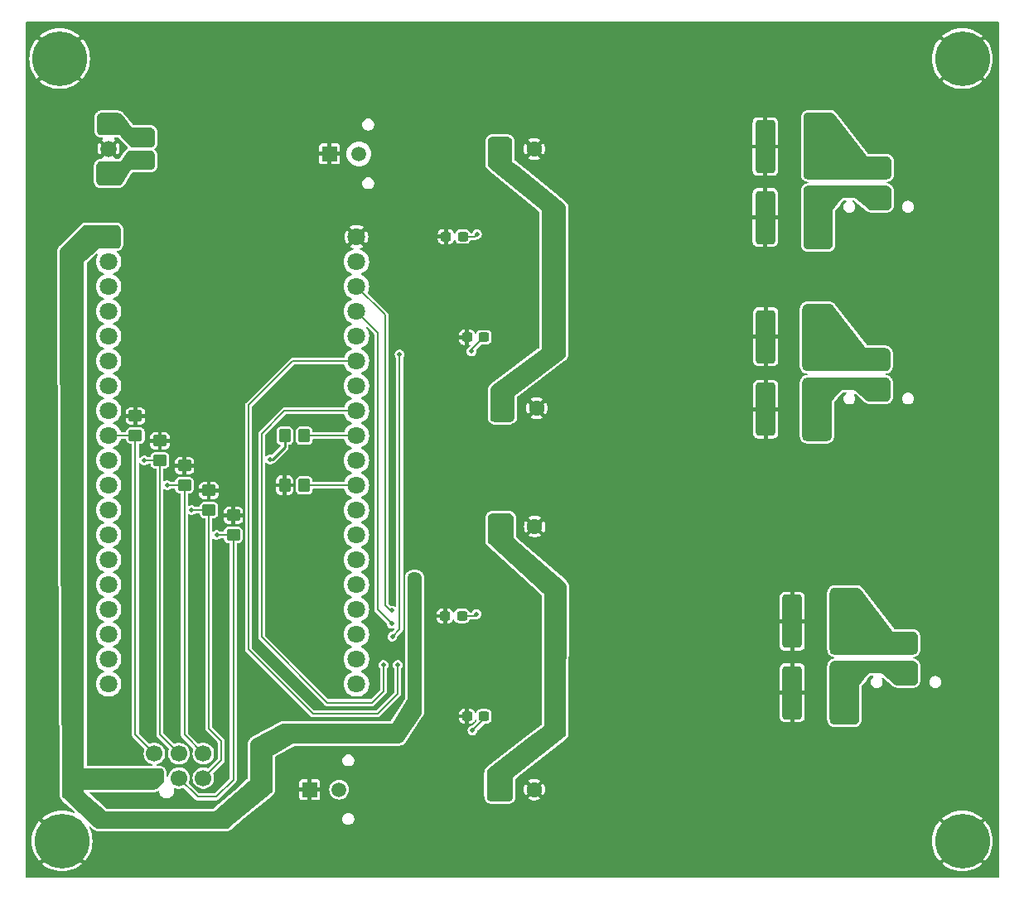
<source format=gbl>
G04 #@! TF.GenerationSoftware,KiCad,Pcbnew,8.0.7-8.0.7-0~ubuntu22.04.1*
G04 #@! TF.CreationDate,2025-01-27T17:28:36+02:00*
G04 #@! TF.ProjectId,speaker_amp2,73706561-6b65-4725-9f61-6d70322e6b69,rev?*
G04 #@! TF.SameCoordinates,Original*
G04 #@! TF.FileFunction,Copper,L2,Bot*
G04 #@! TF.FilePolarity,Positive*
%FSLAX46Y46*%
G04 Gerber Fmt 4.6, Leading zero omitted, Abs format (unit mm)*
G04 Created by KiCad (PCBNEW 8.0.7-8.0.7-0~ubuntu22.04.1) date 2025-01-27 17:28:36*
%MOMM*%
%LPD*%
G01*
G04 APERTURE LIST*
G04 Aperture macros list*
%AMRoundRect*
0 Rectangle with rounded corners*
0 $1 Rounding radius*
0 $2 $3 $4 $5 $6 $7 $8 $9 X,Y pos of 4 corners*
0 Add a 4 corners polygon primitive as box body*
4,1,4,$2,$3,$4,$5,$6,$7,$8,$9,$2,$3,0*
0 Add four circle primitives for the rounded corners*
1,1,$1+$1,$2,$3*
1,1,$1+$1,$4,$5*
1,1,$1+$1,$6,$7*
1,1,$1+$1,$8,$9*
0 Add four rect primitives between the rounded corners*
20,1,$1+$1,$2,$3,$4,$5,0*
20,1,$1+$1,$4,$5,$6,$7,0*
20,1,$1+$1,$6,$7,$8,$9,0*
20,1,$1+$1,$8,$9,$2,$3,0*%
G04 Aperture macros list end*
G04 #@! TA.AperFunction,ComponentPad*
%ADD10C,3.600000*%
G04 #@! TD*
G04 #@! TA.AperFunction,ConnectorPad*
%ADD11C,5.600000*%
G04 #@! TD*
G04 #@! TA.AperFunction,ComponentPad*
%ADD12R,1.520000X1.520000*%
G04 #@! TD*
G04 #@! TA.AperFunction,ComponentPad*
%ADD13C,1.520000*%
G04 #@! TD*
G04 #@! TA.AperFunction,ComponentPad*
%ADD14C,1.800000*%
G04 #@! TD*
G04 #@! TA.AperFunction,ComponentPad*
%ADD15C,1.700000*%
G04 #@! TD*
G04 #@! TA.AperFunction,ComponentPad*
%ADD16R,1.665000X1.665000*%
G04 #@! TD*
G04 #@! TA.AperFunction,ComponentPad*
%ADD17C,1.665000*%
G04 #@! TD*
G04 #@! TA.AperFunction,SMDPad,CuDef*
%ADD18RoundRect,0.249999X0.737501X2.450001X-0.737501X2.450001X-0.737501X-2.450001X0.737501X-2.450001X0*%
G04 #@! TD*
G04 #@! TA.AperFunction,SMDPad,CuDef*
%ADD19RoundRect,0.237500X0.300000X0.237500X-0.300000X0.237500X-0.300000X-0.237500X0.300000X-0.237500X0*%
G04 #@! TD*
G04 #@! TA.AperFunction,SMDPad,CuDef*
%ADD20RoundRect,0.250000X0.450000X-0.350000X0.450000X0.350000X-0.450000X0.350000X-0.450000X-0.350000X0*%
G04 #@! TD*
G04 #@! TA.AperFunction,ComponentPad*
%ADD21R,1.600000X1.600000*%
G04 #@! TD*
G04 #@! TA.AperFunction,ComponentPad*
%ADD22C,1.600000*%
G04 #@! TD*
G04 #@! TA.AperFunction,SMDPad,CuDef*
%ADD23RoundRect,0.249999X-0.737501X-2.450001X0.737501X-2.450001X0.737501X2.450001X-0.737501X2.450001X0*%
G04 #@! TD*
G04 #@! TA.AperFunction,SMDPad,CuDef*
%ADD24RoundRect,0.237500X-0.300000X-0.237500X0.300000X-0.237500X0.300000X0.237500X-0.300000X0.237500X0*%
G04 #@! TD*
G04 #@! TA.AperFunction,SMDPad,CuDef*
%ADD25RoundRect,0.250000X0.350000X0.450000X-0.350000X0.450000X-0.350000X-0.450000X0.350000X-0.450000X0*%
G04 #@! TD*
G04 #@! TA.AperFunction,SMDPad,CuDef*
%ADD26RoundRect,0.250000X0.475000X-0.337500X0.475000X0.337500X-0.475000X0.337500X-0.475000X-0.337500X0*%
G04 #@! TD*
G04 #@! TA.AperFunction,ViaPad*
%ADD27C,0.500000*%
G04 #@! TD*
G04 #@! TA.AperFunction,Conductor*
%ADD28C,0.200000*%
G04 #@! TD*
G04 #@! TA.AperFunction,Conductor*
%ADD29C,0.250000*%
G04 #@! TD*
G04 APERTURE END LIST*
D10*
X133500000Y-67000000D03*
D11*
X133500000Y-67000000D03*
D12*
X68835000Y-76739649D03*
D13*
X71834999Y-76739649D03*
D10*
X41500000Y-147000000D03*
D11*
X41500000Y-147000000D03*
D10*
X133500000Y-147000000D03*
D11*
X133500000Y-147000000D03*
D14*
X46250000Y-85230000D03*
X46250000Y-87770000D03*
X46250000Y-90310000D03*
X46250000Y-92850000D03*
X46250000Y-95390000D03*
X46250000Y-97930000D03*
X46250000Y-100470000D03*
X46250000Y-103010000D03*
X46250000Y-105550000D03*
X46250000Y-108090000D03*
X46250000Y-110630000D03*
X46250000Y-113170000D03*
X46250000Y-115710000D03*
X46250000Y-118250000D03*
X46250000Y-120790000D03*
X46250000Y-123330000D03*
X46250000Y-125870000D03*
X46250000Y-128410000D03*
X46250000Y-130950000D03*
X71590000Y-85230000D03*
X71590000Y-87770000D03*
X71590000Y-90310000D03*
X71590000Y-92850000D03*
X71590000Y-95390000D03*
X71590000Y-97930000D03*
X71590000Y-100470000D03*
X71590000Y-103010000D03*
X71590000Y-105550000D03*
X71590000Y-108090000D03*
X71590000Y-110630000D03*
X71590000Y-113170000D03*
X71590000Y-115710000D03*
X71590000Y-118250000D03*
X71590000Y-120790000D03*
X71590000Y-123330000D03*
X71590000Y-125870000D03*
X71590000Y-128410000D03*
X71590000Y-130950000D03*
D12*
X124950011Y-97810000D03*
D13*
X124950011Y-100809999D03*
D12*
X124950011Y-78210000D03*
D13*
X124950011Y-81209999D03*
D15*
X50936000Y-140569999D03*
X53436000Y-140569999D03*
X55936000Y-140569999D03*
X50936000Y-138069999D03*
X53436000Y-138069999D03*
X55936000Y-138069999D03*
D16*
X46250000Y-73670000D03*
D17*
X46250000Y-76210000D03*
X46250000Y-78750000D03*
D12*
X127750000Y-126800000D03*
D13*
X127750000Y-129799999D03*
D10*
X41250000Y-67000000D03*
D11*
X41250000Y-67000000D03*
D12*
X66810000Y-141750001D03*
D13*
X69809999Y-141750001D03*
D18*
X118637500Y-83250000D03*
X113362500Y-83250000D03*
D19*
X82462500Y-85200000D03*
X80737500Y-85200000D03*
D20*
X51500000Y-108090000D03*
X51500000Y-106090000D03*
D21*
X86297349Y-114850000D03*
D22*
X89797349Y-114850000D03*
D23*
X113412500Y-95450000D03*
X118687500Y-95450000D03*
D20*
X56500000Y-113170000D03*
X56500000Y-111170000D03*
D24*
X80637500Y-124000000D03*
X82362500Y-124000000D03*
D21*
X86250000Y-76250000D03*
D22*
X89750000Y-76250000D03*
D20*
X49000000Y-105550000D03*
X49000000Y-103550000D03*
D23*
X113362500Y-76000000D03*
X118637500Y-76000000D03*
D25*
X66250000Y-105550000D03*
X64250000Y-105550000D03*
D20*
X54000000Y-110630000D03*
X54000000Y-108630000D03*
D24*
X82887500Y-95500000D03*
X84612500Y-95500000D03*
D25*
X66250000Y-110630000D03*
X64250000Y-110630000D03*
D20*
X59000000Y-115710000D03*
X59000000Y-113710000D03*
D21*
X86250000Y-141750000D03*
D22*
X89750000Y-141750000D03*
D23*
X116112500Y-131850000D03*
X121387500Y-131850000D03*
D18*
X121387500Y-124550000D03*
X116112500Y-124550000D03*
D24*
X82887500Y-134250000D03*
X84612500Y-134250000D03*
D18*
X118687500Y-102850000D03*
X113412500Y-102850000D03*
D21*
X86500000Y-102750000D03*
D22*
X90000000Y-102750000D03*
D26*
X49750000Y-77287500D03*
X49750000Y-75212500D03*
D27*
X123500000Y-68750000D03*
X91500000Y-64750000D03*
X105000000Y-136250000D03*
X75500000Y-87625000D03*
X99500000Y-68750000D03*
X135500000Y-116750000D03*
X59500000Y-92750000D03*
X67500000Y-92750000D03*
X127500000Y-136750000D03*
X75500000Y-80750000D03*
X103500000Y-144750000D03*
X135500000Y-96750000D03*
X86550000Y-127260000D03*
X75500000Y-68750000D03*
X99500000Y-99500000D03*
X103500000Y-64750000D03*
X86550000Y-129660000D03*
X104250000Y-96750000D03*
X111500000Y-144750000D03*
X127500000Y-68750000D03*
X67500000Y-124750000D03*
X107500000Y-140750000D03*
X127500000Y-108750000D03*
X39500000Y-132750000D03*
X131500000Y-104750000D03*
X107500000Y-112750000D03*
X88950000Y-129660000D03*
X83500000Y-148750000D03*
X51500000Y-68750000D03*
X55500000Y-104750000D03*
X63500000Y-120750000D03*
X104750000Y-120500000D03*
X131500000Y-76750000D03*
X107500000Y-64750000D03*
X135500000Y-124750000D03*
X67500000Y-113750000D03*
X39500000Y-72750000D03*
X63500000Y-64750000D03*
X51500000Y-148750000D03*
X51500000Y-64750000D03*
X77350000Y-99150000D03*
X127500000Y-140750000D03*
X127500000Y-144750000D03*
X86550000Y-128460000D03*
X82860000Y-127260000D03*
X80460000Y-127260000D03*
X135500000Y-120750000D03*
X88950000Y-128460000D03*
X79500000Y-68750000D03*
X39500000Y-116750000D03*
X55500000Y-68750000D03*
X43500000Y-72750000D03*
X135500000Y-132750000D03*
X87500000Y-144750000D03*
X115500000Y-88750000D03*
X131500000Y-80750000D03*
X39500000Y-100750000D03*
X123500000Y-144750000D03*
X127500000Y-84750000D03*
X87760000Y-88440000D03*
X59500000Y-88750000D03*
X119500000Y-140750000D03*
X131500000Y-88750000D03*
X79500000Y-64750000D03*
X115500000Y-112750000D03*
X79500000Y-72750000D03*
X39500000Y-104750000D03*
X39500000Y-120750000D03*
X83500000Y-108750000D03*
X79500000Y-136750000D03*
X86560000Y-88440000D03*
X79500000Y-148750000D03*
X55500000Y-100750000D03*
X103500000Y-140750000D03*
X135500000Y-84750000D03*
X85350000Y-129660000D03*
X39500000Y-92750000D03*
X131500000Y-108750000D03*
X39500000Y-124750000D03*
X88950000Y-127260000D03*
X88960000Y-88440000D03*
X60750000Y-133250000D03*
X95500000Y-80750000D03*
X135500000Y-128750000D03*
X127500000Y-64750000D03*
X127500000Y-76750000D03*
X63500000Y-113750000D03*
X95500000Y-116750000D03*
X81660000Y-127260000D03*
X131500000Y-120750000D03*
X81670000Y-88440000D03*
X111500000Y-112750000D03*
X119500000Y-88750000D03*
X119500000Y-108750000D03*
X103500000Y-128750000D03*
X88960000Y-90840000D03*
X123500000Y-92750000D03*
X123500000Y-136750000D03*
X111500000Y-140750000D03*
X95500000Y-112750000D03*
X67500000Y-80750000D03*
X104250000Y-73250000D03*
X84060000Y-127260000D03*
X131500000Y-140750000D03*
X87500000Y-64750000D03*
X47500000Y-68750000D03*
X51500000Y-100750000D03*
X135500000Y-112750000D03*
X105000000Y-132250000D03*
X82870000Y-89640000D03*
X115500000Y-148750000D03*
X135500000Y-72750000D03*
X107500000Y-144750000D03*
X51500000Y-88750000D03*
X99500000Y-128750000D03*
X87760000Y-89640000D03*
X91500000Y-72750000D03*
X95500000Y-64750000D03*
X127500000Y-112750000D03*
X115500000Y-116750000D03*
X95500000Y-108750000D03*
X131500000Y-116750000D03*
X104000000Y-105750000D03*
X115500000Y-144750000D03*
X111500000Y-68750000D03*
X127500000Y-148750000D03*
X85360000Y-89640000D03*
X127500000Y-120750000D03*
X119500000Y-68750000D03*
X95500000Y-99500000D03*
X107500000Y-116750000D03*
X87750000Y-127260000D03*
X82870000Y-88440000D03*
X59500000Y-96750000D03*
X103500000Y-108750000D03*
X119500000Y-64750000D03*
X115500000Y-140750000D03*
X135500000Y-92750000D03*
X99500000Y-140750000D03*
X115500000Y-108750000D03*
X47500000Y-64750000D03*
X115500000Y-68750000D03*
X87750000Y-128460000D03*
X51500000Y-80750000D03*
X51500000Y-92750000D03*
X57750000Y-120750000D03*
X59500000Y-148750000D03*
X67500000Y-64750000D03*
X47500000Y-148750000D03*
X55500000Y-148750000D03*
X99500000Y-64750000D03*
X63500000Y-148750000D03*
X135500000Y-136750000D03*
X79500000Y-144750000D03*
X63500000Y-116750000D03*
X75500000Y-148750000D03*
X95500000Y-140750000D03*
X80460000Y-129660000D03*
X123500000Y-140750000D03*
X88960000Y-89640000D03*
X84070000Y-88440000D03*
X135500000Y-88750000D03*
X111500000Y-108750000D03*
X99500000Y-112750000D03*
X131500000Y-136750000D03*
X111500000Y-88750000D03*
X103500000Y-148750000D03*
X99500000Y-80750000D03*
X83500000Y-64750000D03*
X81660000Y-128460000D03*
X104250000Y-77250000D03*
X87500000Y-72750000D03*
X107500000Y-88750000D03*
X123500000Y-116750000D03*
X103500000Y-116750000D03*
X80470000Y-88440000D03*
X67500000Y-128750000D03*
X39500000Y-140750000D03*
X75500000Y-144750000D03*
X99500000Y-116750000D03*
X59500000Y-68750000D03*
X80250000Y-95250000D03*
X59500000Y-64750000D03*
X79500000Y-116750000D03*
X85350000Y-128460000D03*
X131500000Y-96750000D03*
X111500000Y-64750000D03*
X75500000Y-72750000D03*
X67500000Y-148750000D03*
X107500000Y-80750000D03*
X99500000Y-108750000D03*
X131500000Y-112750000D03*
X39500000Y-136750000D03*
X81670000Y-90840000D03*
X119500000Y-144750000D03*
X104250000Y-80750000D03*
X119500000Y-112750000D03*
X84060000Y-129660000D03*
X104000000Y-101750000D03*
X85350000Y-127260000D03*
X71500000Y-64750000D03*
X119500000Y-136750000D03*
X123500000Y-88750000D03*
X87500000Y-108750000D03*
X71500000Y-68750000D03*
X67500000Y-116750000D03*
X135500000Y-104750000D03*
X82860000Y-128460000D03*
X91500000Y-144750000D03*
X39500000Y-108750000D03*
X45750000Y-135600000D03*
X71500000Y-148750000D03*
X79500000Y-104750000D03*
X79500000Y-112750000D03*
X64750000Y-133250000D03*
X103500000Y-112750000D03*
X55500000Y-92750000D03*
X63500000Y-68750000D03*
X127500000Y-92750000D03*
X99500000Y-148750000D03*
X127500000Y-116750000D03*
X131500000Y-100750000D03*
X55500000Y-88750000D03*
X119500000Y-116750000D03*
X86560000Y-90840000D03*
X59500000Y-104750000D03*
X123500000Y-108750000D03*
X81670000Y-89640000D03*
X104750000Y-124500000D03*
X111500000Y-128750000D03*
X123500000Y-112750000D03*
X80460000Y-128460000D03*
X87760000Y-90840000D03*
X111500000Y-148750000D03*
X43500000Y-80750000D03*
X85360000Y-88440000D03*
X74425000Y-86225000D03*
X107500000Y-128750000D03*
X123500000Y-64750000D03*
X103500000Y-68750000D03*
X87750000Y-129660000D03*
X39500000Y-96750000D03*
X67500000Y-72750000D03*
X99500000Y-144750000D03*
X81660000Y-129660000D03*
X131500000Y-84750000D03*
X84070000Y-89640000D03*
X95500000Y-144750000D03*
X82860000Y-129660000D03*
X82870000Y-90840000D03*
X127500000Y-88750000D03*
X75500000Y-64750000D03*
X43500000Y-76750000D03*
X55500000Y-96750000D03*
X119500000Y-148750000D03*
X86560000Y-89640000D03*
X104250000Y-84750000D03*
X67500000Y-68750000D03*
X84060000Y-128460000D03*
X79500000Y-108750000D03*
X50250000Y-120750000D03*
X127500000Y-96750000D03*
X39500000Y-88750000D03*
X107500000Y-148750000D03*
X115500000Y-64750000D03*
X95500000Y-88750000D03*
X80470000Y-89640000D03*
X84070000Y-90840000D03*
X67500000Y-120750000D03*
X39500000Y-112750000D03*
X55250000Y-120750000D03*
X131500000Y-72750000D03*
X95500000Y-128750000D03*
X55500000Y-64750000D03*
X131500000Y-92750000D03*
X135500000Y-76750000D03*
X107500000Y-68750000D03*
X51500000Y-96750000D03*
X104250000Y-88750000D03*
X127500000Y-72750000D03*
X135500000Y-108750000D03*
X59500000Y-100750000D03*
X135500000Y-140750000D03*
X52750000Y-120750000D03*
X99500000Y-88750000D03*
X85360000Y-90840000D03*
X104250000Y-92750000D03*
X135500000Y-100750000D03*
X80470000Y-90840000D03*
X63500000Y-124750000D03*
X107500000Y-108750000D03*
X91500000Y-108750000D03*
X135500000Y-80750000D03*
X39500000Y-128750000D03*
X111500000Y-116750000D03*
X123500000Y-148750000D03*
X83350000Y-96950000D03*
X83900000Y-84950000D03*
X62750000Y-108000000D03*
X77500000Y-120350000D03*
X77500000Y-121750000D03*
X83450000Y-135700000D03*
X83850000Y-123800000D03*
X57300000Y-115710000D03*
X54750000Y-113170000D03*
X52250000Y-110630000D03*
X49900000Y-108090000D03*
X75800000Y-129000000D03*
X75200000Y-124800000D03*
X75200000Y-123450000D03*
X75250000Y-126100000D03*
X76000000Y-97250000D03*
X74350000Y-129000000D03*
D28*
X83350000Y-96762500D02*
X84612500Y-95500000D01*
X83350000Y-96950000D02*
X83350000Y-96762500D01*
X83650000Y-85200000D02*
X82462500Y-85200000D01*
X83900000Y-84950000D02*
X83650000Y-85200000D01*
D29*
X64250000Y-106750000D02*
X64250000Y-105550000D01*
X62750000Y-108000000D02*
X63000000Y-108000000D01*
X63000000Y-108000000D02*
X64250000Y-106750000D01*
D28*
X84612500Y-134537500D02*
X84612500Y-134250000D01*
X83450000Y-135700000D02*
X84612500Y-134537500D01*
X83650000Y-124000000D02*
X82362500Y-124000000D01*
X83850000Y-123800000D02*
X83650000Y-124000000D01*
X55366001Y-142500000D02*
X57250000Y-142500000D01*
X59000000Y-140750000D02*
X59000000Y-115710000D01*
X57250000Y-142500000D02*
X59000000Y-140750000D01*
X57300000Y-115710000D02*
X59000000Y-115710000D01*
X53436000Y-140569999D02*
X55366001Y-142500000D01*
X57750000Y-136750000D02*
X57750000Y-138755999D01*
X57750000Y-138755999D02*
X55936000Y-140569999D01*
X56500000Y-113170000D02*
X56500000Y-135500000D01*
X54750000Y-113170000D02*
X56500000Y-113170000D01*
X56500000Y-135500000D02*
X57750000Y-136750000D01*
X49000000Y-105550000D02*
X46250000Y-105550000D01*
X49000000Y-136133999D02*
X49000000Y-105550000D01*
X50936000Y-138069999D02*
X49000000Y-136133999D01*
X55936000Y-138069999D02*
X54000000Y-136133999D01*
X52250000Y-110630000D02*
X54000000Y-110630000D01*
X54000000Y-136133999D02*
X54000000Y-110630000D01*
X49900000Y-108090000D02*
X51500000Y-108090000D01*
X51500000Y-108090000D02*
X51500000Y-136133999D01*
X51500000Y-136133999D02*
X53436000Y-138069999D01*
X73750000Y-134000000D02*
X67150000Y-134000000D01*
X75800000Y-131950000D02*
X73750000Y-134000000D01*
X60550000Y-127400000D02*
X60550000Y-102450000D01*
X65070000Y-97930000D02*
X71590000Y-97930000D01*
X75800000Y-129000000D02*
X75800000Y-131950000D01*
X60550000Y-102450000D02*
X65070000Y-97930000D01*
X67150000Y-134000000D02*
X60550000Y-127400000D01*
X73750000Y-95010000D02*
X71590000Y-92850000D01*
X75200000Y-124800000D02*
X73750000Y-123350000D01*
X73750000Y-123350000D02*
X73750000Y-95010000D01*
X74500000Y-93220000D02*
X74500000Y-122900000D01*
X74500000Y-122900000D02*
X75050000Y-123450000D01*
X71590000Y-90310000D02*
X74500000Y-93220000D01*
X66250000Y-110630000D02*
X71590000Y-110630000D01*
X75250000Y-126100000D02*
X76000000Y-125350000D01*
X76000000Y-125350000D02*
X76000000Y-97250000D01*
X64240000Y-103010000D02*
X71590000Y-103010000D01*
X61900000Y-105350000D02*
X64240000Y-103010000D01*
X74350000Y-131700000D02*
X73200000Y-132850000D01*
X73200000Y-132850000D02*
X68600000Y-132850000D01*
X68600000Y-132850000D02*
X61900000Y-126150000D01*
X61900000Y-126150000D02*
X61900000Y-105350000D01*
X74350000Y-129000000D02*
X74350000Y-131700000D01*
X66250000Y-105550000D02*
X71590000Y-105550000D01*
G04 #@! TA.AperFunction,Conductor*
G36*
X49476826Y-108366202D02*
G01*
X49480412Y-108370054D01*
X49522415Y-108418528D01*
X49568868Y-108472139D01*
X49568869Y-108472140D01*
X49568872Y-108472143D01*
X49622473Y-108506590D01*
X49686109Y-108547487D01*
X49689947Y-108549953D01*
X49796403Y-108581211D01*
X49828035Y-108590499D01*
X49828037Y-108590500D01*
X49828039Y-108590500D01*
X49971963Y-108590500D01*
X49971964Y-108590499D01*
X50110053Y-108549953D01*
X50231128Y-108472143D01*
X50236415Y-108466040D01*
X50287061Y-108440689D01*
X50292341Y-108440500D01*
X50477937Y-108440500D01*
X50530263Y-108462174D01*
X50551513Y-108506590D01*
X50555909Y-108547485D01*
X50606202Y-108682329D01*
X50606203Y-108682330D01*
X50606204Y-108682331D01*
X50692454Y-108797546D01*
X50807669Y-108883796D01*
X50807670Y-108883797D01*
X50918605Y-108925172D01*
X50942517Y-108934091D01*
X51002127Y-108940500D01*
X51075500Y-108940499D01*
X51127825Y-108962172D01*
X51149500Y-109014498D01*
X51149500Y-136180143D01*
X51154954Y-136200496D01*
X51154954Y-136200501D01*
X51173384Y-136269282D01*
X51173386Y-136269287D01*
X51219530Y-136349211D01*
X52412861Y-137542542D01*
X52434535Y-137594868D01*
X52426778Y-137627852D01*
X52405416Y-137670753D01*
X52405416Y-137670754D01*
X52349602Y-137866916D01*
X52349601Y-137866922D01*
X52330785Y-138069995D01*
X52330785Y-138070002D01*
X52349601Y-138273075D01*
X52349602Y-138273081D01*
X52385810Y-138400336D01*
X52405418Y-138469249D01*
X52496327Y-138651820D01*
X52496328Y-138651821D01*
X52496329Y-138651824D01*
X52619234Y-138814577D01*
X52619235Y-138814578D01*
X52703386Y-138891291D01*
X52769959Y-138951980D01*
X52943363Y-139059347D01*
X53133544Y-139133023D01*
X53334024Y-139170499D01*
X53334026Y-139170499D01*
X53537974Y-139170499D01*
X53537976Y-139170499D01*
X53738456Y-139133023D01*
X53928637Y-139059347D01*
X54102041Y-138951980D01*
X54252764Y-138814578D01*
X54256116Y-138810140D01*
X54375670Y-138651824D01*
X54375670Y-138651823D01*
X54375673Y-138651820D01*
X54466582Y-138469249D01*
X54522397Y-138273082D01*
X54528336Y-138208994D01*
X54541215Y-138070002D01*
X54541215Y-138069995D01*
X54522398Y-137866922D01*
X54522397Y-137866916D01*
X54466583Y-137670754D01*
X54466583Y-137670753D01*
X54466582Y-137670749D01*
X54375673Y-137488178D01*
X54375670Y-137488174D01*
X54375670Y-137488173D01*
X54252765Y-137325420D01*
X54252764Y-137325419D01*
X54102041Y-137188018D01*
X54010604Y-137131403D01*
X53928637Y-137080651D01*
X53738456Y-137006975D01*
X53650407Y-136990515D01*
X53537979Y-136969499D01*
X53537976Y-136969499D01*
X53334024Y-136969499D01*
X53334020Y-136969499D01*
X53184116Y-136997521D01*
X53133544Y-137006975D01*
X53133542Y-137006975D01*
X53133540Y-137006976D01*
X53030632Y-137046843D01*
X53007024Y-137055989D01*
X52987584Y-137063520D01*
X52930962Y-137062212D01*
X52908526Y-137046843D01*
X51872174Y-136010491D01*
X51850500Y-135958165D01*
X51850500Y-111103723D01*
X51872174Y-111051397D01*
X51924500Y-111029723D01*
X51964503Y-111041468D01*
X52039947Y-111089953D01*
X52146403Y-111121211D01*
X52178035Y-111130499D01*
X52178037Y-111130500D01*
X52178039Y-111130500D01*
X52321963Y-111130500D01*
X52321964Y-111130499D01*
X52460053Y-111089953D01*
X52581128Y-111012143D01*
X52586415Y-111006040D01*
X52637061Y-110980689D01*
X52642341Y-110980500D01*
X52977937Y-110980500D01*
X53030263Y-111002174D01*
X53051513Y-111046590D01*
X53055909Y-111087485D01*
X53106202Y-111222329D01*
X53106203Y-111222330D01*
X53106204Y-111222331D01*
X53192454Y-111337546D01*
X53307669Y-111423796D01*
X53307670Y-111423797D01*
X53418605Y-111465172D01*
X53442517Y-111474091D01*
X53502127Y-111480500D01*
X53575500Y-111480499D01*
X53627825Y-111502172D01*
X53649500Y-111554498D01*
X53649500Y-136180143D01*
X53654954Y-136200496D01*
X53654954Y-136200501D01*
X53673384Y-136269282D01*
X53673386Y-136269287D01*
X53719530Y-136349211D01*
X54912861Y-137542542D01*
X54934535Y-137594868D01*
X54926778Y-137627852D01*
X54905416Y-137670753D01*
X54905416Y-137670754D01*
X54849602Y-137866916D01*
X54849601Y-137866922D01*
X54830785Y-138069995D01*
X54830785Y-138070002D01*
X54849601Y-138273075D01*
X54849602Y-138273081D01*
X54885810Y-138400336D01*
X54905418Y-138469249D01*
X54996327Y-138651820D01*
X54996328Y-138651821D01*
X54996329Y-138651824D01*
X55119234Y-138814577D01*
X55119235Y-138814578D01*
X55203386Y-138891291D01*
X55269959Y-138951980D01*
X55443363Y-139059347D01*
X55633544Y-139133023D01*
X55834024Y-139170499D01*
X55834026Y-139170499D01*
X56037974Y-139170499D01*
X56037976Y-139170499D01*
X56238456Y-139133023D01*
X56428637Y-139059347D01*
X56602041Y-138951980D01*
X56752764Y-138814578D01*
X56756116Y-138810140D01*
X56875670Y-138651824D01*
X56875670Y-138651823D01*
X56875673Y-138651820D01*
X56966582Y-138469249D01*
X57022397Y-138273082D01*
X57028336Y-138208994D01*
X57041215Y-138070002D01*
X57041215Y-138069995D01*
X57022398Y-137866922D01*
X57022397Y-137866916D01*
X56966583Y-137670754D01*
X56966583Y-137670753D01*
X56966582Y-137670749D01*
X56875673Y-137488178D01*
X56875670Y-137488174D01*
X56875670Y-137488173D01*
X56752765Y-137325420D01*
X56752764Y-137325419D01*
X56602041Y-137188018D01*
X56510604Y-137131403D01*
X56428637Y-137080651D01*
X56238456Y-137006975D01*
X56150407Y-136990515D01*
X56037979Y-136969499D01*
X56037976Y-136969499D01*
X55834024Y-136969499D01*
X55834020Y-136969499D01*
X55684116Y-136997521D01*
X55633544Y-137006975D01*
X55633542Y-137006975D01*
X55633540Y-137006976D01*
X55530632Y-137046843D01*
X55507024Y-137055989D01*
X55487584Y-137063520D01*
X55430962Y-137062212D01*
X55408526Y-137046843D01*
X54372174Y-136010491D01*
X54350500Y-135958165D01*
X54350500Y-113643723D01*
X54372174Y-113591397D01*
X54424500Y-113569723D01*
X54464503Y-113581468D01*
X54539947Y-113629953D01*
X54646403Y-113661211D01*
X54678035Y-113670499D01*
X54678037Y-113670500D01*
X54678039Y-113670500D01*
X54821963Y-113670500D01*
X54821964Y-113670499D01*
X54960053Y-113629953D01*
X55081128Y-113552143D01*
X55086415Y-113546040D01*
X55137061Y-113520689D01*
X55142341Y-113520500D01*
X55477937Y-113520500D01*
X55530263Y-113542174D01*
X55551513Y-113586590D01*
X55555909Y-113627485D01*
X55606202Y-113762329D01*
X55606203Y-113762330D01*
X55606204Y-113762331D01*
X55692454Y-113877546D01*
X55779621Y-113942799D01*
X55807669Y-113963796D01*
X55807670Y-113963797D01*
X55881719Y-113991415D01*
X55942517Y-114014091D01*
X56002127Y-114020500D01*
X56075500Y-114020499D01*
X56127825Y-114042172D01*
X56149500Y-114094498D01*
X56149500Y-135546146D01*
X56173384Y-135635284D01*
X56173386Y-135635289D01*
X56219530Y-135715212D01*
X57377826Y-136873508D01*
X57399500Y-136925834D01*
X57399500Y-138580164D01*
X57377826Y-138632490D01*
X56463473Y-139546842D01*
X56411147Y-139568516D01*
X56384415Y-139563519D01*
X56238459Y-139506976D01*
X56238458Y-139506975D01*
X56238456Y-139506975D01*
X56150407Y-139490515D01*
X56037979Y-139469499D01*
X56037976Y-139469499D01*
X55834024Y-139469499D01*
X55834020Y-139469499D01*
X55684116Y-139497521D01*
X55633544Y-139506975D01*
X55633542Y-139506975D01*
X55633540Y-139506976D01*
X55487586Y-139563519D01*
X55443363Y-139580651D01*
X55443358Y-139580653D01*
X55443358Y-139580654D01*
X55269958Y-139688018D01*
X55269957Y-139688018D01*
X55119235Y-139825419D01*
X55119234Y-139825420D01*
X54996329Y-139988173D01*
X54996328Y-139988176D01*
X54905418Y-140170749D01*
X54905416Y-140170754D01*
X54849602Y-140366916D01*
X54849601Y-140366922D01*
X54830785Y-140569995D01*
X54830785Y-140570002D01*
X54849601Y-140773075D01*
X54849602Y-140773081D01*
X54904269Y-140965212D01*
X54905418Y-140969249D01*
X54996327Y-141151820D01*
X54996328Y-141151821D01*
X54996329Y-141151824D01*
X55119234Y-141314577D01*
X55119235Y-141314578D01*
X55245760Y-141429920D01*
X55269959Y-141451980D01*
X55443363Y-141559347D01*
X55633544Y-141633023D01*
X55834024Y-141670499D01*
X55834026Y-141670499D01*
X56037974Y-141670499D01*
X56037976Y-141670499D01*
X56238456Y-141633023D01*
X56428637Y-141559347D01*
X56602041Y-141451980D01*
X56752764Y-141314578D01*
X56875673Y-141151820D01*
X56966582Y-140969249D01*
X57022397Y-140773082D01*
X57023508Y-140761099D01*
X57041215Y-140570002D01*
X57041215Y-140569995D01*
X57022398Y-140366922D01*
X57022397Y-140366916D01*
X57015563Y-140342897D01*
X56966582Y-140170749D01*
X56945220Y-140127850D01*
X56941299Y-140071351D01*
X56959135Y-140042543D01*
X58030469Y-138971211D01*
X58076614Y-138891287D01*
X58094723Y-138823702D01*
X58100500Y-138802143D01*
X58100500Y-136703856D01*
X58100500Y-136703854D01*
X58100499Y-136703853D01*
X58093215Y-136676670D01*
X58085564Y-136648113D01*
X58076615Y-136614715D01*
X58076613Y-136614710D01*
X58057194Y-136581076D01*
X58049417Y-136567605D01*
X58030470Y-136534788D01*
X56872174Y-135376492D01*
X56850500Y-135324166D01*
X56850500Y-116151590D01*
X56872174Y-116099264D01*
X56924500Y-116077590D01*
X56964508Y-116089337D01*
X56968869Y-116092139D01*
X56968872Y-116092143D01*
X57089947Y-116169953D01*
X57196403Y-116201211D01*
X57228035Y-116210499D01*
X57228037Y-116210500D01*
X57228039Y-116210500D01*
X57371963Y-116210500D01*
X57371964Y-116210499D01*
X57510053Y-116169953D01*
X57631128Y-116092143D01*
X57636415Y-116086040D01*
X57687061Y-116060689D01*
X57692341Y-116060500D01*
X57977937Y-116060500D01*
X58030263Y-116082174D01*
X58051513Y-116126590D01*
X58055909Y-116167485D01*
X58106202Y-116302329D01*
X58106203Y-116302330D01*
X58121855Y-116323238D01*
X58192454Y-116417546D01*
X58304997Y-116501796D01*
X58307669Y-116503796D01*
X58307670Y-116503797D01*
X58391551Y-116535082D01*
X58442517Y-116554091D01*
X58502127Y-116560500D01*
X58575500Y-116560499D01*
X58627825Y-116582172D01*
X58649500Y-116634498D01*
X58649500Y-140574166D01*
X58627826Y-140626492D01*
X57126492Y-142127826D01*
X57074166Y-142149500D01*
X55541835Y-142149500D01*
X55489509Y-142127826D01*
X54459138Y-141097455D01*
X54437464Y-141045129D01*
X54445223Y-141012143D01*
X54466580Y-140969253D01*
X54466579Y-140969253D01*
X54466582Y-140969249D01*
X54522397Y-140773082D01*
X54523508Y-140761099D01*
X54541215Y-140570002D01*
X54541215Y-140569995D01*
X54522398Y-140366922D01*
X54522397Y-140366916D01*
X54515563Y-140342897D01*
X54466582Y-140170749D01*
X54375673Y-139988178D01*
X54375670Y-139988174D01*
X54375670Y-139988173D01*
X54252765Y-139825420D01*
X54252764Y-139825419D01*
X54102041Y-139688018D01*
X54091125Y-139681259D01*
X53928637Y-139580651D01*
X53801849Y-139531533D01*
X53738459Y-139506976D01*
X53738458Y-139506975D01*
X53738456Y-139506975D01*
X53650407Y-139490515D01*
X53537979Y-139469499D01*
X53537976Y-139469499D01*
X53334024Y-139469499D01*
X53334020Y-139469499D01*
X53184116Y-139497521D01*
X53133544Y-139506975D01*
X53133542Y-139506975D01*
X53133540Y-139506976D01*
X52987586Y-139563519D01*
X52943363Y-139580651D01*
X52943358Y-139580653D01*
X52943358Y-139580654D01*
X52769958Y-139688018D01*
X52769957Y-139688018D01*
X52619235Y-139825419D01*
X52619234Y-139825420D01*
X52496329Y-139988173D01*
X52496328Y-139988176D01*
X52405418Y-140170749D01*
X52405416Y-140170754D01*
X52350675Y-140363148D01*
X52315509Y-140407545D01*
X52259249Y-140414072D01*
X52214852Y-140378906D01*
X52205500Y-140342897D01*
X52205500Y-140054836D01*
X52204953Y-140038145D01*
X52204321Y-140028500D01*
X52204320Y-140028483D01*
X52202681Y-140011841D01*
X52187548Y-139896898D01*
X52181028Y-139864119D01*
X52176028Y-139845459D01*
X52175231Y-139843111D01*
X52165291Y-139813829D01*
X52165289Y-139813825D01*
X52165285Y-139813812D01*
X52124800Y-139716072D01*
X52122798Y-139711238D01*
X52122792Y-139711225D01*
X52108011Y-139681252D01*
X52098352Y-139664522D01*
X52079783Y-139636732D01*
X52012184Y-139548636D01*
X51990149Y-139523509D01*
X51976490Y-139509850D01*
X51951363Y-139487815D01*
X51863267Y-139420216D01*
X51863260Y-139420211D01*
X51863253Y-139420206D01*
X51835493Y-139401657D01*
X51835483Y-139401650D01*
X51828313Y-139397510D01*
X51818762Y-139391995D01*
X51818736Y-139391981D01*
X51788766Y-139377202D01*
X51686205Y-139334720D01*
X51686181Y-139334711D01*
X51654542Y-139323970D01*
X51635903Y-139318976D01*
X51635868Y-139318967D01*
X51603110Y-139312452D01*
X51603086Y-139312448D01*
X51496334Y-139298395D01*
X51488156Y-139297319D01*
X51476376Y-139296158D01*
X51471497Y-139295678D01*
X51461853Y-139295046D01*
X51445162Y-139294500D01*
X51445149Y-139294500D01*
X51173216Y-139294500D01*
X51120890Y-139272826D01*
X51099216Y-139220500D01*
X51120890Y-139168174D01*
X51159617Y-139147760D01*
X51238456Y-139133023D01*
X51428637Y-139059347D01*
X51602041Y-138951980D01*
X51752764Y-138814578D01*
X51756116Y-138810140D01*
X51875670Y-138651824D01*
X51875670Y-138651823D01*
X51875673Y-138651820D01*
X51966582Y-138469249D01*
X52022397Y-138273082D01*
X52028336Y-138208994D01*
X52041215Y-138070002D01*
X52041215Y-138069995D01*
X52022398Y-137866922D01*
X52022397Y-137866916D01*
X51966583Y-137670754D01*
X51966583Y-137670753D01*
X51966582Y-137670749D01*
X51875673Y-137488178D01*
X51875670Y-137488174D01*
X51875670Y-137488173D01*
X51752765Y-137325420D01*
X51752764Y-137325419D01*
X51602041Y-137188018D01*
X51510604Y-137131403D01*
X51428637Y-137080651D01*
X51238456Y-137006975D01*
X51150407Y-136990515D01*
X51037979Y-136969499D01*
X51037976Y-136969499D01*
X50834024Y-136969499D01*
X50834020Y-136969499D01*
X50684116Y-136997521D01*
X50633544Y-137006975D01*
X50633542Y-137006975D01*
X50633540Y-137006976D01*
X50530632Y-137046843D01*
X50507024Y-137055989D01*
X50487584Y-137063520D01*
X50430962Y-137062212D01*
X50408526Y-137046843D01*
X49372174Y-136010491D01*
X49350500Y-135958165D01*
X49350500Y-108418528D01*
X49372174Y-108366202D01*
X49424500Y-108344528D01*
X49476826Y-108366202D01*
G37*
G04 #@! TD.AperFunction*
G04 #@! TA.AperFunction,Conductor*
G36*
X45155880Y-86967594D02*
G01*
X45173771Y-87021331D01*
X45160577Y-87058503D01*
X45119434Y-87117262D01*
X45023263Y-87323500D01*
X45023258Y-87323511D01*
X44964365Y-87543303D01*
X44964364Y-87543311D01*
X44944532Y-87769994D01*
X44944532Y-87770005D01*
X44964364Y-87996688D01*
X44964365Y-87996696D01*
X45023258Y-88216488D01*
X45023260Y-88216492D01*
X45023261Y-88216496D01*
X45119432Y-88422734D01*
X45119434Y-88422736D01*
X45119435Y-88422739D01*
X45249953Y-88609139D01*
X45410861Y-88770047D01*
X45597266Y-88900568D01*
X45752453Y-88972933D01*
X45790716Y-89014691D01*
X45788246Y-89071274D01*
X45752453Y-89107066D01*
X45597266Y-89179432D01*
X45597260Y-89179435D01*
X45410860Y-89309953D01*
X45249953Y-89470860D01*
X45119435Y-89657260D01*
X45023263Y-89863500D01*
X45023258Y-89863511D01*
X44964365Y-90083303D01*
X44964364Y-90083311D01*
X44944532Y-90309994D01*
X44944532Y-90310005D01*
X44964364Y-90536688D01*
X44964365Y-90536696D01*
X45023258Y-90756488D01*
X45023260Y-90756492D01*
X45023261Y-90756496D01*
X45119432Y-90962734D01*
X45119434Y-90962736D01*
X45119435Y-90962739D01*
X45136563Y-90987200D01*
X45249953Y-91149139D01*
X45410861Y-91310047D01*
X45597266Y-91440568D01*
X45752453Y-91512933D01*
X45790716Y-91554691D01*
X45788246Y-91611274D01*
X45752453Y-91647066D01*
X45597266Y-91719432D01*
X45597260Y-91719435D01*
X45410860Y-91849953D01*
X45249953Y-92010860D01*
X45119435Y-92197260D01*
X45119432Y-92197265D01*
X45119432Y-92197266D01*
X45044605Y-92357733D01*
X45023263Y-92403500D01*
X45023258Y-92403511D01*
X44964365Y-92623303D01*
X44964364Y-92623311D01*
X44944532Y-92849994D01*
X44944532Y-92850005D01*
X44964364Y-93076688D01*
X44964365Y-93076693D01*
X45023258Y-93296488D01*
X45023260Y-93296492D01*
X45023261Y-93296496D01*
X45119432Y-93502734D01*
X45119434Y-93502736D01*
X45119435Y-93502739D01*
X45249953Y-93689139D01*
X45410861Y-93850047D01*
X45597266Y-93980568D01*
X45752453Y-94052933D01*
X45790716Y-94094691D01*
X45788246Y-94151274D01*
X45752453Y-94187066D01*
X45597266Y-94259432D01*
X45597260Y-94259435D01*
X45410860Y-94389953D01*
X45249953Y-94550860D01*
X45119435Y-94737260D01*
X45119432Y-94737265D01*
X45119432Y-94737266D01*
X45053407Y-94878856D01*
X45023263Y-94943500D01*
X45023258Y-94943511D01*
X44964365Y-95163303D01*
X44964364Y-95163311D01*
X44944532Y-95389994D01*
X44944532Y-95390005D01*
X44964364Y-95616688D01*
X44964365Y-95616696D01*
X45023258Y-95836488D01*
X45023260Y-95836492D01*
X45023261Y-95836496D01*
X45119432Y-96042734D01*
X45119434Y-96042736D01*
X45119435Y-96042739D01*
X45149807Y-96086115D01*
X45249953Y-96229139D01*
X45410861Y-96390047D01*
X45504558Y-96455654D01*
X45579482Y-96508116D01*
X45597266Y-96520568D01*
X45752453Y-96592933D01*
X45790716Y-96634691D01*
X45788246Y-96691274D01*
X45752453Y-96727066D01*
X45597266Y-96799432D01*
X45597260Y-96799435D01*
X45410860Y-96929953D01*
X45249953Y-97090860D01*
X45119435Y-97277260D01*
X45119432Y-97277265D01*
X45119432Y-97277266D01*
X45023263Y-97483500D01*
X45023258Y-97483511D01*
X44964365Y-97703303D01*
X44964364Y-97703311D01*
X44944532Y-97929994D01*
X44944532Y-97930005D01*
X44964364Y-98156688D01*
X44964365Y-98156696D01*
X45023258Y-98376488D01*
X45023260Y-98376492D01*
X45023261Y-98376496D01*
X45119432Y-98582734D01*
X45119434Y-98582736D01*
X45119435Y-98582739D01*
X45196136Y-98692280D01*
X45249953Y-98769139D01*
X45410861Y-98930047D01*
X45597266Y-99060568D01*
X45752453Y-99132933D01*
X45790716Y-99174691D01*
X45788246Y-99231274D01*
X45752453Y-99267066D01*
X45597266Y-99339432D01*
X45597260Y-99339435D01*
X45410860Y-99469953D01*
X45249953Y-99630860D01*
X45119435Y-99817260D01*
X45119432Y-99817265D01*
X45119432Y-99817266D01*
X45030754Y-100007435D01*
X45023263Y-100023500D01*
X45023258Y-100023511D01*
X44964365Y-100243303D01*
X44964364Y-100243311D01*
X44944532Y-100469994D01*
X44944532Y-100470005D01*
X44964364Y-100696688D01*
X44964365Y-100696696D01*
X45023258Y-100916488D01*
X45023260Y-100916492D01*
X45023261Y-100916496D01*
X45119432Y-101122734D01*
X45119434Y-101122736D01*
X45119435Y-101122739D01*
X45179822Y-101208981D01*
X45249953Y-101309139D01*
X45410861Y-101470047D01*
X45459563Y-101504148D01*
X45587681Y-101593857D01*
X45597266Y-101600568D01*
X45752453Y-101672933D01*
X45790716Y-101714691D01*
X45788246Y-101771274D01*
X45752453Y-101807066D01*
X45597266Y-101879432D01*
X45597260Y-101879435D01*
X45410860Y-102009953D01*
X45249953Y-102170860D01*
X45119435Y-102357260D01*
X45023263Y-102563500D01*
X45023258Y-102563511D01*
X44964365Y-102783303D01*
X44964364Y-102783311D01*
X44944532Y-103009994D01*
X44944532Y-103010005D01*
X44964364Y-103236688D01*
X44964365Y-103236696D01*
X45023258Y-103456488D01*
X45023260Y-103456492D01*
X45023261Y-103456496D01*
X45119432Y-103662734D01*
X45119434Y-103662736D01*
X45119435Y-103662739D01*
X45214869Y-103799033D01*
X45249953Y-103849139D01*
X45410861Y-104010047D01*
X45597266Y-104140568D01*
X45752453Y-104212933D01*
X45790716Y-104254691D01*
X45788246Y-104311274D01*
X45752453Y-104347066D01*
X45605934Y-104415390D01*
X45597260Y-104419435D01*
X45410860Y-104549953D01*
X45249953Y-104710860D01*
X45119435Y-104897260D01*
X45119432Y-104897265D01*
X45119432Y-104897266D01*
X45047219Y-105052126D01*
X45023263Y-105103500D01*
X45023258Y-105103511D01*
X44964365Y-105323303D01*
X44964364Y-105323311D01*
X44944532Y-105549994D01*
X44944532Y-105550005D01*
X44964364Y-105776688D01*
X44964365Y-105776696D01*
X45023258Y-105996488D01*
X45023260Y-105996492D01*
X45023261Y-105996496D01*
X45119432Y-106202734D01*
X45119434Y-106202736D01*
X45119435Y-106202739D01*
X45249953Y-106389139D01*
X45410861Y-106550047D01*
X45597266Y-106680568D01*
X45752453Y-106752933D01*
X45790716Y-106794691D01*
X45788246Y-106851274D01*
X45752453Y-106887066D01*
X45597266Y-106959432D01*
X45597260Y-106959435D01*
X45410860Y-107089953D01*
X45249953Y-107250860D01*
X45119435Y-107437260D01*
X45119432Y-107437265D01*
X45119432Y-107437266D01*
X45035219Y-107617861D01*
X45023263Y-107643500D01*
X45023258Y-107643511D01*
X44964365Y-107863303D01*
X44964364Y-107863311D01*
X44944532Y-108089994D01*
X44944532Y-108090005D01*
X44964364Y-108316688D01*
X44964365Y-108316696D01*
X45023258Y-108536488D01*
X45023260Y-108536492D01*
X45023261Y-108536496D01*
X45119432Y-108742734D01*
X45119434Y-108742736D01*
X45119435Y-108742739D01*
X45218204Y-108883796D01*
X45249953Y-108929139D01*
X45410861Y-109090047D01*
X45597266Y-109220568D01*
X45752453Y-109292933D01*
X45790716Y-109334691D01*
X45788246Y-109391274D01*
X45752453Y-109427066D01*
X45597266Y-109499432D01*
X45597260Y-109499435D01*
X45410860Y-109629953D01*
X45249953Y-109790860D01*
X45119435Y-109977260D01*
X45119432Y-109977265D01*
X45119432Y-109977266D01*
X45048444Y-110129500D01*
X45023263Y-110183500D01*
X45023258Y-110183511D01*
X44964365Y-110403303D01*
X44964364Y-110403311D01*
X44944532Y-110629994D01*
X44944532Y-110630005D01*
X44964364Y-110856688D01*
X44964365Y-110856696D01*
X45023258Y-111076488D01*
X45023260Y-111076492D01*
X45023261Y-111076496D01*
X45119432Y-111282734D01*
X45119434Y-111282736D01*
X45119435Y-111282739D01*
X45249953Y-111469139D01*
X45410861Y-111630047D01*
X45597266Y-111760568D01*
X45752453Y-111832933D01*
X45790716Y-111874691D01*
X45788246Y-111931274D01*
X45752453Y-111967066D01*
X45597266Y-112039432D01*
X45597260Y-112039435D01*
X45410860Y-112169953D01*
X45249953Y-112330860D01*
X45119435Y-112517260D01*
X45119432Y-112517265D01*
X45119432Y-112517266D01*
X45091265Y-112577670D01*
X45023263Y-112723500D01*
X45023258Y-112723511D01*
X44964365Y-112943303D01*
X44964364Y-112943311D01*
X44944532Y-113169994D01*
X44944532Y-113170005D01*
X44964364Y-113396688D01*
X44964365Y-113396696D01*
X45023258Y-113616488D01*
X45023260Y-113616492D01*
X45023261Y-113616496D01*
X45119432Y-113822734D01*
X45119434Y-113822736D01*
X45119435Y-113822739D01*
X45237541Y-113991413D01*
X45249953Y-114009139D01*
X45410861Y-114170047D01*
X45597266Y-114300568D01*
X45752453Y-114372933D01*
X45790716Y-114414691D01*
X45788246Y-114471274D01*
X45752453Y-114507066D01*
X45623590Y-114567157D01*
X45597260Y-114579435D01*
X45410860Y-114709953D01*
X45249953Y-114870860D01*
X45119435Y-115057260D01*
X45119432Y-115057265D01*
X45119432Y-115057266D01*
X45029993Y-115249067D01*
X45023263Y-115263500D01*
X45023258Y-115263511D01*
X44964365Y-115483303D01*
X44964364Y-115483311D01*
X44944532Y-115709994D01*
X44944532Y-115710005D01*
X44964364Y-115936688D01*
X44964365Y-115936696D01*
X45023258Y-116156488D01*
X45023260Y-116156492D01*
X45023261Y-116156496D01*
X45119432Y-116362734D01*
X45119434Y-116362736D01*
X45119435Y-116362739D01*
X45218204Y-116503796D01*
X45249953Y-116549139D01*
X45410861Y-116710047D01*
X45423452Y-116718863D01*
X45583345Y-116830821D01*
X45597266Y-116840568D01*
X45752453Y-116912933D01*
X45790716Y-116954691D01*
X45788246Y-117011274D01*
X45752453Y-117047066D01*
X45597266Y-117119432D01*
X45597260Y-117119435D01*
X45410860Y-117249953D01*
X45249953Y-117410860D01*
X45119435Y-117597260D01*
X45023263Y-117803500D01*
X45023258Y-117803511D01*
X44964365Y-118023303D01*
X44964364Y-118023311D01*
X44944532Y-118249994D01*
X44944532Y-118250005D01*
X44964364Y-118476688D01*
X44964365Y-118476696D01*
X45023258Y-118696488D01*
X45023260Y-118696492D01*
X45023261Y-118696496D01*
X45119432Y-118902734D01*
X45119434Y-118902736D01*
X45119435Y-118902739D01*
X45249953Y-119089139D01*
X45410861Y-119250047D01*
X45508067Y-119318111D01*
X45588855Y-119374679D01*
X45597266Y-119380568D01*
X45752453Y-119452933D01*
X45790716Y-119494691D01*
X45788246Y-119551274D01*
X45752453Y-119587066D01*
X45597266Y-119659432D01*
X45597260Y-119659435D01*
X45410860Y-119789953D01*
X45249953Y-119950860D01*
X45119435Y-120137260D01*
X45023263Y-120343500D01*
X45023258Y-120343511D01*
X44964365Y-120563303D01*
X44964364Y-120563311D01*
X44944532Y-120789994D01*
X44944532Y-120790005D01*
X44964364Y-121016688D01*
X44964365Y-121016696D01*
X45023258Y-121236488D01*
X45023260Y-121236492D01*
X45023261Y-121236496D01*
X45119432Y-121442734D01*
X45119434Y-121442736D01*
X45119435Y-121442739D01*
X45249953Y-121629139D01*
X45410860Y-121790046D01*
X45556430Y-121891975D01*
X45597266Y-121920568D01*
X45752453Y-121992933D01*
X45790716Y-122034691D01*
X45788246Y-122091274D01*
X45752453Y-122127066D01*
X45597266Y-122199432D01*
X45597260Y-122199435D01*
X45410860Y-122329953D01*
X45249953Y-122490860D01*
X45119435Y-122677260D01*
X45023263Y-122883500D01*
X45023258Y-122883511D01*
X44964365Y-123103303D01*
X44964364Y-123103311D01*
X44944532Y-123329994D01*
X44944532Y-123330005D01*
X44964364Y-123556688D01*
X44964365Y-123556696D01*
X45023258Y-123776488D01*
X45023260Y-123776492D01*
X45023261Y-123776496D01*
X45119432Y-123982734D01*
X45119434Y-123982736D01*
X45119435Y-123982739D01*
X45249953Y-124169139D01*
X45410861Y-124330047D01*
X45597266Y-124460568D01*
X45752453Y-124532933D01*
X45790716Y-124574691D01*
X45788246Y-124631274D01*
X45752453Y-124667066D01*
X45597266Y-124739432D01*
X45597260Y-124739435D01*
X45410860Y-124869953D01*
X45249953Y-125030860D01*
X45119435Y-125217260D01*
X45119432Y-125217265D01*
X45119432Y-125217266D01*
X45047518Y-125371486D01*
X45023263Y-125423500D01*
X45023258Y-125423511D01*
X44964365Y-125643303D01*
X44964364Y-125643311D01*
X44944532Y-125869994D01*
X44944532Y-125870005D01*
X44964364Y-126096688D01*
X44964365Y-126096696D01*
X45023258Y-126316488D01*
X45023260Y-126316492D01*
X45023261Y-126316496D01*
X45119432Y-126522734D01*
X45119434Y-126522736D01*
X45119435Y-126522739D01*
X45173883Y-126600499D01*
X45249953Y-126709139D01*
X45410861Y-126870047D01*
X45597266Y-127000568D01*
X45752453Y-127072933D01*
X45790716Y-127114691D01*
X45788246Y-127171274D01*
X45752453Y-127207066D01*
X45715784Y-127224166D01*
X45597260Y-127279435D01*
X45410860Y-127409953D01*
X45249953Y-127570860D01*
X45119435Y-127757260D01*
X45023263Y-127963500D01*
X45023258Y-127963511D01*
X44964365Y-128183303D01*
X44964364Y-128183311D01*
X44944532Y-128409994D01*
X44944532Y-128410005D01*
X44964364Y-128636688D01*
X44964365Y-128636696D01*
X45023258Y-128856488D01*
X45023260Y-128856492D01*
X45023261Y-128856496D01*
X45119432Y-129062734D01*
X45119434Y-129062736D01*
X45119435Y-129062739D01*
X45165066Y-129127907D01*
X45249953Y-129249139D01*
X45410861Y-129410047D01*
X45597266Y-129540568D01*
X45752453Y-129612933D01*
X45790716Y-129654691D01*
X45788246Y-129711274D01*
X45752453Y-129747066D01*
X45597266Y-129819432D01*
X45597260Y-129819435D01*
X45410860Y-129949953D01*
X45249953Y-130110860D01*
X45119435Y-130297260D01*
X45119432Y-130297265D01*
X45119432Y-130297266D01*
X45051693Y-130442532D01*
X45023263Y-130503500D01*
X45023258Y-130503511D01*
X44964365Y-130723303D01*
X44964364Y-130723311D01*
X44944532Y-130949994D01*
X44944532Y-130950005D01*
X44964364Y-131176688D01*
X44964365Y-131176696D01*
X45023258Y-131396488D01*
X45023260Y-131396492D01*
X45023261Y-131396496D01*
X45119432Y-131602734D01*
X45119434Y-131602736D01*
X45119435Y-131602739D01*
X45239469Y-131774166D01*
X45249953Y-131789139D01*
X45410861Y-131950047D01*
X45597266Y-132080568D01*
X45803504Y-132176739D01*
X45803510Y-132176740D01*
X45803511Y-132176741D01*
X46023303Y-132235634D01*
X46023305Y-132235634D01*
X46023308Y-132235635D01*
X46108317Y-132243072D01*
X46249995Y-132255468D01*
X46250000Y-132255468D01*
X46250005Y-132255468D01*
X46375940Y-132244449D01*
X46476692Y-132235635D01*
X46696496Y-132176739D01*
X46902734Y-132080568D01*
X47089139Y-131950047D01*
X47250047Y-131789139D01*
X47380568Y-131602734D01*
X47476739Y-131396496D01*
X47535635Y-131176692D01*
X47548541Y-131029179D01*
X47555468Y-130950005D01*
X47555468Y-130949994D01*
X47540538Y-130779353D01*
X47535635Y-130723308D01*
X47509232Y-130624772D01*
X47476741Y-130503511D01*
X47476740Y-130503510D01*
X47476739Y-130503504D01*
X47380568Y-130297266D01*
X47250047Y-130110861D01*
X47089139Y-129949953D01*
X46902739Y-129819435D01*
X46902736Y-129819434D01*
X46902734Y-129819432D01*
X46747544Y-129747065D01*
X46709283Y-129705309D01*
X46711753Y-129648726D01*
X46747544Y-129612934D01*
X46902734Y-129540568D01*
X47089139Y-129410047D01*
X47250047Y-129249139D01*
X47380568Y-129062734D01*
X47476739Y-128856496D01*
X47535635Y-128636692D01*
X47549849Y-128474225D01*
X47555468Y-128410005D01*
X47555468Y-128409994D01*
X47538521Y-128216292D01*
X47535635Y-128183308D01*
X47535254Y-128181887D01*
X47476741Y-127963511D01*
X47476740Y-127963510D01*
X47476739Y-127963504D01*
X47380568Y-127757266D01*
X47250047Y-127570861D01*
X47089139Y-127409953D01*
X47064305Y-127392564D01*
X46902739Y-127279435D01*
X46902736Y-127279434D01*
X46902734Y-127279432D01*
X46747544Y-127207065D01*
X46709283Y-127165309D01*
X46711753Y-127108726D01*
X46747544Y-127072934D01*
X46902734Y-127000568D01*
X47089139Y-126870047D01*
X47250047Y-126709139D01*
X47380568Y-126522734D01*
X47476739Y-126316496D01*
X47535635Y-126096692D01*
X47548168Y-125953436D01*
X47555468Y-125870005D01*
X47555468Y-125869994D01*
X47535635Y-125643311D01*
X47535634Y-125643303D01*
X47476741Y-125423511D01*
X47476740Y-125423510D01*
X47476739Y-125423504D01*
X47380568Y-125217266D01*
X47250047Y-125030861D01*
X47089139Y-124869953D01*
X46989235Y-124800000D01*
X46902739Y-124739435D01*
X46902736Y-124739434D01*
X46902734Y-124739432D01*
X46747544Y-124667065D01*
X46709283Y-124625309D01*
X46711753Y-124568726D01*
X46747544Y-124532934D01*
X46902734Y-124460568D01*
X47089139Y-124330047D01*
X47250047Y-124169139D01*
X47380568Y-123982734D01*
X47476739Y-123776496D01*
X47535635Y-123556692D01*
X47555468Y-123330000D01*
X47555468Y-123329994D01*
X47535635Y-123103311D01*
X47535634Y-123103303D01*
X47476741Y-122883511D01*
X47476740Y-122883510D01*
X47476739Y-122883504D01*
X47380568Y-122677266D01*
X47250047Y-122490861D01*
X47089139Y-122329953D01*
X46902739Y-122199435D01*
X46902736Y-122199434D01*
X46902734Y-122199432D01*
X46747544Y-122127065D01*
X46709283Y-122085309D01*
X46711753Y-122028726D01*
X46747544Y-121992934D01*
X46902734Y-121920568D01*
X47089139Y-121790047D01*
X47250047Y-121629139D01*
X47380568Y-121442734D01*
X47476739Y-121236496D01*
X47535635Y-121016692D01*
X47548698Y-120867385D01*
X47555468Y-120790005D01*
X47555468Y-120789994D01*
X47535635Y-120563311D01*
X47535634Y-120563303D01*
X47476741Y-120343511D01*
X47476740Y-120343510D01*
X47476739Y-120343504D01*
X47380568Y-120137266D01*
X47250047Y-119950861D01*
X47089139Y-119789953D01*
X46985395Y-119717311D01*
X46902739Y-119659435D01*
X46902736Y-119659434D01*
X46902734Y-119659432D01*
X46747544Y-119587065D01*
X46709283Y-119545309D01*
X46711753Y-119488726D01*
X46747544Y-119452934D01*
X46902734Y-119380568D01*
X47089139Y-119250047D01*
X47250047Y-119089139D01*
X47380568Y-118902734D01*
X47476739Y-118696496D01*
X47535635Y-118476692D01*
X47555468Y-118250000D01*
X47555468Y-118249994D01*
X47535635Y-118023311D01*
X47535634Y-118023303D01*
X47476741Y-117803511D01*
X47476740Y-117803510D01*
X47476739Y-117803504D01*
X47380568Y-117597266D01*
X47250047Y-117410861D01*
X47089139Y-117249953D01*
X46902739Y-117119435D01*
X46902736Y-117119434D01*
X46902734Y-117119432D01*
X46747544Y-117047065D01*
X46709283Y-117005309D01*
X46711753Y-116948726D01*
X46747544Y-116912934D01*
X46902734Y-116840568D01*
X47089139Y-116710047D01*
X47250047Y-116549139D01*
X47380568Y-116362734D01*
X47476739Y-116156496D01*
X47535635Y-115936692D01*
X47555468Y-115710000D01*
X47555468Y-115709994D01*
X47535635Y-115483311D01*
X47535634Y-115483303D01*
X47476741Y-115263511D01*
X47476740Y-115263510D01*
X47476739Y-115263504D01*
X47380568Y-115057266D01*
X47250047Y-114870861D01*
X47089139Y-114709953D01*
X47068649Y-114695606D01*
X46902739Y-114579435D01*
X46902736Y-114579434D01*
X46902734Y-114579432D01*
X46747544Y-114507065D01*
X46709283Y-114465309D01*
X46711753Y-114408726D01*
X46747544Y-114372934D01*
X46902734Y-114300568D01*
X47089139Y-114170047D01*
X47250047Y-114009139D01*
X47380568Y-113822734D01*
X47476739Y-113616496D01*
X47535635Y-113396692D01*
X47546151Y-113276489D01*
X47555468Y-113170005D01*
X47555468Y-113169994D01*
X47535635Y-112943311D01*
X47535634Y-112943303D01*
X47476741Y-112723511D01*
X47476740Y-112723510D01*
X47476739Y-112723504D01*
X47380568Y-112517266D01*
X47250047Y-112330861D01*
X47089139Y-112169953D01*
X46902739Y-112039435D01*
X46902736Y-112039434D01*
X46902734Y-112039432D01*
X46747544Y-111967065D01*
X46709283Y-111925309D01*
X46711753Y-111868726D01*
X46747544Y-111832934D01*
X46902734Y-111760568D01*
X47089139Y-111630047D01*
X47250047Y-111469139D01*
X47380568Y-111282734D01*
X47476739Y-111076496D01*
X47535635Y-110856692D01*
X47555468Y-110630000D01*
X47555468Y-110629994D01*
X47535635Y-110403311D01*
X47535634Y-110403303D01*
X47476741Y-110183511D01*
X47476740Y-110183510D01*
X47476739Y-110183504D01*
X47380568Y-109977266D01*
X47250047Y-109790861D01*
X47089139Y-109629953D01*
X46902739Y-109499435D01*
X46902736Y-109499434D01*
X46902734Y-109499432D01*
X46747544Y-109427065D01*
X46709283Y-109385309D01*
X46711753Y-109328726D01*
X46747544Y-109292934D01*
X46902734Y-109220568D01*
X47089139Y-109090047D01*
X47250047Y-108929139D01*
X47380568Y-108742734D01*
X47476739Y-108536496D01*
X47535635Y-108316692D01*
X47555468Y-108090000D01*
X47555468Y-108089994D01*
X47535635Y-107863311D01*
X47535634Y-107863303D01*
X47476741Y-107643511D01*
X47476740Y-107643510D01*
X47476739Y-107643504D01*
X47380568Y-107437266D01*
X47250047Y-107250861D01*
X47089139Y-107089953D01*
X46902739Y-106959435D01*
X46902736Y-106959434D01*
X46902734Y-106959432D01*
X46747544Y-106887065D01*
X46709283Y-106845309D01*
X46711753Y-106788726D01*
X46747544Y-106752934D01*
X46902734Y-106680568D01*
X47089139Y-106550047D01*
X47250047Y-106389139D01*
X47380568Y-106202734D01*
X47476739Y-105996496D01*
X47487765Y-105955347D01*
X47522243Y-105910414D01*
X47559243Y-105900500D01*
X47977937Y-105900500D01*
X48030263Y-105922174D01*
X48051513Y-105966590D01*
X48055909Y-106007485D01*
X48106202Y-106142329D01*
X48106203Y-106142330D01*
X48106204Y-106142331D01*
X48192454Y-106257546D01*
X48291759Y-106331886D01*
X48307669Y-106343796D01*
X48307670Y-106343797D01*
X48418605Y-106385172D01*
X48442517Y-106394091D01*
X48502127Y-106400500D01*
X48575500Y-106400499D01*
X48627825Y-106422172D01*
X48649500Y-106474498D01*
X48649500Y-136180143D01*
X48654954Y-136200496D01*
X48654954Y-136200501D01*
X48673384Y-136269282D01*
X48673386Y-136269287D01*
X48719530Y-136349211D01*
X49912861Y-137542542D01*
X49934535Y-137594868D01*
X49926778Y-137627852D01*
X49905416Y-137670753D01*
X49905416Y-137670754D01*
X49849602Y-137866916D01*
X49849601Y-137866922D01*
X49830785Y-138069995D01*
X49830785Y-138070002D01*
X49849601Y-138273075D01*
X49849602Y-138273081D01*
X49885810Y-138400336D01*
X49905418Y-138469249D01*
X49996327Y-138651820D01*
X49996328Y-138651821D01*
X49996329Y-138651824D01*
X50119234Y-138814577D01*
X50119235Y-138814578D01*
X50203386Y-138891291D01*
X50269959Y-138951980D01*
X50443363Y-139059347D01*
X50633544Y-139133023D01*
X50712382Y-139147760D01*
X50759834Y-139178680D01*
X50771524Y-139234098D01*
X50740604Y-139281550D01*
X50698784Y-139294500D01*
X44079500Y-139294500D01*
X44027174Y-139272826D01*
X44005500Y-139220500D01*
X44005500Y-87900457D01*
X44027174Y-87848131D01*
X44031021Y-87844548D01*
X44089863Y-87793553D01*
X44089871Y-87793546D01*
X45051495Y-86960137D01*
X45105231Y-86942247D01*
X45155880Y-86967594D01*
G37*
G04 #@! TD.AperFunction*
G04 #@! TA.AperFunction,Conductor*
G36*
X47307733Y-75127174D02*
G01*
X47309866Y-75129398D01*
X47360519Y-75184456D01*
X47360531Y-75184468D01*
X47361206Y-75185202D01*
X47361268Y-75185268D01*
X48207617Y-76105212D01*
X48208871Y-76106484D01*
X48230170Y-76158964D01*
X48208122Y-76211133D01*
X48190750Y-76223859D01*
X48110882Y-76266069D01*
X48110859Y-76266083D01*
X48076013Y-76288283D01*
X48076000Y-76288293D01*
X48044129Y-76312432D01*
X48044105Y-76312452D01*
X48013274Y-76340004D01*
X48013272Y-76340006D01*
X47922966Y-76434927D01*
X47909309Y-76450499D01*
X47896710Y-76466096D01*
X47884374Y-76482702D01*
X47875576Y-76495606D01*
X47786224Y-76626657D01*
X47414122Y-77172407D01*
X47386999Y-77212187D01*
X47339614Y-77243210D01*
X47325858Y-77244500D01*
X46969018Y-77244500D01*
X46916692Y-77222826D01*
X46895018Y-77170500D01*
X46895511Y-77161973D01*
X46897966Y-77140808D01*
X46476973Y-76719815D01*
X46590778Y-76654110D01*
X46694110Y-76550778D01*
X46759815Y-76436973D01*
X47180245Y-76857403D01*
X47216994Y-76808741D01*
X47216999Y-76808733D01*
X47310547Y-76620863D01*
X47310550Y-76620853D01*
X47367987Y-76418982D01*
X47387352Y-76210003D01*
X47387352Y-76209996D01*
X47367987Y-76001017D01*
X47310550Y-75799146D01*
X47310548Y-75799141D01*
X47216995Y-75611261D01*
X47180244Y-75562596D01*
X46759815Y-75983025D01*
X46694110Y-75869222D01*
X46590778Y-75765890D01*
X46476972Y-75700183D01*
X46897966Y-75279190D01*
X46838573Y-75242416D01*
X46805495Y-75196442D01*
X46814613Y-75140544D01*
X46860587Y-75107466D01*
X46877529Y-75105500D01*
X47255407Y-75105500D01*
X47307733Y-75127174D01*
G37*
G04 #@! TD.AperFunction*
G04 #@! TA.AperFunction,Conductor*
G36*
X137227826Y-63272174D02*
G01*
X137249500Y-63324500D01*
X137249500Y-150675500D01*
X137227826Y-150727826D01*
X137175500Y-150749500D01*
X37824500Y-150749500D01*
X37772174Y-150727826D01*
X37750500Y-150675500D01*
X37750500Y-147000000D01*
X38395115Y-147000000D01*
X38414638Y-147347639D01*
X38414640Y-147347651D01*
X38472959Y-147690897D01*
X38569352Y-148025484D01*
X38569353Y-148025486D01*
X38702587Y-148347144D01*
X38702601Y-148347171D01*
X38871012Y-148651886D01*
X38871017Y-148651893D01*
X39072509Y-148935871D01*
X39171034Y-149046120D01*
X39171034Y-149046121D01*
X40235502Y-147981652D01*
X40279588Y-148042330D01*
X40457670Y-148220412D01*
X40518345Y-148264495D01*
X39453877Y-149328964D01*
X39564128Y-149427490D01*
X39848106Y-149628982D01*
X39848113Y-149628987D01*
X40152828Y-149797398D01*
X40152855Y-149797412D01*
X40474513Y-149930646D01*
X40474515Y-149930647D01*
X40809103Y-150027040D01*
X40809101Y-150027040D01*
X41152348Y-150085359D01*
X41152360Y-150085361D01*
X41500000Y-150104884D01*
X41847639Y-150085361D01*
X41847651Y-150085359D01*
X42190897Y-150027040D01*
X42525484Y-149930647D01*
X42525486Y-149930646D01*
X42847144Y-149797412D01*
X42847171Y-149797398D01*
X43151886Y-149628987D01*
X43151893Y-149628982D01*
X43435871Y-149427491D01*
X43546120Y-149328963D01*
X42481653Y-148264496D01*
X42542330Y-148220412D01*
X42720412Y-148042330D01*
X42764496Y-147981653D01*
X43828963Y-149046120D01*
X43927491Y-148935871D01*
X44128982Y-148651893D01*
X44128987Y-148651886D01*
X44297398Y-148347171D01*
X44297412Y-148347144D01*
X44430646Y-148025486D01*
X44430647Y-148025484D01*
X44527040Y-147690897D01*
X44585359Y-147347651D01*
X44585361Y-147347639D01*
X44604884Y-147000000D01*
X130395115Y-147000000D01*
X130414638Y-147347639D01*
X130414640Y-147347651D01*
X130472959Y-147690897D01*
X130569352Y-148025484D01*
X130569353Y-148025486D01*
X130702587Y-148347144D01*
X130702601Y-148347171D01*
X130871012Y-148651886D01*
X130871017Y-148651893D01*
X131072509Y-148935871D01*
X131171034Y-149046120D01*
X131171034Y-149046121D01*
X132235502Y-147981652D01*
X132279588Y-148042330D01*
X132457670Y-148220412D01*
X132518345Y-148264495D01*
X131453877Y-149328964D01*
X131564128Y-149427490D01*
X131848106Y-149628982D01*
X131848113Y-149628987D01*
X132152828Y-149797398D01*
X132152855Y-149797412D01*
X132474513Y-149930646D01*
X132474515Y-149930647D01*
X132809103Y-150027040D01*
X132809101Y-150027040D01*
X133152348Y-150085359D01*
X133152360Y-150085361D01*
X133500000Y-150104884D01*
X133847639Y-150085361D01*
X133847651Y-150085359D01*
X134190897Y-150027040D01*
X134525484Y-149930647D01*
X134525486Y-149930646D01*
X134847144Y-149797412D01*
X134847171Y-149797398D01*
X135151886Y-149628987D01*
X135151893Y-149628982D01*
X135435871Y-149427491D01*
X135546120Y-149328963D01*
X134481653Y-148264496D01*
X134542330Y-148220412D01*
X134720412Y-148042330D01*
X134764496Y-147981653D01*
X135828963Y-149046120D01*
X135927491Y-148935871D01*
X136128982Y-148651893D01*
X136128987Y-148651886D01*
X136297398Y-148347171D01*
X136297412Y-148347144D01*
X136430646Y-148025486D01*
X136430647Y-148025484D01*
X136527040Y-147690897D01*
X136585359Y-147347651D01*
X136585361Y-147347639D01*
X136604884Y-147000000D01*
X136585361Y-146652360D01*
X136585359Y-146652348D01*
X136527040Y-146309102D01*
X136430647Y-145974515D01*
X136430646Y-145974513D01*
X136297412Y-145652855D01*
X136297398Y-145652828D01*
X136128987Y-145348113D01*
X136128982Y-145348106D01*
X135927490Y-145064128D01*
X135828964Y-144953878D01*
X135828964Y-144953877D01*
X134764495Y-146018345D01*
X134720412Y-145957670D01*
X134542330Y-145779588D01*
X134481652Y-145735502D01*
X135546121Y-144671034D01*
X135435871Y-144572509D01*
X135151893Y-144371017D01*
X135151886Y-144371012D01*
X134847171Y-144202601D01*
X134847144Y-144202587D01*
X134525486Y-144069353D01*
X134525484Y-144069352D01*
X134190896Y-143972959D01*
X134190898Y-143972959D01*
X133847651Y-143914640D01*
X133847639Y-143914638D01*
X133500000Y-143895115D01*
X133152360Y-143914638D01*
X133152348Y-143914640D01*
X132809102Y-143972959D01*
X132474515Y-144069352D01*
X132474513Y-144069353D01*
X132152855Y-144202587D01*
X132152828Y-144202601D01*
X131848113Y-144371012D01*
X131848106Y-144371017D01*
X131564133Y-144572505D01*
X131453877Y-144671034D01*
X132518346Y-145735503D01*
X132457670Y-145779588D01*
X132279588Y-145957670D01*
X132235503Y-146018346D01*
X131171034Y-144953877D01*
X131072505Y-145064133D01*
X130871017Y-145348106D01*
X130871012Y-145348113D01*
X130702601Y-145652828D01*
X130702587Y-145652855D01*
X130569353Y-145974513D01*
X130569352Y-145974515D01*
X130472959Y-146309102D01*
X130414640Y-146652348D01*
X130414638Y-146652360D01*
X130395115Y-147000000D01*
X44604884Y-147000000D01*
X44585361Y-146652360D01*
X44585359Y-146652348D01*
X44527040Y-146309102D01*
X44430647Y-145974515D01*
X44430646Y-145974513D01*
X44297412Y-145652855D01*
X44297398Y-145652828D01*
X44286430Y-145632982D01*
X44280088Y-145576701D01*
X44315401Y-145532421D01*
X44371682Y-145526079D01*
X44401546Y-145542958D01*
X44676591Y-145798357D01*
X44676598Y-145798363D01*
X44688602Y-145808832D01*
X44700544Y-145818609D01*
X44706878Y-145823472D01*
X44713193Y-145828321D01*
X44795271Y-145887371D01*
X44795273Y-145887372D01*
X44795291Y-145887384D01*
X44822214Y-145904313D01*
X44822255Y-145904336D01*
X44849309Y-145919078D01*
X44849322Y-145919085D01*
X44878186Y-145932552D01*
X44965043Y-145966660D01*
X44995359Y-145976432D01*
X45025255Y-145984048D01*
X45056541Y-145989971D01*
X45156877Y-146002552D01*
X45172745Y-146004041D01*
X45188170Y-146005004D01*
X45203029Y-146005466D01*
X45204088Y-146005500D01*
X45204090Y-146005500D01*
X58308185Y-146005500D01*
X58311592Y-146005351D01*
X58330346Y-146004537D01*
X58351775Y-146002671D01*
X58373764Y-145999790D01*
X58511910Y-145975552D01*
X58554730Y-145964137D01*
X58595028Y-145949548D01*
X58635241Y-145930901D01*
X58756895Y-145861076D01*
X58775644Y-145849203D01*
X58793300Y-145836917D01*
X58810931Y-145823477D01*
X60171258Y-144689871D01*
X70139500Y-144689871D01*
X70139500Y-144810128D01*
X70162959Y-144928069D01*
X70162961Y-144928076D01*
X70208981Y-145039179D01*
X70225655Y-145064133D01*
X70275794Y-145139171D01*
X70360829Y-145224206D01*
X70460820Y-145291018D01*
X70571924Y-145337039D01*
X70689871Y-145360500D01*
X70689872Y-145360500D01*
X70810128Y-145360500D01*
X70810129Y-145360500D01*
X70928076Y-145337039D01*
X71039180Y-145291018D01*
X71139171Y-145224206D01*
X71224206Y-145139171D01*
X71291018Y-145039180D01*
X71337039Y-144928076D01*
X71360500Y-144810129D01*
X71360500Y-144689871D01*
X71337039Y-144571924D01*
X71291018Y-144460820D01*
X71224206Y-144360829D01*
X71139171Y-144275794D01*
X71039180Y-144208982D01*
X71039181Y-144208982D01*
X71039179Y-144208981D01*
X70928076Y-144162961D01*
X70928069Y-144162959D01*
X70839215Y-144145285D01*
X70810129Y-144139500D01*
X70689871Y-144139500D01*
X70666538Y-144144141D01*
X70571930Y-144162959D01*
X70571923Y-144162961D01*
X70460820Y-144208981D01*
X70360832Y-144275791D01*
X70275791Y-144360832D01*
X70208981Y-144460820D01*
X70162961Y-144571923D01*
X70162959Y-144571930D01*
X70139500Y-144689871D01*
X60171258Y-144689871D01*
X62976690Y-142352010D01*
X62990568Y-142339559D01*
X63003583Y-142326996D01*
X63016522Y-142313560D01*
X63016526Y-142313554D01*
X63016538Y-142313543D01*
X63064457Y-142260001D01*
X63095344Y-142225491D01*
X63118110Y-142195977D01*
X63138005Y-142165876D01*
X63156233Y-142133368D01*
X63202474Y-142034642D01*
X63215779Y-141999824D01*
X63226166Y-141965271D01*
X63229565Y-141950001D01*
X63234262Y-141928902D01*
X63234262Y-141928899D01*
X63234264Y-141928892D01*
X63251461Y-141811958D01*
X63253499Y-141793426D01*
X63254819Y-141775384D01*
X63255500Y-141756741D01*
X63255500Y-140945211D01*
X65750000Y-140945211D01*
X65750000Y-141550001D01*
X66336572Y-141550001D01*
X66334755Y-141553148D01*
X66300000Y-141682858D01*
X66300000Y-141817144D01*
X66334755Y-141946854D01*
X66336572Y-141950001D01*
X65750001Y-141950001D01*
X65750001Y-142554793D01*
X65752908Y-142579869D01*
X65752910Y-142579875D01*
X65798213Y-142682479D01*
X65877521Y-142761787D01*
X65980124Y-142807090D01*
X65980123Y-142807090D01*
X66005210Y-142810000D01*
X66610000Y-142810000D01*
X66610000Y-142223429D01*
X66613147Y-142225246D01*
X66742857Y-142260001D01*
X66877143Y-142260001D01*
X67006853Y-142225246D01*
X67010000Y-142223429D01*
X67010000Y-142810000D01*
X67614792Y-142810000D01*
X67639868Y-142807092D01*
X67639874Y-142807090D01*
X67742478Y-142761787D01*
X67821786Y-142682479D01*
X67867089Y-142579876D01*
X67870000Y-142554790D01*
X67870000Y-141950001D01*
X67283428Y-141950001D01*
X67285245Y-141946854D01*
X67320000Y-141817144D01*
X67320000Y-141750001D01*
X68794610Y-141750001D01*
X68814120Y-141948095D01*
X68871903Y-142138578D01*
X68965735Y-142314123D01*
X69084292Y-142458584D01*
X69092011Y-142467989D01*
X69092016Y-142467993D01*
X69092017Y-142467994D01*
X69245876Y-142594264D01*
X69245877Y-142594264D01*
X69245879Y-142594266D01*
X69310979Y-142629063D01*
X69421421Y-142688096D01*
X69421423Y-142688096D01*
X69421426Y-142688098D01*
X69611906Y-142745880D01*
X69809999Y-142765390D01*
X70008092Y-142745880D01*
X70198572Y-142688098D01*
X70209085Y-142682479D01*
X70221245Y-142675979D01*
X70374119Y-142594266D01*
X70527987Y-142467989D01*
X70654264Y-142314121D01*
X70748096Y-142138574D01*
X70805878Y-141948094D01*
X70825388Y-141750001D01*
X70805878Y-141551908D01*
X70748096Y-141361428D01*
X70748094Y-141361425D01*
X70748094Y-141361423D01*
X70654262Y-141185878D01*
X70527992Y-141032019D01*
X70527991Y-141032018D01*
X70527987Y-141032013D01*
X70523686Y-141028483D01*
X70374121Y-140905737D01*
X70198576Y-140811905D01*
X70008093Y-140754122D01*
X69809999Y-140734612D01*
X69611904Y-140754122D01*
X69421421Y-140811905D01*
X69245876Y-140905737D01*
X69092017Y-141032007D01*
X69092005Y-141032019D01*
X68965735Y-141185878D01*
X68871903Y-141361423D01*
X68814120Y-141551906D01*
X68794610Y-141750001D01*
X67320000Y-141750001D01*
X67320000Y-141682858D01*
X67285245Y-141553148D01*
X67283428Y-141550001D01*
X67869999Y-141550001D01*
X67869999Y-140945208D01*
X67867091Y-140920132D01*
X67867089Y-140920126D01*
X67821786Y-140817522D01*
X67742478Y-140738214D01*
X67639875Y-140692911D01*
X67639876Y-140692911D01*
X67614789Y-140690001D01*
X67010000Y-140690001D01*
X67010000Y-141276572D01*
X67006853Y-141274756D01*
X66877143Y-141240001D01*
X66742857Y-141240001D01*
X66613147Y-141274756D01*
X66610000Y-141276572D01*
X66610000Y-140690001D01*
X66005207Y-140690001D01*
X65980131Y-140692909D01*
X65980125Y-140692911D01*
X65877521Y-140738214D01*
X65798213Y-140817522D01*
X65752910Y-140920125D01*
X65750000Y-140945211D01*
X63255500Y-140945211D01*
X63255500Y-140005669D01*
X84644500Y-140005669D01*
X84644500Y-142441887D01*
X84645046Y-142458584D01*
X84646106Y-142474749D01*
X84647748Y-142491417D01*
X84661592Y-142596572D01*
X84661592Y-142596573D01*
X84668107Y-142629333D01*
X84668111Y-142629350D01*
X84676457Y-142660499D01*
X84676492Y-142660628D01*
X84687230Y-142692258D01*
X84687234Y-142692269D01*
X84724687Y-142782690D01*
X84724694Y-142782706D01*
X84738155Y-142810000D01*
X84739471Y-142812669D01*
X84755656Y-142840702D01*
X84755659Y-142840706D01*
X84755660Y-142840708D01*
X84774226Y-142868495D01*
X84833795Y-142946127D01*
X84833803Y-142946136D01*
X84833806Y-142946140D01*
X84855842Y-142971267D01*
X84878732Y-142994157D01*
X84903859Y-143016193D01*
X84903863Y-143016196D01*
X84903871Y-143016203D01*
X84981503Y-143075772D01*
X84981509Y-143075776D01*
X85009297Y-143094343D01*
X85037330Y-143110528D01*
X85046037Y-143114821D01*
X85067292Y-143125304D01*
X85067306Y-143125310D01*
X85157733Y-143162766D01*
X85189379Y-143173509D01*
X85189385Y-143173510D01*
X85189392Y-143173513D01*
X85220642Y-143181886D01*
X85220646Y-143181887D01*
X85253425Y-143188407D01*
X85345567Y-143200538D01*
X85345567Y-143200537D01*
X85347260Y-143200760D01*
X85358585Y-143202252D01*
X85358615Y-143202254D01*
X85373511Y-143204216D01*
X85374591Y-143203849D01*
X85374663Y-143203854D01*
X85375199Y-143203889D01*
X85375228Y-143203892D01*
X85391413Y-143204953D01*
X85397952Y-143205167D01*
X85408112Y-143205500D01*
X85408126Y-143205500D01*
X87091888Y-143205500D01*
X87105638Y-143205049D01*
X87108588Y-143204953D01*
X87124772Y-143203892D01*
X87141409Y-143202253D01*
X87152749Y-143200760D01*
X87246575Y-143188407D01*
X87279353Y-143181887D01*
X87279357Y-143181886D01*
X87310606Y-143173513D01*
X87310609Y-143173511D01*
X87310620Y-143173509D01*
X87342266Y-143162766D01*
X87432693Y-143125310D01*
X87432698Y-143125307D01*
X87432706Y-143125304D01*
X87442363Y-143120541D01*
X87462669Y-143110528D01*
X87490702Y-143094343D01*
X87518490Y-143075776D01*
X87596140Y-143016193D01*
X87621267Y-142994157D01*
X87644157Y-142971267D01*
X87666193Y-142946140D01*
X87725776Y-142868490D01*
X87744343Y-142840702D01*
X87760528Y-142812669D01*
X87775310Y-142782693D01*
X87812766Y-142692266D01*
X87823509Y-142660620D01*
X87823542Y-142660499D01*
X87831882Y-142629372D01*
X87831882Y-142629369D01*
X87831887Y-142629353D01*
X87838407Y-142596576D01*
X87852253Y-142491412D01*
X87853892Y-142474772D01*
X87854953Y-142458586D01*
X87855500Y-142441874D01*
X87855500Y-141749996D01*
X88645287Y-141749996D01*
X88645287Y-141750003D01*
X88664095Y-141952984D01*
X88719884Y-142149062D01*
X88719886Y-142149067D01*
X88810754Y-142331557D01*
X88810756Y-142331560D01*
X88842956Y-142374199D01*
X89363629Y-141853526D01*
X89377259Y-141904394D01*
X89429920Y-141995606D01*
X89504394Y-142070080D01*
X89595606Y-142122741D01*
X89646471Y-142136370D01*
X89125641Y-142657199D01*
X89125640Y-142657199D01*
X89257587Y-142738898D01*
X89447679Y-142812540D01*
X89648066Y-142849999D01*
X89648072Y-142850000D01*
X89851928Y-142850000D01*
X89851933Y-142849999D01*
X90052320Y-142812540D01*
X90242412Y-142738898D01*
X90374357Y-142657199D01*
X89853528Y-142136370D01*
X89904394Y-142122741D01*
X89995606Y-142070080D01*
X90070080Y-141995606D01*
X90122741Y-141904394D01*
X90136370Y-141853528D01*
X90657041Y-142374199D01*
X90689245Y-142331555D01*
X90780113Y-142149067D01*
X90780115Y-142149062D01*
X90835904Y-141952984D01*
X90854713Y-141750003D01*
X90854713Y-141749996D01*
X90835904Y-141547015D01*
X90780115Y-141350937D01*
X90780113Y-141350932D01*
X90689245Y-141168442D01*
X90689243Y-141168440D01*
X90657042Y-141125798D01*
X90136370Y-141646470D01*
X90122741Y-141595606D01*
X90070080Y-141504394D01*
X89995606Y-141429920D01*
X89904394Y-141377259D01*
X89853526Y-141363629D01*
X90374357Y-140842799D01*
X90242417Y-140761103D01*
X90242408Y-140761099D01*
X90052320Y-140687459D01*
X89851933Y-140650000D01*
X89648066Y-140650000D01*
X89447679Y-140687459D01*
X89257591Y-140761099D01*
X89257582Y-140761104D01*
X89125641Y-140842799D01*
X89646471Y-141363629D01*
X89595606Y-141377259D01*
X89504394Y-141429920D01*
X89429920Y-141504394D01*
X89377259Y-141595606D01*
X89363629Y-141646471D01*
X88842957Y-141125799D01*
X88810754Y-141168443D01*
X88810753Y-141168445D01*
X88719886Y-141350932D01*
X88719884Y-141350937D01*
X88664095Y-141547015D01*
X88645287Y-141749996D01*
X87855500Y-141749996D01*
X87855500Y-140659981D01*
X87877174Y-140607655D01*
X87883725Y-140601838D01*
X88386098Y-140206453D01*
X88779421Y-139896893D01*
X92960703Y-136606069D01*
X92960708Y-136606065D01*
X92975327Y-136593643D01*
X92989038Y-136581076D01*
X93002672Y-136567605D01*
X93085821Y-136479041D01*
X93109881Y-136449215D01*
X93130939Y-136418681D01*
X93150268Y-136385592D01*
X93199372Y-136284873D01*
X93213534Y-136249267D01*
X93224620Y-136213869D01*
X93233299Y-136176537D01*
X93247889Y-136082144D01*
X93251856Y-136056482D01*
X93254072Y-136037436D01*
X93254071Y-136037436D01*
X93254074Y-136037419D01*
X93255528Y-136018877D01*
X93256309Y-135999727D01*
X93261653Y-134343064D01*
X114825001Y-134343064D01*
X114835612Y-134431439D01*
X114835613Y-134431443D01*
X114891077Y-134572092D01*
X114982435Y-134692564D01*
X115102907Y-134783922D01*
X115243553Y-134839385D01*
X115331937Y-134849999D01*
X115912500Y-134849999D01*
X116312500Y-134849999D01*
X116893063Y-134849999D01*
X116893064Y-134849998D01*
X116981439Y-134839387D01*
X116981443Y-134839386D01*
X117122092Y-134783922D01*
X117242564Y-134692564D01*
X117333922Y-134572092D01*
X117389385Y-134431446D01*
X117400000Y-134343062D01*
X117400000Y-132050000D01*
X116312500Y-132050000D01*
X116312500Y-134849999D01*
X115912500Y-134849999D01*
X115912500Y-132050000D01*
X114825001Y-132050000D01*
X114825001Y-134343064D01*
X93261653Y-134343064D01*
X93277737Y-129356937D01*
X114825000Y-129356937D01*
X114825000Y-131650000D01*
X115912500Y-131650000D01*
X116312500Y-131650000D01*
X117399999Y-131650000D01*
X117399999Y-129356937D01*
X117399998Y-129356935D01*
X117389387Y-129268560D01*
X117389386Y-129268556D01*
X117333922Y-129127907D01*
X117242564Y-129007435D01*
X117122092Y-128916077D01*
X116981446Y-128860614D01*
X116893062Y-128850000D01*
X116312500Y-128850000D01*
X116312500Y-131650000D01*
X115912500Y-131650000D01*
X115912500Y-128850000D01*
X115331937Y-128850000D01*
X115331935Y-128850001D01*
X115243560Y-128860612D01*
X115243556Y-128860613D01*
X115102907Y-128916077D01*
X114982435Y-129007435D01*
X114891077Y-129127907D01*
X114835614Y-129268553D01*
X114825000Y-129356937D01*
X93277737Y-129356937D01*
X93285201Y-127043064D01*
X114825001Y-127043064D01*
X114835612Y-127131439D01*
X114835613Y-127131443D01*
X114891077Y-127272092D01*
X114982435Y-127392564D01*
X115102907Y-127483922D01*
X115243553Y-127539385D01*
X115331937Y-127549999D01*
X115912500Y-127549999D01*
X116312500Y-127549999D01*
X116893063Y-127549999D01*
X116893064Y-127549998D01*
X116981439Y-127539387D01*
X116981443Y-127539386D01*
X117122092Y-127483922D01*
X117242564Y-127392564D01*
X117333922Y-127272092D01*
X117389385Y-127131446D01*
X117400000Y-127043062D01*
X117400000Y-124750000D01*
X116312500Y-124750000D01*
X116312500Y-127549999D01*
X115912500Y-127549999D01*
X115912500Y-124750000D01*
X114825001Y-124750000D01*
X114825001Y-127043064D01*
X93285201Y-127043064D01*
X93301285Y-122056937D01*
X114825000Y-122056937D01*
X114825000Y-124350000D01*
X115912500Y-124350000D01*
X116312500Y-124350000D01*
X117399999Y-124350000D01*
X117399999Y-122056937D01*
X117399998Y-122056935D01*
X117389387Y-121968560D01*
X117389386Y-121968556D01*
X117333922Y-121827907D01*
X117242564Y-121707435D01*
X117122092Y-121616077D01*
X117101891Y-121608111D01*
X119694500Y-121608111D01*
X119694500Y-127441887D01*
X119695046Y-127458584D01*
X119696106Y-127474749D01*
X119696108Y-127474772D01*
X119697747Y-127491408D01*
X119697748Y-127491417D01*
X119711592Y-127596572D01*
X119711594Y-127596587D01*
X119718109Y-127629341D01*
X119726492Y-127660628D01*
X119737230Y-127692258D01*
X119737234Y-127692269D01*
X119774687Y-127782690D01*
X119774694Y-127782706D01*
X119789461Y-127812649D01*
X119789471Y-127812669D01*
X119805656Y-127840702D01*
X119805659Y-127840706D01*
X119805660Y-127840708D01*
X119824226Y-127868495D01*
X119883795Y-127946127D01*
X119883803Y-127946136D01*
X119883806Y-127946140D01*
X119905842Y-127971267D01*
X119928732Y-127994157D01*
X119953859Y-128016193D01*
X119953863Y-128016196D01*
X119953871Y-128016203D01*
X120031503Y-128075772D01*
X120031509Y-128075776D01*
X120059297Y-128094343D01*
X120087330Y-128110528D01*
X120096037Y-128114821D01*
X120117292Y-128125304D01*
X120117306Y-128125310D01*
X120207733Y-128162766D01*
X120239379Y-128173509D01*
X120239385Y-128173510D01*
X120239392Y-128173513D01*
X120270642Y-128181886D01*
X120270646Y-128181887D01*
X120303425Y-128188407D01*
X120303429Y-128188407D01*
X120303438Y-128188409D01*
X120328956Y-128191768D01*
X120395567Y-128200538D01*
X120395567Y-128200537D01*
X120398126Y-128200874D01*
X120403884Y-128201632D01*
X120452933Y-128229950D01*
X120467592Y-128284657D01*
X120439274Y-128333707D01*
X120403884Y-128348366D01*
X120303440Y-128361590D01*
X120303432Y-128361591D01*
X120303426Y-128361592D01*
X120303422Y-128361592D01*
X120303414Y-128361594D01*
X120270672Y-128368106D01*
X120270638Y-128368114D01*
X120239396Y-128376484D01*
X120223065Y-128382027D01*
X120207734Y-128387231D01*
X120207726Y-128387234D01*
X120207718Y-128387237D01*
X120117322Y-128424679D01*
X120117287Y-128424695D01*
X120087344Y-128439462D01*
X120087313Y-128439478D01*
X120059306Y-128455649D01*
X120059293Y-128455657D01*
X120031525Y-128474211D01*
X120031513Y-128474220D01*
X119953858Y-128533807D01*
X119928725Y-128555847D01*
X119905847Y-128578725D01*
X119883807Y-128603858D01*
X119824220Y-128681512D01*
X119805652Y-128709302D01*
X119805649Y-128709306D01*
X119789471Y-128737329D01*
X119789464Y-128737341D01*
X119774686Y-128767311D01*
X119774685Y-128767314D01*
X119737234Y-128857729D01*
X119737230Y-128857740D01*
X119726492Y-128889370D01*
X119718109Y-128920657D01*
X119711594Y-128953411D01*
X119711592Y-128953426D01*
X119697748Y-129058581D01*
X119696106Y-129075249D01*
X119695046Y-129091414D01*
X119694500Y-129108111D01*
X119694500Y-134591887D01*
X119695046Y-134608584D01*
X119696106Y-134624749D01*
X119696108Y-134624772D01*
X119697003Y-134633858D01*
X119697748Y-134641417D01*
X119711592Y-134746572D01*
X119711594Y-134746587D01*
X119718109Y-134779341D01*
X119718111Y-134779350D01*
X119726486Y-134810606D01*
X119726492Y-134810628D01*
X119737230Y-134842258D01*
X119737234Y-134842269D01*
X119774687Y-134932690D01*
X119774694Y-134932706D01*
X119788363Y-134960422D01*
X119789471Y-134962669D01*
X119805656Y-134990702D01*
X119805659Y-134990706D01*
X119805660Y-134990708D01*
X119824226Y-135018495D01*
X119883795Y-135096127D01*
X119883803Y-135096136D01*
X119883806Y-135096140D01*
X119905842Y-135121267D01*
X119928732Y-135144157D01*
X119953859Y-135166193D01*
X119953863Y-135166196D01*
X119953871Y-135166203D01*
X120031503Y-135225772D01*
X120031509Y-135225776D01*
X120059297Y-135244343D01*
X120087330Y-135260528D01*
X120096037Y-135264821D01*
X120117292Y-135275304D01*
X120117306Y-135275310D01*
X120207733Y-135312766D01*
X120239379Y-135323509D01*
X120239385Y-135323510D01*
X120239392Y-135323513D01*
X120270642Y-135331886D01*
X120270646Y-135331887D01*
X120303425Y-135338407D01*
X120395567Y-135350538D01*
X120395567Y-135350537D01*
X120397260Y-135350760D01*
X120408585Y-135352252D01*
X120408615Y-135352254D01*
X120423511Y-135354216D01*
X120424591Y-135353849D01*
X120424663Y-135353854D01*
X120425199Y-135353889D01*
X120425228Y-135353892D01*
X120441413Y-135354953D01*
X120447952Y-135355167D01*
X120458112Y-135355500D01*
X120458126Y-135355500D01*
X122441888Y-135355500D01*
X122455638Y-135355049D01*
X122458588Y-135354953D01*
X122474772Y-135353892D01*
X122491409Y-135352253D01*
X122502749Y-135350760D01*
X122596575Y-135338407D01*
X122629353Y-135331887D01*
X122629357Y-135331886D01*
X122660606Y-135323513D01*
X122660609Y-135323511D01*
X122660620Y-135323509D01*
X122692266Y-135312766D01*
X122782693Y-135275310D01*
X122782698Y-135275307D01*
X122782706Y-135275304D01*
X122792363Y-135270541D01*
X122812669Y-135260528D01*
X122840702Y-135244343D01*
X122868490Y-135225776D01*
X122946140Y-135166193D01*
X122971267Y-135144157D01*
X122994157Y-135121267D01*
X123016193Y-135096140D01*
X123075776Y-135018490D01*
X123094343Y-134990702D01*
X123110528Y-134962669D01*
X123125310Y-134932693D01*
X123162766Y-134842266D01*
X123173509Y-134810620D01*
X123181024Y-134782576D01*
X123181882Y-134779372D01*
X123181882Y-134779369D01*
X123181887Y-134779353D01*
X123188407Y-134746576D01*
X123202253Y-134641412D01*
X123203892Y-134624772D01*
X123204953Y-134608586D01*
X123205486Y-134592303D01*
X123205500Y-134591887D01*
X123205500Y-131215581D01*
X123221716Y-131169354D01*
X123682114Y-130593857D01*
X124000371Y-130196036D01*
X124000424Y-130195966D01*
X124050581Y-130133272D01*
X124100193Y-130105952D01*
X124108364Y-130105500D01*
X124356782Y-130105500D01*
X124409108Y-130127174D01*
X124430782Y-130179500D01*
X124409108Y-130231826D01*
X124397896Y-130241026D01*
X124386740Y-130248481D01*
X124360833Y-130265791D01*
X124275792Y-130350832D01*
X124208982Y-130450820D01*
X124162962Y-130561923D01*
X124162960Y-130561930D01*
X124139501Y-130679871D01*
X124139501Y-130800128D01*
X124162960Y-130918069D01*
X124162962Y-130918076D01*
X124208982Y-131029179D01*
X124275792Y-131129167D01*
X124275795Y-131129171D01*
X124360830Y-131214206D01*
X124460821Y-131281018D01*
X124571925Y-131327039D01*
X124689872Y-131350500D01*
X124689873Y-131350500D01*
X124810129Y-131350500D01*
X124810130Y-131350500D01*
X124928077Y-131327039D01*
X125039181Y-131281018D01*
X125139172Y-131214206D01*
X125224207Y-131129171D01*
X125291019Y-131029180D01*
X125337040Y-130918076D01*
X125360501Y-130800129D01*
X125360501Y-130679871D01*
X125337040Y-130561924D01*
X125291019Y-130450820D01*
X125285480Y-130442531D01*
X125274433Y-130386982D01*
X125305900Y-130339891D01*
X125361450Y-130328843D01*
X125394381Y-130344571D01*
X126389068Y-131173477D01*
X126393286Y-131176692D01*
X126406707Y-131186923D01*
X126410589Y-131189624D01*
X126424355Y-131199203D01*
X126443104Y-131211076D01*
X126564758Y-131280901D01*
X126604971Y-131299548D01*
X126645269Y-131314137D01*
X126688090Y-131325552D01*
X126826237Y-131349790D01*
X126848225Y-131352671D01*
X126869654Y-131354537D01*
X126888271Y-131355345D01*
X126891815Y-131355500D01*
X126891819Y-131355500D01*
X128441888Y-131355500D01*
X128455638Y-131355049D01*
X128458588Y-131354953D01*
X128474772Y-131353892D01*
X128491409Y-131352253D01*
X128502749Y-131350760D01*
X128596575Y-131338407D01*
X128629353Y-131331887D01*
X128629357Y-131331886D01*
X128660606Y-131323513D01*
X128660609Y-131323511D01*
X128660620Y-131323509D01*
X128692266Y-131312766D01*
X128782693Y-131275310D01*
X128782698Y-131275307D01*
X128782706Y-131275304D01*
X128792363Y-131270541D01*
X128812669Y-131260528D01*
X128840702Y-131244343D01*
X128868490Y-131225776D01*
X128946140Y-131166193D01*
X128971267Y-131144157D01*
X128994157Y-131121267D01*
X129016193Y-131096140D01*
X129075776Y-131018490D01*
X129094343Y-130990702D01*
X129110528Y-130962669D01*
X129125310Y-130932693D01*
X129162766Y-130842266D01*
X129173509Y-130810620D01*
X129176321Y-130800128D01*
X129181882Y-130779372D01*
X129181882Y-130779369D01*
X129181887Y-130779353D01*
X129188407Y-130746576D01*
X129197189Y-130679871D01*
X130139489Y-130679871D01*
X130139489Y-130800128D01*
X130162948Y-130918069D01*
X130162950Y-130918076D01*
X130208970Y-131029179D01*
X130275780Y-131129167D01*
X130275783Y-131129171D01*
X130360818Y-131214206D01*
X130460809Y-131281018D01*
X130571913Y-131327039D01*
X130689860Y-131350500D01*
X130689861Y-131350500D01*
X130810117Y-131350500D01*
X130810118Y-131350500D01*
X130928065Y-131327039D01*
X131039169Y-131281018D01*
X131139160Y-131214206D01*
X131224195Y-131129171D01*
X131291007Y-131029180D01*
X131337028Y-130918076D01*
X131360489Y-130800129D01*
X131360489Y-130679871D01*
X131337028Y-130561924D01*
X131291007Y-130450820D01*
X131224195Y-130350829D01*
X131139160Y-130265794D01*
X131102097Y-130241029D01*
X131039168Y-130198981D01*
X130928065Y-130152961D01*
X130928058Y-130152959D01*
X130829081Y-130133272D01*
X130810118Y-130129500D01*
X130689860Y-130129500D01*
X130670897Y-130133272D01*
X130571919Y-130152959D01*
X130571912Y-130152961D01*
X130460809Y-130198981D01*
X130360821Y-130265791D01*
X130275780Y-130350832D01*
X130208970Y-130450820D01*
X130162950Y-130561923D01*
X130162948Y-130561930D01*
X130139489Y-130679871D01*
X129197189Y-130679871D01*
X129202253Y-130641412D01*
X129203892Y-130624772D01*
X129204953Y-130608586D01*
X129205500Y-130591874D01*
X129205500Y-129108125D01*
X129204953Y-129091413D01*
X129203892Y-129075227D01*
X129202253Y-129058587D01*
X129188407Y-128953423D01*
X129181887Y-128920646D01*
X129180663Y-128916077D01*
X129173513Y-128889392D01*
X129173510Y-128889385D01*
X129173509Y-128889379D01*
X129162766Y-128857733D01*
X129125310Y-128767306D01*
X129125304Y-128767292D01*
X129110537Y-128737349D01*
X129110533Y-128737341D01*
X129110528Y-128737330D01*
X129094343Y-128709297D01*
X129075776Y-128681509D01*
X129075772Y-128681503D01*
X129016203Y-128603871D01*
X129016196Y-128603863D01*
X129016193Y-128603859D01*
X128994157Y-128578732D01*
X128971268Y-128555843D01*
X128946142Y-128533809D01*
X128868492Y-128474225D01*
X128868476Y-128474214D01*
X128840701Y-128455655D01*
X128830442Y-128449732D01*
X128812665Y-128439469D01*
X128797274Y-128431879D01*
X128782694Y-128424689D01*
X128782690Y-128424687D01*
X128692269Y-128387234D01*
X128692258Y-128387230D01*
X128660628Y-128376492D01*
X128660622Y-128376490D01*
X128660618Y-128376489D01*
X128629350Y-128368111D01*
X128629344Y-128368109D01*
X128629341Y-128368109D01*
X128596587Y-128361594D01*
X128596572Y-128361592D01*
X128496117Y-128348367D01*
X128447068Y-128320048D01*
X128432409Y-128265341D01*
X128460728Y-128216292D01*
X128496118Y-128201633D01*
X128502749Y-128200760D01*
X128504443Y-128200537D01*
X128596575Y-128188407D01*
X128629353Y-128181887D01*
X128629357Y-128181886D01*
X128660606Y-128173513D01*
X128660609Y-128173511D01*
X128660620Y-128173509D01*
X128692266Y-128162766D01*
X128782693Y-128125310D01*
X128782698Y-128125307D01*
X128782706Y-128125304D01*
X128792363Y-128120541D01*
X128812669Y-128110528D01*
X128840702Y-128094343D01*
X128868490Y-128075776D01*
X128946140Y-128016193D01*
X128971267Y-127994157D01*
X128994157Y-127971267D01*
X129016193Y-127946140D01*
X129075776Y-127868490D01*
X129094343Y-127840702D01*
X129110528Y-127812669D01*
X129125310Y-127782693D01*
X129162766Y-127692266D01*
X129173509Y-127660620D01*
X129181887Y-127629353D01*
X129188407Y-127596576D01*
X129202253Y-127491412D01*
X129203892Y-127474772D01*
X129204953Y-127458586D01*
X129205360Y-127446146D01*
X129205500Y-127441887D01*
X129205500Y-126108111D01*
X129204953Y-126091415D01*
X129203893Y-126075243D01*
X129203892Y-126075227D01*
X129202253Y-126058587D01*
X129188407Y-125953423D01*
X129181887Y-125920646D01*
X129181882Y-125920626D01*
X129173513Y-125889392D01*
X129173510Y-125889385D01*
X129173509Y-125889379D01*
X129162766Y-125857733D01*
X129125310Y-125767306D01*
X129125304Y-125767292D01*
X129110537Y-125737349D01*
X129110528Y-125737330D01*
X129094343Y-125709297D01*
X129075776Y-125681509D01*
X129075772Y-125681503D01*
X129016203Y-125603871D01*
X129016196Y-125603863D01*
X129016193Y-125603859D01*
X128994157Y-125578732D01*
X128971268Y-125555843D01*
X128946142Y-125533809D01*
X128868492Y-125474225D01*
X128840699Y-125455654D01*
X128812665Y-125439469D01*
X128797274Y-125431879D01*
X128782694Y-125424689D01*
X128782690Y-125424687D01*
X128692269Y-125387234D01*
X128692258Y-125387230D01*
X128660628Y-125376492D01*
X128660622Y-125376490D01*
X128660618Y-125376489D01*
X128629350Y-125368111D01*
X128629344Y-125368109D01*
X128629341Y-125368109D01*
X128596587Y-125361594D01*
X128596572Y-125361592D01*
X128491417Y-125347748D01*
X128491411Y-125347747D01*
X128491408Y-125347747D01*
X128474772Y-125346108D01*
X128474763Y-125346107D01*
X128474749Y-125346106D01*
X128458584Y-125345046D01*
X128441888Y-125344500D01*
X128441874Y-125344500D01*
X126611152Y-125344500D01*
X126558826Y-125322826D01*
X126552740Y-125315931D01*
X126501546Y-125250109D01*
X126501546Y-125250110D01*
X123307592Y-121143599D01*
X123295126Y-121128768D01*
X123282504Y-121114858D01*
X123268964Y-121101027D01*
X123268963Y-121101026D01*
X123179883Y-121016676D01*
X123149853Y-120992277D01*
X123149846Y-120992272D01*
X123119068Y-120970920D01*
X123119059Y-120970915D01*
X123085706Y-120951341D01*
X123085692Y-120951334D01*
X122984040Y-120901616D01*
X122948081Y-120887294D01*
X122912337Y-120876110D01*
X122874646Y-120867386D01*
X122753358Y-120848852D01*
X122734944Y-120846749D01*
X122734113Y-120846655D01*
X122717461Y-120845390D01*
X122715372Y-120845232D01*
X122697296Y-120844547D01*
X122696041Y-120844500D01*
X120458126Y-120844500D01*
X120458112Y-120844500D01*
X120441415Y-120845046D01*
X120425250Y-120846106D01*
X120425233Y-120846107D01*
X120425228Y-120846108D01*
X120408592Y-120847747D01*
X120408582Y-120847748D01*
X120303439Y-120861590D01*
X120303414Y-120861594D01*
X120270672Y-120868106D01*
X120270638Y-120868114D01*
X120239396Y-120876484D01*
X120223065Y-120882027D01*
X120207734Y-120887231D01*
X120207726Y-120887234D01*
X120207718Y-120887237D01*
X120117322Y-120924679D01*
X120117287Y-120924695D01*
X120087344Y-120939462D01*
X120087313Y-120939478D01*
X120059306Y-120955649D01*
X120059293Y-120955657D01*
X120031525Y-120974211D01*
X120031513Y-120974220D01*
X119953858Y-121033807D01*
X119928725Y-121055847D01*
X119905847Y-121078725D01*
X119888875Y-121098078D01*
X119886290Y-121101027D01*
X119883807Y-121103858D01*
X119824220Y-121181512D01*
X119805652Y-121209302D01*
X119805649Y-121209306D01*
X119789471Y-121237329D01*
X119789464Y-121237341D01*
X119774686Y-121267311D01*
X119774685Y-121267314D01*
X119737234Y-121357729D01*
X119737230Y-121357740D01*
X119726492Y-121389370D01*
X119718109Y-121420657D01*
X119711594Y-121453411D01*
X119711592Y-121453426D01*
X119697748Y-121558581D01*
X119696106Y-121575249D01*
X119695046Y-121591414D01*
X119694500Y-121608111D01*
X117101891Y-121608111D01*
X116981446Y-121560614D01*
X116893062Y-121550000D01*
X116312500Y-121550000D01*
X116312500Y-124350000D01*
X115912500Y-124350000D01*
X115912500Y-121550000D01*
X115331937Y-121550000D01*
X115331935Y-121550001D01*
X115243560Y-121560612D01*
X115243556Y-121560613D01*
X115102907Y-121616077D01*
X114982435Y-121707435D01*
X114891077Y-121827907D01*
X114835614Y-121968553D01*
X114825000Y-122056937D01*
X93301285Y-122056937D01*
X93304732Y-120988354D01*
X93304138Y-120970106D01*
X93302930Y-120952434D01*
X93301034Y-120934270D01*
X93284911Y-120819645D01*
X93277260Y-120783960D01*
X93277259Y-120783956D01*
X93277258Y-120783951D01*
X93272684Y-120768207D01*
X93267403Y-120750027D01*
X93254743Y-120715793D01*
X93210646Y-120618536D01*
X93193237Y-120586453D01*
X93178447Y-120563311D01*
X93174213Y-120556685D01*
X93174208Y-120556678D01*
X93152409Y-120527409D01*
X93076817Y-120439752D01*
X93064411Y-120426364D01*
X93051915Y-120413810D01*
X93051914Y-120413809D01*
X93051903Y-120413798D01*
X93038587Y-120401344D01*
X88505613Y-116455977D01*
X88383543Y-116349731D01*
X87930917Y-115955778D01*
X87905677Y-115905075D01*
X87905500Y-115899959D01*
X87905500Y-114849996D01*
X88692636Y-114849996D01*
X88692636Y-114850003D01*
X88711444Y-115052984D01*
X88767233Y-115249062D01*
X88767235Y-115249067D01*
X88858103Y-115431557D01*
X88858105Y-115431560D01*
X88890305Y-115474199D01*
X89410978Y-114953526D01*
X89424608Y-115004394D01*
X89477269Y-115095606D01*
X89551743Y-115170080D01*
X89642955Y-115222741D01*
X89693820Y-115236370D01*
X89172990Y-115757199D01*
X89172989Y-115757199D01*
X89304936Y-115838898D01*
X89495028Y-115912540D01*
X89695415Y-115949999D01*
X89695421Y-115950000D01*
X89899277Y-115950000D01*
X89899282Y-115949999D01*
X90099669Y-115912540D01*
X90289761Y-115838898D01*
X90421706Y-115757199D01*
X89900877Y-115236370D01*
X89951743Y-115222741D01*
X90042955Y-115170080D01*
X90117429Y-115095606D01*
X90170090Y-115004394D01*
X90183719Y-114953528D01*
X90704390Y-115474199D01*
X90736594Y-115431555D01*
X90827462Y-115249067D01*
X90827464Y-115249062D01*
X90883253Y-115052984D01*
X90902062Y-114850003D01*
X90902062Y-114849996D01*
X90883253Y-114647015D01*
X90827464Y-114450937D01*
X90827462Y-114450932D01*
X90736594Y-114268442D01*
X90736592Y-114268440D01*
X90704391Y-114225798D01*
X90183719Y-114746470D01*
X90170090Y-114695606D01*
X90117429Y-114604394D01*
X90042955Y-114529920D01*
X89951743Y-114477259D01*
X89900875Y-114463629D01*
X90421706Y-113942799D01*
X90289766Y-113861103D01*
X90289757Y-113861099D01*
X90099669Y-113787459D01*
X89899282Y-113750000D01*
X89695415Y-113750000D01*
X89495028Y-113787459D01*
X89304940Y-113861099D01*
X89304931Y-113861104D01*
X89172990Y-113942799D01*
X89693820Y-114463629D01*
X89642955Y-114477259D01*
X89551743Y-114529920D01*
X89477269Y-114604394D01*
X89424608Y-114695606D01*
X89410978Y-114746471D01*
X88890306Y-114225799D01*
X88858103Y-114268443D01*
X88858102Y-114268445D01*
X88767235Y-114450932D01*
X88767233Y-114450937D01*
X88711444Y-114647015D01*
X88692636Y-114849996D01*
X87905500Y-114849996D01*
X87905500Y-114008111D01*
X87904953Y-113991415D01*
X87903893Y-113975243D01*
X87903892Y-113975227D01*
X87902253Y-113958587D01*
X87888407Y-113853423D01*
X87884154Y-113832044D01*
X87881891Y-113820665D01*
X87881889Y-113820657D01*
X87881887Y-113820646D01*
X87881882Y-113820626D01*
X87873513Y-113789392D01*
X87873510Y-113789385D01*
X87873509Y-113789379D01*
X87862766Y-113757733D01*
X87825310Y-113667306D01*
X87825304Y-113667292D01*
X87814821Y-113646037D01*
X87810528Y-113637330D01*
X87794343Y-113609297D01*
X87775776Y-113581509D01*
X87775772Y-113581503D01*
X87716203Y-113503871D01*
X87716196Y-113503863D01*
X87716193Y-113503859D01*
X87694157Y-113478732D01*
X87671268Y-113455843D01*
X87646142Y-113433809D01*
X87568492Y-113374225D01*
X87568476Y-113374214D01*
X87540701Y-113355655D01*
X87530442Y-113349732D01*
X87512665Y-113339469D01*
X87497274Y-113331879D01*
X87482694Y-113324689D01*
X87482690Y-113324687D01*
X87392269Y-113287234D01*
X87392258Y-113287230D01*
X87360628Y-113276492D01*
X87360622Y-113276490D01*
X87360618Y-113276489D01*
X87329350Y-113268111D01*
X87329344Y-113268109D01*
X87329341Y-113268109D01*
X87296587Y-113261594D01*
X87296572Y-113261592D01*
X87191417Y-113247748D01*
X87191411Y-113247747D01*
X87191408Y-113247747D01*
X87174772Y-113246108D01*
X87174763Y-113246107D01*
X87174749Y-113246106D01*
X87158584Y-113245046D01*
X87141888Y-113244500D01*
X87141874Y-113244500D01*
X85508126Y-113244500D01*
X85508112Y-113244500D01*
X85491415Y-113245046D01*
X85475250Y-113246106D01*
X85475233Y-113246107D01*
X85475228Y-113246108D01*
X85458592Y-113247747D01*
X85458582Y-113247748D01*
X85353439Y-113261590D01*
X85353414Y-113261594D01*
X85320672Y-113268106D01*
X85320638Y-113268114D01*
X85289396Y-113276484D01*
X85273065Y-113282027D01*
X85257734Y-113287231D01*
X85257726Y-113287234D01*
X85257718Y-113287237D01*
X85167322Y-113324679D01*
X85167287Y-113324695D01*
X85137344Y-113339462D01*
X85137313Y-113339478D01*
X85109306Y-113355649D01*
X85109293Y-113355657D01*
X85081525Y-113374211D01*
X85081513Y-113374220D01*
X85003858Y-113433807D01*
X84978725Y-113455847D01*
X84955847Y-113478725D01*
X84933807Y-113503858D01*
X84874220Y-113581512D01*
X84855652Y-113609302D01*
X84855649Y-113609306D01*
X84839471Y-113637329D01*
X84839464Y-113637341D01*
X84824686Y-113667311D01*
X84824685Y-113667314D01*
X84787234Y-113757729D01*
X84787230Y-113757740D01*
X84776492Y-113789370D01*
X84768109Y-113820657D01*
X84761594Y-113853411D01*
X84761592Y-113853426D01*
X84747748Y-113958581D01*
X84746106Y-113975249D01*
X84745046Y-113991414D01*
X84744500Y-114008111D01*
X84744500Y-116270850D01*
X84745112Y-116288543D01*
X84746299Y-116305654D01*
X84748133Y-116323242D01*
X84755873Y-116378780D01*
X84763613Y-116434323D01*
X84770899Y-116468901D01*
X84770899Y-116468903D01*
X84780248Y-116501796D01*
X84780253Y-116501813D01*
X84780256Y-116501822D01*
X84792253Y-116535082D01*
X84803464Y-116560499D01*
X84834005Y-116629743D01*
X84834006Y-116629745D01*
X84850479Y-116661033D01*
X84850486Y-116661046D01*
X84868485Y-116690147D01*
X84868487Y-116690150D01*
X84882785Y-116710047D01*
X84889121Y-116718863D01*
X84917751Y-116753386D01*
X84960707Y-116805184D01*
X84972467Y-116818404D01*
X84972478Y-116818416D01*
X84984299Y-116830813D01*
X84996944Y-116843188D01*
X85618682Y-117410861D01*
X90413902Y-121789103D01*
X90413956Y-121789155D01*
X90414854Y-121789975D01*
X90414858Y-121789979D01*
X90456399Y-121827907D01*
X90470396Y-121840687D01*
X90494424Y-121891975D01*
X90494500Y-121895335D01*
X90494500Y-135087753D01*
X90472826Y-135140079D01*
X90465619Y-135146407D01*
X89099835Y-136197011D01*
X84946869Y-139391600D01*
X84931896Y-139404053D01*
X84917855Y-139416666D01*
X84903882Y-139430217D01*
X84818616Y-139519464D01*
X84815303Y-139523509D01*
X84793943Y-139549585D01*
X84772365Y-139580455D01*
X84772017Y-139581044D01*
X84752557Y-139613968D01*
X84752554Y-139613973D01*
X84702283Y-139716067D01*
X84702283Y-139716069D01*
X84687799Y-139752194D01*
X84676482Y-139788130D01*
X84676481Y-139788135D01*
X84667650Y-139826059D01*
X84648905Y-139948024D01*
X84646680Y-139967380D01*
X84645240Y-139986225D01*
X84644500Y-140005669D01*
X63255500Y-140005669D01*
X63255500Y-138689883D01*
X70139500Y-138689883D01*
X70139500Y-138810141D01*
X70145285Y-138839227D01*
X70162959Y-138928081D01*
X70162961Y-138928088D01*
X70208981Y-139039191D01*
X70271678Y-139133023D01*
X70275794Y-139139183D01*
X70360829Y-139224218D01*
X70460820Y-139291030D01*
X70571924Y-139337051D01*
X70689871Y-139360512D01*
X70689872Y-139360512D01*
X70810128Y-139360512D01*
X70810129Y-139360512D01*
X70928076Y-139337051D01*
X71039180Y-139291030D01*
X71139171Y-139224218D01*
X71224206Y-139139183D01*
X71291018Y-139039192D01*
X71337039Y-138928088D01*
X71360500Y-138810141D01*
X71360500Y-138689883D01*
X71337039Y-138571936D01*
X71291018Y-138460832D01*
X71224206Y-138360841D01*
X71139171Y-138275806D01*
X71139167Y-138275803D01*
X71039179Y-138208993D01*
X70928076Y-138162973D01*
X70928069Y-138162971D01*
X70839215Y-138145297D01*
X70810129Y-138139512D01*
X70689871Y-138139512D01*
X70666538Y-138144153D01*
X70571930Y-138162971D01*
X70571923Y-138162973D01*
X70460820Y-138208993D01*
X70360832Y-138275803D01*
X70275791Y-138360844D01*
X70208981Y-138460832D01*
X70162961Y-138571935D01*
X70162959Y-138571942D01*
X70161324Y-138580164D01*
X70139500Y-138689883D01*
X63255500Y-138689883D01*
X63255500Y-138443877D01*
X63277174Y-138391551D01*
X63293558Y-138379192D01*
X63381263Y-138330468D01*
X63381265Y-138330467D01*
X65259427Y-137287041D01*
X65259438Y-137287036D01*
X65260815Y-137286270D01*
X65260827Y-137286265D01*
X65299444Y-137264811D01*
X65335380Y-137255500D01*
X75972231Y-137255500D01*
X75972232Y-137255500D01*
X75993139Y-137254643D01*
X76013357Y-137252983D01*
X76014025Y-137252900D01*
X76034113Y-137250421D01*
X76139917Y-137232932D01*
X76164738Y-137228830D01*
X76205282Y-137218663D01*
X76243572Y-137205651D01*
X76281924Y-137189005D01*
X76389555Y-137131402D01*
X76389567Y-137131394D01*
X76389576Y-137131389D01*
X76424656Y-137108740D01*
X76424658Y-137108738D01*
X76424671Y-137108730D01*
X76456737Y-137084090D01*
X76487692Y-137055991D01*
X76578115Y-136959279D01*
X76591768Y-136943422D01*
X76604365Y-136927518D01*
X76616669Y-136910605D01*
X77423738Y-135700000D01*
X82944353Y-135700000D01*
X82964834Y-135842454D01*
X83024623Y-135973373D01*
X83118868Y-136082139D01*
X83118869Y-136082140D01*
X83118872Y-136082143D01*
X83239947Y-136159953D01*
X83308709Y-136180143D01*
X83378035Y-136200499D01*
X83378037Y-136200500D01*
X83378039Y-136200500D01*
X83521963Y-136200500D01*
X83521964Y-136200499D01*
X83660053Y-136159953D01*
X83781128Y-136082143D01*
X83875377Y-135973373D01*
X83935165Y-135842457D01*
X83953815Y-135712737D01*
X83974734Y-135670946D01*
X84648507Y-134997174D01*
X84700833Y-134975500D01*
X84959175Y-134975500D01*
X84964317Y-134974946D01*
X85017299Y-134969251D01*
X85115323Y-134932690D01*
X85148776Y-134920213D01*
X85148776Y-134920212D01*
X85148778Y-134920212D01*
X85261116Y-134836116D01*
X85345212Y-134723778D01*
X85394251Y-134592299D01*
X85400500Y-134534174D01*
X85400500Y-133965826D01*
X85394251Y-133907701D01*
X85368805Y-133839478D01*
X85345213Y-133776223D01*
X85345212Y-133776222D01*
X85323029Y-133746589D01*
X85261116Y-133663884D01*
X85148778Y-133579788D01*
X85148777Y-133579787D01*
X85148776Y-133579786D01*
X85017303Y-133530750D01*
X85017300Y-133530749D01*
X85017299Y-133530749D01*
X84988236Y-133527624D01*
X84959175Y-133524500D01*
X84959174Y-133524500D01*
X84265826Y-133524500D01*
X84265825Y-133524500D01*
X84207701Y-133530749D01*
X84207696Y-133530750D01*
X84076223Y-133579786D01*
X84076222Y-133579787D01*
X83963884Y-133663884D01*
X83879787Y-133776222D01*
X83846249Y-133866141D01*
X83807655Y-133907593D01*
X83751054Y-133909614D01*
X83709602Y-133871020D01*
X83708074Y-133867427D01*
X83660422Y-133746589D01*
X83571143Y-133628857D01*
X83571142Y-133628856D01*
X83453410Y-133539577D01*
X83315956Y-133485373D01*
X83229580Y-133475000D01*
X83087500Y-133475000D01*
X83087500Y-135025000D01*
X83229580Y-135025000D01*
X83315956Y-135014626D01*
X83453410Y-134960422D01*
X83571142Y-134871143D01*
X83571143Y-134871142D01*
X83660422Y-134753410D01*
X83708074Y-134632572D01*
X83747433Y-134591846D01*
X83804062Y-134590878D01*
X83844788Y-134630237D01*
X83846249Y-134633858D01*
X83876955Y-134716183D01*
X83874934Y-134772784D01*
X83859947Y-134794370D01*
X83476492Y-135177826D01*
X83424166Y-135199500D01*
X83378036Y-135199500D01*
X83239949Y-135240046D01*
X83239945Y-135240047D01*
X83118875Y-135317855D01*
X83118868Y-135317860D01*
X83024623Y-135426626D01*
X82964834Y-135557545D01*
X82944353Y-135700000D01*
X77423738Y-135700000D01*
X78204018Y-134529580D01*
X82049999Y-134529580D01*
X82060373Y-134615956D01*
X82114577Y-134753410D01*
X82203856Y-134871142D01*
X82203857Y-134871143D01*
X82321589Y-134960422D01*
X82459043Y-135014626D01*
X82545420Y-135025000D01*
X82687500Y-135025000D01*
X82687500Y-134450000D01*
X82050000Y-134450000D01*
X82050000Y-134529580D01*
X82049999Y-134529580D01*
X78204018Y-134529580D01*
X78373549Y-134275284D01*
X78383383Y-134259290D01*
X78392345Y-134243436D01*
X78400977Y-134226762D01*
X78451762Y-134119167D01*
X78465244Y-134084149D01*
X78475770Y-134049384D01*
X78483977Y-134012770D01*
X78490248Y-133970419D01*
X82050000Y-133970419D01*
X82050000Y-134050000D01*
X82687500Y-134050000D01*
X82687500Y-133475000D01*
X82545420Y-133475000D01*
X82459043Y-133485373D01*
X82321589Y-133539577D01*
X82203857Y-133628856D01*
X82203856Y-133628857D01*
X82114577Y-133746589D01*
X82060373Y-133884043D01*
X82050000Y-133970419D01*
X78490248Y-133970419D01*
X78501406Y-133895068D01*
X78503472Y-133876412D01*
X78504810Y-133858248D01*
X78505500Y-133839478D01*
X78505500Y-124279580D01*
X79799999Y-124279580D01*
X79810373Y-124365956D01*
X79864577Y-124503410D01*
X79953856Y-124621142D01*
X79953857Y-124621143D01*
X80071589Y-124710422D01*
X80209043Y-124764626D01*
X80295420Y-124775000D01*
X80437500Y-124775000D01*
X80837500Y-124775000D01*
X80979580Y-124775000D01*
X81065956Y-124764626D01*
X81203410Y-124710422D01*
X81321142Y-124621143D01*
X81321143Y-124621142D01*
X81410422Y-124503410D01*
X81458074Y-124382572D01*
X81497433Y-124341846D01*
X81554062Y-124340878D01*
X81594788Y-124380237D01*
X81596249Y-124383858D01*
X81629787Y-124473777D01*
X81629788Y-124473778D01*
X81713884Y-124586116D01*
X81790220Y-124643261D01*
X81826222Y-124670212D01*
X81826223Y-124670213D01*
X81934029Y-124710422D01*
X81957701Y-124719251D01*
X82010182Y-124724893D01*
X82015825Y-124725500D01*
X82015826Y-124725500D01*
X82709175Y-124725500D01*
X82714317Y-124724946D01*
X82767299Y-124719251D01*
X82854951Y-124686558D01*
X82898776Y-124670213D01*
X82898776Y-124670212D01*
X82898778Y-124670212D01*
X83011116Y-124586116D01*
X83095212Y-124473778D01*
X83116070Y-124417857D01*
X83123237Y-124398640D01*
X83161830Y-124357187D01*
X83192571Y-124350500D01*
X83696146Y-124350500D01*
X83696146Y-124350499D01*
X83785288Y-124326614D01*
X83813347Y-124310413D01*
X83850347Y-124300500D01*
X83921963Y-124300500D01*
X83921964Y-124300499D01*
X84060053Y-124259953D01*
X84181128Y-124182143D01*
X84275377Y-124073373D01*
X84335165Y-123942457D01*
X84355647Y-123800000D01*
X84335165Y-123657543D01*
X84275377Y-123526627D01*
X84181128Y-123417857D01*
X84120441Y-123378856D01*
X84060054Y-123340047D01*
X84060050Y-123340046D01*
X83921964Y-123299500D01*
X83921961Y-123299500D01*
X83778039Y-123299500D01*
X83778036Y-123299500D01*
X83639949Y-123340046D01*
X83639945Y-123340047D01*
X83518875Y-123417855D01*
X83518868Y-123417860D01*
X83424621Y-123526628D01*
X83388263Y-123606241D01*
X83346811Y-123644835D01*
X83320951Y-123649500D01*
X83192571Y-123649500D01*
X83140245Y-123627826D01*
X83123237Y-123601360D01*
X83095213Y-123526223D01*
X83095212Y-123526222D01*
X83064565Y-123485283D01*
X83011116Y-123413884D01*
X82899068Y-123330005D01*
X82898777Y-123329787D01*
X82898776Y-123329786D01*
X82767303Y-123280750D01*
X82767300Y-123280749D01*
X82767299Y-123280749D01*
X82738236Y-123277624D01*
X82709175Y-123274500D01*
X82709174Y-123274500D01*
X82015826Y-123274500D01*
X82015825Y-123274500D01*
X81957701Y-123280749D01*
X81957696Y-123280750D01*
X81826223Y-123329786D01*
X81826222Y-123329787D01*
X81713884Y-123413884D01*
X81629787Y-123526222D01*
X81596249Y-123616141D01*
X81557655Y-123657593D01*
X81501054Y-123659614D01*
X81459602Y-123621020D01*
X81458074Y-123617427D01*
X81410422Y-123496589D01*
X81321143Y-123378857D01*
X81321142Y-123378856D01*
X81203410Y-123289577D01*
X81065956Y-123235373D01*
X80979580Y-123225000D01*
X80837500Y-123225000D01*
X80837500Y-124775000D01*
X80437500Y-124775000D01*
X80437500Y-124200000D01*
X79800000Y-124200000D01*
X79800000Y-124279580D01*
X79799999Y-124279580D01*
X78505500Y-124279580D01*
X78505500Y-123720419D01*
X79800000Y-123720419D01*
X79800000Y-123800000D01*
X80437500Y-123800000D01*
X80437500Y-123225000D01*
X80295420Y-123225000D01*
X80209043Y-123235373D01*
X80071589Y-123289577D01*
X79953857Y-123378856D01*
X79953856Y-123378857D01*
X79864577Y-123496589D01*
X79810373Y-123634043D01*
X79800000Y-123720419D01*
X78505500Y-123720419D01*
X78505500Y-120058125D01*
X78504953Y-120041413D01*
X78503892Y-120025227D01*
X78502253Y-120008587D01*
X78488407Y-119903423D01*
X78481887Y-119870646D01*
X78481882Y-119870626D01*
X78473513Y-119839392D01*
X78473510Y-119839385D01*
X78473509Y-119839379D01*
X78462766Y-119807733D01*
X78425310Y-119717306D01*
X78425304Y-119717292D01*
X78410537Y-119687349D01*
X78410533Y-119687341D01*
X78410528Y-119687330D01*
X78394343Y-119659297D01*
X78375776Y-119631509D01*
X78375772Y-119631503D01*
X78316203Y-119553871D01*
X78316196Y-119553863D01*
X78316193Y-119553859D01*
X78294157Y-119528732D01*
X78271268Y-119505843D01*
X78246142Y-119483809D01*
X78236928Y-119476739D01*
X78168488Y-119424222D01*
X78168476Y-119424214D01*
X78140701Y-119405655D01*
X78130442Y-119399732D01*
X78112665Y-119389469D01*
X78094607Y-119380564D01*
X78082694Y-119374689D01*
X78082690Y-119374687D01*
X77992269Y-119337234D01*
X77992258Y-119337230D01*
X77960628Y-119326492D01*
X77960622Y-119326490D01*
X77960618Y-119326489D01*
X77929350Y-119318111D01*
X77929344Y-119318109D01*
X77929341Y-119318109D01*
X77896587Y-119311594D01*
X77896572Y-119311592D01*
X77791417Y-119297748D01*
X77791411Y-119297747D01*
X77791408Y-119297747D01*
X77774772Y-119296108D01*
X77774763Y-119296107D01*
X77774749Y-119296106D01*
X77758584Y-119295046D01*
X77741888Y-119294500D01*
X77741874Y-119294500D01*
X77308126Y-119294500D01*
X77308112Y-119294500D01*
X77291415Y-119295046D01*
X77275250Y-119296106D01*
X77275233Y-119296107D01*
X77275228Y-119296108D01*
X77258592Y-119297747D01*
X77258582Y-119297748D01*
X77153439Y-119311590D01*
X77153414Y-119311594D01*
X77120672Y-119318106D01*
X77120638Y-119318114D01*
X77089396Y-119326484D01*
X77073065Y-119332027D01*
X77057734Y-119337231D01*
X77057726Y-119337234D01*
X77057718Y-119337237D01*
X76967322Y-119374679D01*
X76967287Y-119374695D01*
X76937344Y-119389462D01*
X76937313Y-119389478D01*
X76909306Y-119405649D01*
X76909293Y-119405657D01*
X76881525Y-119424211D01*
X76881513Y-119424220D01*
X76803858Y-119483807D01*
X76778725Y-119505847D01*
X76755847Y-119528725D01*
X76733807Y-119553858D01*
X76674220Y-119631512D01*
X76655652Y-119659302D01*
X76655649Y-119659306D01*
X76639471Y-119687329D01*
X76639464Y-119687341D01*
X76624686Y-119717311D01*
X76624685Y-119717314D01*
X76587234Y-119807729D01*
X76587230Y-119807740D01*
X76576492Y-119839370D01*
X76568109Y-119870657D01*
X76561594Y-119903411D01*
X76561592Y-119903426D01*
X76547748Y-120008581D01*
X76546106Y-120025249D01*
X76545046Y-120041414D01*
X76544500Y-120058111D01*
X76544500Y-132406141D01*
X76533393Y-132445135D01*
X76108486Y-133130470D01*
X75139989Y-134692564D01*
X75129492Y-134709494D01*
X75083498Y-134742545D01*
X75066599Y-134744500D01*
X64133726Y-134744500D01*
X64117963Y-134744987D01*
X64117951Y-134744987D01*
X64117942Y-134744988D01*
X64102706Y-134745929D01*
X64092731Y-134746855D01*
X64086988Y-134747389D01*
X64084744Y-134747667D01*
X64065593Y-134750043D01*
X64065594Y-134750044D01*
X64065592Y-134750044D01*
X64043369Y-134752802D01*
X63987630Y-134759719D01*
X63987627Y-134759719D01*
X63987626Y-134759720D01*
X63956628Y-134765529D01*
X63956622Y-134765530D01*
X63956614Y-134765532D01*
X63956613Y-134765532D01*
X63927013Y-134772995D01*
X63927007Y-134772997D01*
X63896972Y-134782575D01*
X63896971Y-134782576D01*
X63803657Y-134818817D01*
X63789119Y-134824987D01*
X63775227Y-134831395D01*
X63761148Y-134838425D01*
X60899159Y-136379496D01*
X60884316Y-136388144D01*
X60870232Y-136396997D01*
X60855976Y-136406644D01*
X60767757Y-136470770D01*
X60767756Y-136470771D01*
X60741360Y-136492818D01*
X60717329Y-136515805D01*
X60694151Y-136541172D01*
X60631425Y-136619852D01*
X60611852Y-136648112D01*
X60611838Y-136648134D01*
X60594800Y-136676660D01*
X60594796Y-136676666D01*
X60579194Y-136707295D01*
X60539659Y-136799821D01*
X60528308Y-136832266D01*
X60528306Y-136832272D01*
X60519462Y-136864326D01*
X60519461Y-136864330D01*
X60512567Y-136898011D01*
X60503624Y-136964051D01*
X60497930Y-137006094D01*
X60496199Y-137023179D01*
X60495079Y-137039799D01*
X60494500Y-137057002D01*
X60494500Y-140599540D01*
X60472826Y-140651866D01*
X60468965Y-140655461D01*
X60410128Y-140706453D01*
X59111516Y-141831917D01*
X56974611Y-143683898D01*
X56974595Y-143683914D01*
X56925548Y-143726421D01*
X56877083Y-143744500D01*
X46125276Y-143744500D01*
X46076113Y-143725808D01*
X45111630Y-142868490D01*
X44286237Y-142134807D01*
X44261529Y-142083845D01*
X44280093Y-142030337D01*
X44331056Y-142005628D01*
X44335401Y-142005500D01*
X50906504Y-142005500D01*
X50917199Y-142005177D01*
X50921886Y-142005036D01*
X50930780Y-142004499D01*
X50946101Y-142003110D01*
X50958313Y-142001631D01*
X50958312Y-142001630D01*
X51004256Y-141996067D01*
X51004255Y-141996067D01*
X51052100Y-141990274D01*
X51052127Y-141990268D01*
X51052135Y-141990268D01*
X51082360Y-141984744D01*
X51082359Y-141984744D01*
X51082371Y-141984742D01*
X51099646Y-141980496D01*
X51129024Y-141971368D01*
X51224696Y-141935194D01*
X51252760Y-141922604D01*
X51268524Y-141914358D01*
X51294887Y-141898476D01*
X51319563Y-141881503D01*
X51374958Y-141869709D01*
X51422469Y-141900540D01*
X51435498Y-141942475D01*
X51435498Y-141983917D01*
X51439699Y-142005036D01*
X51464338Y-142128906D01*
X51464341Y-142128916D01*
X51520913Y-142265493D01*
X51603046Y-142388414D01*
X51707582Y-142492950D01*
X51830503Y-142575083D01*
X51961568Y-142629372D01*
X51967085Y-142631657D01*
X52112080Y-142660499D01*
X52112082Y-142660499D01*
X52259914Y-142660499D01*
X52259916Y-142660499D01*
X52404911Y-142631657D01*
X52541493Y-142575083D01*
X52664414Y-142492950D01*
X52768949Y-142388415D01*
X52851082Y-142265494D01*
X52907656Y-142128912D01*
X52936498Y-141983917D01*
X52936498Y-141836081D01*
X52907656Y-141691086D01*
X52902026Y-141677496D01*
X52902025Y-141620860D01*
X52942073Y-141580811D01*
X52997124Y-141580174D01*
X53133544Y-141633023D01*
X53334024Y-141670499D01*
X53334026Y-141670499D01*
X53537974Y-141670499D01*
X53537976Y-141670499D01*
X53738456Y-141633023D01*
X53884416Y-141576478D01*
X53941038Y-141577786D01*
X53963474Y-141593155D01*
X55150789Y-142780470D01*
X55212106Y-142815871D01*
X55230713Y-142826614D01*
X55230715Y-142826614D01*
X55230716Y-142826615D01*
X55236557Y-142828180D01*
X55319854Y-142850499D01*
X55319855Y-142850500D01*
X55319857Y-142850500D01*
X57296146Y-142850500D01*
X57296146Y-142850499D01*
X57385288Y-142826614D01*
X57403895Y-142815871D01*
X57465212Y-142780470D01*
X59280470Y-140965212D01*
X59326614Y-140885288D01*
X59344622Y-140818081D01*
X59350500Y-140796144D01*
X59350500Y-116634498D01*
X59372174Y-116582173D01*
X59424500Y-116560499D01*
X59497872Y-116560499D01*
X59557483Y-116554091D01*
X59624907Y-116528943D01*
X59692329Y-116503797D01*
X59692329Y-116503796D01*
X59692331Y-116503796D01*
X59807546Y-116417546D01*
X59893796Y-116302331D01*
X59944091Y-116167483D01*
X59950500Y-116107873D01*
X59950499Y-115312128D01*
X59944091Y-115252517D01*
X59943170Y-115250047D01*
X59893797Y-115117670D01*
X59893796Y-115117669D01*
X59807546Y-115002454D01*
X59692331Y-114916204D01*
X59692330Y-114916203D01*
X59692329Y-114916202D01*
X59557487Y-114865910D01*
X59557484Y-114865909D01*
X59557483Y-114865909D01*
X59497873Y-114859500D01*
X58502126Y-114859500D01*
X58442514Y-114865909D01*
X58307670Y-114916202D01*
X58307669Y-114916203D01*
X58192454Y-115002454D01*
X58106203Y-115117669D01*
X58106202Y-115117670D01*
X58055910Y-115252512D01*
X58055909Y-115252517D01*
X58051512Y-115293411D01*
X58024368Y-115343120D01*
X57977936Y-115359500D01*
X57692341Y-115359500D01*
X57640015Y-115337826D01*
X57636415Y-115333959D01*
X57631128Y-115327857D01*
X57538625Y-115268409D01*
X57510054Y-115250047D01*
X57510050Y-115250046D01*
X57371964Y-115209500D01*
X57371961Y-115209500D01*
X57228039Y-115209500D01*
X57228036Y-115209500D01*
X57089949Y-115250046D01*
X57089945Y-115250047D01*
X56964507Y-115330662D01*
X56908770Y-115340718D01*
X56862247Y-115308416D01*
X56850500Y-115268409D01*
X56850500Y-114103061D01*
X58000000Y-114103061D01*
X58010614Y-114191443D01*
X58066077Y-114332092D01*
X58157435Y-114452564D01*
X58277907Y-114543922D01*
X58418556Y-114599385D01*
X58506939Y-114610000D01*
X58800000Y-114610000D01*
X59200000Y-114610000D01*
X59493061Y-114610000D01*
X59581443Y-114599385D01*
X59722092Y-114543922D01*
X59842564Y-114452564D01*
X59933922Y-114332092D01*
X59989385Y-114191443D01*
X60000000Y-114103061D01*
X60000000Y-113910000D01*
X59200000Y-113910000D01*
X59200000Y-114610000D01*
X58800000Y-114610000D01*
X58800000Y-113910000D01*
X58000000Y-113910000D01*
X58000000Y-114103061D01*
X56850500Y-114103061D01*
X56850500Y-114094499D01*
X56872174Y-114042173D01*
X56924500Y-114020499D01*
X56997872Y-114020499D01*
X57057483Y-114014091D01*
X57161683Y-113975227D01*
X57192329Y-113963797D01*
X57192329Y-113963796D01*
X57192331Y-113963796D01*
X57307546Y-113877546D01*
X57393796Y-113762331D01*
X57395509Y-113757740D01*
X57410561Y-113717381D01*
X57444091Y-113627483D01*
X57450500Y-113567873D01*
X57450500Y-113316938D01*
X58000000Y-113316938D01*
X58000000Y-113510000D01*
X58800000Y-113510000D01*
X59200000Y-113510000D01*
X60000000Y-113510000D01*
X60000000Y-113316938D01*
X59989385Y-113228556D01*
X59933922Y-113087907D01*
X59842564Y-112967435D01*
X59722092Y-112876077D01*
X59581443Y-112820614D01*
X59493061Y-112810000D01*
X59200000Y-112810000D01*
X59200000Y-113510000D01*
X58800000Y-113510000D01*
X58800000Y-112810000D01*
X58506939Y-112810000D01*
X58418556Y-112820614D01*
X58277907Y-112876077D01*
X58157435Y-112967435D01*
X58066077Y-113087907D01*
X58010614Y-113228556D01*
X58000000Y-113316938D01*
X57450500Y-113316938D01*
X57450499Y-112772128D01*
X57444091Y-112712517D01*
X57443170Y-112710047D01*
X57393797Y-112577670D01*
X57393796Y-112577669D01*
X57348578Y-112517266D01*
X57307546Y-112462454D01*
X57192331Y-112376204D01*
X57192330Y-112376203D01*
X57192329Y-112376202D01*
X57057487Y-112325910D01*
X57057484Y-112325909D01*
X57057483Y-112325909D01*
X56997873Y-112319500D01*
X56002126Y-112319500D01*
X55942514Y-112325909D01*
X55807670Y-112376202D01*
X55807669Y-112376203D01*
X55692454Y-112462454D01*
X55606203Y-112577669D01*
X55606202Y-112577670D01*
X55555910Y-112712512D01*
X55555909Y-112712517D01*
X55551512Y-112753411D01*
X55524368Y-112803120D01*
X55477936Y-112819500D01*
X55142341Y-112819500D01*
X55090015Y-112797826D01*
X55086415Y-112793959D01*
X55081128Y-112787857D01*
X55000877Y-112736283D01*
X54960054Y-112710047D01*
X54960050Y-112710046D01*
X54821964Y-112669500D01*
X54821961Y-112669500D01*
X54678039Y-112669500D01*
X54678036Y-112669500D01*
X54539949Y-112710046D01*
X54539945Y-112710047D01*
X54464507Y-112758529D01*
X54408770Y-112768585D01*
X54362247Y-112736283D01*
X54350500Y-112696276D01*
X54350500Y-111563061D01*
X55500000Y-111563061D01*
X55510614Y-111651443D01*
X55566077Y-111792092D01*
X55657435Y-111912564D01*
X55777907Y-112003922D01*
X55918556Y-112059385D01*
X56006939Y-112070000D01*
X56300000Y-112070000D01*
X56700000Y-112070000D01*
X56993061Y-112070000D01*
X57081443Y-112059385D01*
X57222092Y-112003922D01*
X57342564Y-111912564D01*
X57433922Y-111792092D01*
X57489385Y-111651443D01*
X57500000Y-111563061D01*
X57500000Y-111370000D01*
X56700000Y-111370000D01*
X56700000Y-112070000D01*
X56300000Y-112070000D01*
X56300000Y-111370000D01*
X55500000Y-111370000D01*
X55500000Y-111563061D01*
X54350500Y-111563061D01*
X54350500Y-111554499D01*
X54372174Y-111502173D01*
X54424500Y-111480499D01*
X54497872Y-111480499D01*
X54557483Y-111474091D01*
X54624907Y-111448943D01*
X54692329Y-111423797D01*
X54692329Y-111423796D01*
X54692331Y-111423796D01*
X54807546Y-111337546D01*
X54893796Y-111222331D01*
X54906794Y-111187483D01*
X54910561Y-111177381D01*
X54944091Y-111087483D01*
X54950500Y-111027873D01*
X54950500Y-110776938D01*
X55500000Y-110776938D01*
X55500000Y-110970000D01*
X56300000Y-110970000D01*
X56700000Y-110970000D01*
X57500000Y-110970000D01*
X57500000Y-110776938D01*
X57489385Y-110688556D01*
X57433922Y-110547907D01*
X57342564Y-110427435D01*
X57222092Y-110336077D01*
X57081443Y-110280614D01*
X56993061Y-110270000D01*
X56700000Y-110270000D01*
X56700000Y-110970000D01*
X56300000Y-110970000D01*
X56300000Y-110270000D01*
X56006939Y-110270000D01*
X55918556Y-110280614D01*
X55777907Y-110336077D01*
X55657435Y-110427435D01*
X55566077Y-110547907D01*
X55510614Y-110688556D01*
X55500000Y-110776938D01*
X54950500Y-110776938D01*
X54950499Y-110232128D01*
X54949695Y-110224653D01*
X54948487Y-110213411D01*
X54944091Y-110172517D01*
X54943170Y-110170047D01*
X54893797Y-110037670D01*
X54893796Y-110037669D01*
X54848578Y-109977266D01*
X54807546Y-109922454D01*
X54692331Y-109836204D01*
X54692330Y-109836203D01*
X54692329Y-109836202D01*
X54557487Y-109785910D01*
X54557484Y-109785909D01*
X54557483Y-109785909D01*
X54497873Y-109779500D01*
X53502126Y-109779500D01*
X53442514Y-109785909D01*
X53307670Y-109836202D01*
X53307669Y-109836203D01*
X53192454Y-109922454D01*
X53106203Y-110037669D01*
X53106202Y-110037670D01*
X53055910Y-110172512D01*
X53055909Y-110172517D01*
X53051512Y-110213411D01*
X53024368Y-110263120D01*
X52977936Y-110279500D01*
X52642341Y-110279500D01*
X52590015Y-110257826D01*
X52586415Y-110253959D01*
X52581128Y-110247857D01*
X52500877Y-110196283D01*
X52460054Y-110170047D01*
X52460050Y-110170046D01*
X52321964Y-110129500D01*
X52321961Y-110129500D01*
X52178039Y-110129500D01*
X52178036Y-110129500D01*
X52039949Y-110170046D01*
X52039945Y-110170047D01*
X51964507Y-110218529D01*
X51908770Y-110228585D01*
X51862247Y-110196283D01*
X51850500Y-110156276D01*
X51850500Y-109023061D01*
X53000000Y-109023061D01*
X53010614Y-109111443D01*
X53066077Y-109252092D01*
X53157435Y-109372564D01*
X53277907Y-109463922D01*
X53418556Y-109519385D01*
X53506939Y-109530000D01*
X53800000Y-109530000D01*
X54200000Y-109530000D01*
X54493061Y-109530000D01*
X54581443Y-109519385D01*
X54722092Y-109463922D01*
X54842564Y-109372564D01*
X54933922Y-109252092D01*
X54989385Y-109111443D01*
X55000000Y-109023061D01*
X55000000Y-108830000D01*
X54200000Y-108830000D01*
X54200000Y-109530000D01*
X53800000Y-109530000D01*
X53800000Y-108830000D01*
X53000000Y-108830000D01*
X53000000Y-109023061D01*
X51850500Y-109023061D01*
X51850500Y-109014499D01*
X51872174Y-108962173D01*
X51924500Y-108940499D01*
X51997872Y-108940499D01*
X52057483Y-108934091D01*
X52124907Y-108908943D01*
X52192329Y-108883797D01*
X52192329Y-108883796D01*
X52192331Y-108883796D01*
X52307546Y-108797546D01*
X52393796Y-108682331D01*
X52444091Y-108547483D01*
X52450500Y-108487873D01*
X52450500Y-108236938D01*
X53000000Y-108236938D01*
X53000000Y-108430000D01*
X53800000Y-108430000D01*
X54200000Y-108430000D01*
X55000000Y-108430000D01*
X55000000Y-108236938D01*
X54989385Y-108148556D01*
X54933922Y-108007907D01*
X54842564Y-107887435D01*
X54722092Y-107796077D01*
X54581443Y-107740614D01*
X54493061Y-107730000D01*
X54200000Y-107730000D01*
X54200000Y-108430000D01*
X53800000Y-108430000D01*
X53800000Y-107730000D01*
X53506939Y-107730000D01*
X53418556Y-107740614D01*
X53277907Y-107796077D01*
X53157435Y-107887435D01*
X53066077Y-108007907D01*
X53010614Y-108148556D01*
X53000000Y-108236938D01*
X52450500Y-108236938D01*
X52450499Y-107692128D01*
X52444091Y-107632517D01*
X52443170Y-107630047D01*
X52393797Y-107497670D01*
X52393796Y-107497669D01*
X52348578Y-107437266D01*
X52307546Y-107382454D01*
X52192331Y-107296204D01*
X52192330Y-107296203D01*
X52192329Y-107296202D01*
X52057487Y-107245910D01*
X52057484Y-107245909D01*
X52057483Y-107245909D01*
X51997873Y-107239500D01*
X51002126Y-107239500D01*
X50942514Y-107245909D01*
X50807670Y-107296202D01*
X50807669Y-107296203D01*
X50692454Y-107382454D01*
X50606203Y-107497669D01*
X50606202Y-107497670D01*
X50555910Y-107632512D01*
X50555909Y-107632517D01*
X50551512Y-107673411D01*
X50524368Y-107723120D01*
X50477936Y-107739500D01*
X50292341Y-107739500D01*
X50240015Y-107717826D01*
X50236415Y-107713959D01*
X50231128Y-107707857D01*
X50160126Y-107662227D01*
X50110054Y-107630047D01*
X50110050Y-107630046D01*
X49971964Y-107589500D01*
X49971961Y-107589500D01*
X49828039Y-107589500D01*
X49828036Y-107589500D01*
X49689949Y-107630046D01*
X49689945Y-107630047D01*
X49568875Y-107707855D01*
X49568868Y-107707860D01*
X49480426Y-107809930D01*
X49429779Y-107835282D01*
X49376041Y-107817397D01*
X49350689Y-107766750D01*
X49350500Y-107761471D01*
X49350500Y-106483061D01*
X50500000Y-106483061D01*
X50510614Y-106571443D01*
X50566077Y-106712092D01*
X50657435Y-106832564D01*
X50777907Y-106923922D01*
X50918556Y-106979385D01*
X51006939Y-106990000D01*
X51300000Y-106990000D01*
X51700000Y-106990000D01*
X51993061Y-106990000D01*
X52081443Y-106979385D01*
X52222092Y-106923922D01*
X52342564Y-106832564D01*
X52433922Y-106712092D01*
X52489385Y-106571443D01*
X52500000Y-106483061D01*
X52500000Y-106290000D01*
X51700000Y-106290000D01*
X51700000Y-106990000D01*
X51300000Y-106990000D01*
X51300000Y-106290000D01*
X50500000Y-106290000D01*
X50500000Y-106483061D01*
X49350500Y-106483061D01*
X49350500Y-106474499D01*
X49372174Y-106422173D01*
X49424500Y-106400499D01*
X49497872Y-106400499D01*
X49557483Y-106394091D01*
X49624907Y-106368943D01*
X49692329Y-106343797D01*
X49692329Y-106343796D01*
X49692331Y-106343796D01*
X49807546Y-106257546D01*
X49893796Y-106142331D01*
X49906794Y-106107483D01*
X49911029Y-106096127D01*
X49944091Y-106007483D01*
X49950500Y-105947873D01*
X49950500Y-105696938D01*
X50500000Y-105696938D01*
X50500000Y-105890000D01*
X51300000Y-105890000D01*
X51700000Y-105890000D01*
X52500000Y-105890000D01*
X52500000Y-105696938D01*
X52489385Y-105608556D01*
X52433922Y-105467907D01*
X52342564Y-105347435D01*
X52222092Y-105256077D01*
X52081443Y-105200614D01*
X51993061Y-105190000D01*
X51700000Y-105190000D01*
X51700000Y-105890000D01*
X51300000Y-105890000D01*
X51300000Y-105190000D01*
X51006939Y-105190000D01*
X50918556Y-105200614D01*
X50777907Y-105256077D01*
X50657435Y-105347435D01*
X50566077Y-105467907D01*
X50510614Y-105608556D01*
X50500000Y-105696938D01*
X49950500Y-105696938D01*
X49950499Y-105152128D01*
X49949695Y-105144653D01*
X49948487Y-105133411D01*
X49944091Y-105092517D01*
X49929026Y-105052126D01*
X49893797Y-104957670D01*
X49893796Y-104957669D01*
X49848578Y-104897266D01*
X49807546Y-104842454D01*
X49692331Y-104756204D01*
X49692330Y-104756203D01*
X49692329Y-104756202D01*
X49557487Y-104705910D01*
X49557484Y-104705909D01*
X49557483Y-104705909D01*
X49497873Y-104699500D01*
X48502126Y-104699500D01*
X48442514Y-104705909D01*
X48307670Y-104756202D01*
X48307669Y-104756203D01*
X48192454Y-104842454D01*
X48106203Y-104957669D01*
X48106202Y-104957670D01*
X48055910Y-105092512D01*
X48055909Y-105092517D01*
X48051512Y-105133411D01*
X48024368Y-105183120D01*
X47977936Y-105199500D01*
X47559243Y-105199500D01*
X47506917Y-105177826D01*
X47487765Y-105144653D01*
X47476741Y-105103511D01*
X47476740Y-105103510D01*
X47476739Y-105103504D01*
X47380568Y-104897266D01*
X47250047Y-104710861D01*
X47089139Y-104549953D01*
X46954245Y-104455500D01*
X46902739Y-104419435D01*
X46902736Y-104419434D01*
X46902734Y-104419432D01*
X46747544Y-104347065D01*
X46709283Y-104305309D01*
X46711753Y-104248726D01*
X46747544Y-104212934D01*
X46902734Y-104140568D01*
X47089139Y-104010047D01*
X47156125Y-103943061D01*
X48000000Y-103943061D01*
X48010614Y-104031443D01*
X48066077Y-104172092D01*
X48157435Y-104292564D01*
X48277907Y-104383922D01*
X48418556Y-104439385D01*
X48506939Y-104450000D01*
X48800000Y-104450000D01*
X49200000Y-104450000D01*
X49493061Y-104450000D01*
X49581443Y-104439385D01*
X49722092Y-104383922D01*
X49842564Y-104292564D01*
X49933922Y-104172092D01*
X49989385Y-104031443D01*
X50000000Y-103943061D01*
X50000000Y-103750000D01*
X49200000Y-103750000D01*
X49200000Y-104450000D01*
X48800000Y-104450000D01*
X48800000Y-103750000D01*
X48000000Y-103750000D01*
X48000000Y-103943061D01*
X47156125Y-103943061D01*
X47250047Y-103849139D01*
X47380568Y-103662734D01*
X47476739Y-103456496D01*
X47535635Y-103236692D01*
X47542613Y-103156938D01*
X48000000Y-103156938D01*
X48000000Y-103350000D01*
X48800000Y-103350000D01*
X49200000Y-103350000D01*
X50000000Y-103350000D01*
X50000000Y-103156938D01*
X49989385Y-103068556D01*
X49933922Y-102927907D01*
X49842564Y-102807435D01*
X49722092Y-102716077D01*
X49581443Y-102660614D01*
X49493061Y-102650000D01*
X49200000Y-102650000D01*
X49200000Y-103350000D01*
X48800000Y-103350000D01*
X48800000Y-102650000D01*
X48506939Y-102650000D01*
X48418556Y-102660614D01*
X48277907Y-102716077D01*
X48157435Y-102807435D01*
X48066077Y-102927907D01*
X48010614Y-103068556D01*
X48000000Y-103156938D01*
X47542613Y-103156938D01*
X47550345Y-103068556D01*
X47555468Y-103010005D01*
X47555468Y-103009994D01*
X47535635Y-102783311D01*
X47535634Y-102783303D01*
X47476741Y-102563511D01*
X47476740Y-102563510D01*
X47476739Y-102563504D01*
X47402292Y-102403853D01*
X60199500Y-102403853D01*
X60199500Y-127446146D01*
X60214064Y-127500498D01*
X60214064Y-127500499D01*
X60223384Y-127535283D01*
X60223386Y-127535288D01*
X60269530Y-127615212D01*
X66934788Y-134280470D01*
X67007219Y-134322288D01*
X67014712Y-134326614D01*
X67103853Y-134350499D01*
X67103854Y-134350500D01*
X67103856Y-134350500D01*
X73796146Y-134350500D01*
X73796146Y-134350499D01*
X73885288Y-134326614D01*
X73892781Y-134322288D01*
X73965212Y-134280470D01*
X76080470Y-132165212D01*
X76126614Y-132085288D01*
X76150499Y-131996146D01*
X76150500Y-131996146D01*
X76150500Y-129387387D01*
X76168574Y-129338928D01*
X76187766Y-129316778D01*
X76225377Y-129273373D01*
X76285165Y-129142457D01*
X76305647Y-129000000D01*
X76285165Y-128857543D01*
X76225377Y-128726627D01*
X76147452Y-128636696D01*
X76131131Y-128617860D01*
X76131129Y-128617859D01*
X76131128Y-128617857D01*
X76070237Y-128578725D01*
X76010054Y-128540047D01*
X76010050Y-128540046D01*
X75871964Y-128499500D01*
X75871961Y-128499500D01*
X75728039Y-128499500D01*
X75728036Y-128499500D01*
X75589949Y-128540046D01*
X75589945Y-128540047D01*
X75468875Y-128617855D01*
X75468868Y-128617860D01*
X75374623Y-128726626D01*
X75314834Y-128857545D01*
X75294353Y-129000000D01*
X75314834Y-129142454D01*
X75374623Y-129273373D01*
X75431426Y-129338928D01*
X75449500Y-129387387D01*
X75449500Y-131774166D01*
X75427826Y-131826492D01*
X73626492Y-133627826D01*
X73574166Y-133649500D01*
X67325834Y-133649500D01*
X67273508Y-133627826D01*
X60922174Y-127276492D01*
X60900500Y-127224166D01*
X60900500Y-102625833D01*
X60922174Y-102573507D01*
X65193507Y-98302174D01*
X65245833Y-98280500D01*
X70280757Y-98280500D01*
X70333083Y-98302174D01*
X70352235Y-98335347D01*
X70363258Y-98376488D01*
X70363260Y-98376492D01*
X70363261Y-98376496D01*
X70459432Y-98582734D01*
X70459434Y-98582736D01*
X70459435Y-98582739D01*
X70536136Y-98692280D01*
X70589953Y-98769139D01*
X70750861Y-98930047D01*
X70937266Y-99060568D01*
X71092453Y-99132933D01*
X71130716Y-99174691D01*
X71128246Y-99231274D01*
X71092453Y-99267066D01*
X70937266Y-99339432D01*
X70937260Y-99339435D01*
X70750860Y-99469953D01*
X70589953Y-99630860D01*
X70459435Y-99817260D01*
X70459432Y-99817265D01*
X70459432Y-99817266D01*
X70370754Y-100007435D01*
X70363263Y-100023500D01*
X70363258Y-100023511D01*
X70304365Y-100243303D01*
X70304364Y-100243311D01*
X70284532Y-100469994D01*
X70284532Y-100470005D01*
X70304364Y-100696688D01*
X70304365Y-100696696D01*
X70363258Y-100916488D01*
X70363260Y-100916492D01*
X70363261Y-100916496D01*
X70459432Y-101122734D01*
X70459434Y-101122736D01*
X70459435Y-101122739D01*
X70519822Y-101208981D01*
X70589953Y-101309139D01*
X70750861Y-101470047D01*
X70799563Y-101504148D01*
X70927681Y-101593857D01*
X70937266Y-101600568D01*
X71092453Y-101672933D01*
X71130716Y-101714691D01*
X71128246Y-101771274D01*
X71092453Y-101807066D01*
X70937266Y-101879432D01*
X70937260Y-101879435D01*
X70750860Y-102009953D01*
X70589953Y-102170860D01*
X70459435Y-102357260D01*
X70363263Y-102563500D01*
X70363258Y-102563511D01*
X70352235Y-102604653D01*
X70317757Y-102649586D01*
X70280757Y-102659500D01*
X64193854Y-102659500D01*
X64104715Y-102683384D01*
X64104710Y-102683386D01*
X64024787Y-102729530D01*
X61619529Y-105134788D01*
X61582170Y-105199498D01*
X61582169Y-105199500D01*
X61581526Y-105200614D01*
X61573386Y-105214712D01*
X61573384Y-105214715D01*
X61549500Y-105303853D01*
X61549500Y-126196146D01*
X61573384Y-126285284D01*
X61573386Y-126285289D01*
X61619530Y-126365212D01*
X68384788Y-133130470D01*
X68464712Y-133176614D01*
X68464713Y-133176614D01*
X68464715Y-133176615D01*
X68509284Y-133188557D01*
X68553853Y-133200499D01*
X68553854Y-133200500D01*
X68553856Y-133200500D01*
X73246146Y-133200500D01*
X73246146Y-133200499D01*
X73335288Y-133176614D01*
X73415212Y-133130470D01*
X74630470Y-131915212D01*
X74676614Y-131835288D01*
X74682127Y-131814712D01*
X74700500Y-131746144D01*
X74700500Y-129387387D01*
X74718574Y-129338928D01*
X74737766Y-129316778D01*
X74775377Y-129273373D01*
X74835165Y-129142457D01*
X74855647Y-129000000D01*
X74835165Y-128857543D01*
X74775377Y-128726627D01*
X74697452Y-128636696D01*
X74681131Y-128617860D01*
X74681129Y-128617859D01*
X74681128Y-128617857D01*
X74620237Y-128578725D01*
X74560054Y-128540047D01*
X74560050Y-128540046D01*
X74421964Y-128499500D01*
X74421961Y-128499500D01*
X74278039Y-128499500D01*
X74278036Y-128499500D01*
X74139949Y-128540046D01*
X74139945Y-128540047D01*
X74018875Y-128617855D01*
X74018868Y-128617860D01*
X73924623Y-128726626D01*
X73864834Y-128857545D01*
X73844353Y-129000000D01*
X73864834Y-129142454D01*
X73924623Y-129273373D01*
X73981426Y-129338928D01*
X73999500Y-129387387D01*
X73999500Y-131524166D01*
X73977826Y-131576492D01*
X73076492Y-132477826D01*
X73024166Y-132499500D01*
X68775834Y-132499500D01*
X68723508Y-132477826D01*
X62272174Y-126026492D01*
X62250500Y-125974166D01*
X62250500Y-111123061D01*
X63350000Y-111123061D01*
X63360614Y-111211443D01*
X63416077Y-111352092D01*
X63507435Y-111472564D01*
X63627907Y-111563922D01*
X63768556Y-111619385D01*
X63856939Y-111630000D01*
X64050000Y-111630000D01*
X64450000Y-111630000D01*
X64643061Y-111630000D01*
X64731443Y-111619385D01*
X64872092Y-111563922D01*
X64992564Y-111472564D01*
X65083922Y-111352092D01*
X65139385Y-111211443D01*
X65150000Y-111123061D01*
X65150000Y-110830000D01*
X64450000Y-110830000D01*
X64450000Y-111630000D01*
X64050000Y-111630000D01*
X64050000Y-110830000D01*
X63350000Y-110830000D01*
X63350000Y-111123061D01*
X62250500Y-111123061D01*
X62250500Y-110136938D01*
X63350000Y-110136938D01*
X63350000Y-110430000D01*
X64050000Y-110430000D01*
X64450000Y-110430000D01*
X65150000Y-110430000D01*
X65150000Y-110136938D01*
X65139385Y-110048556D01*
X65083922Y-109907907D01*
X64992564Y-109787435D01*
X64872092Y-109696077D01*
X64731443Y-109640614D01*
X64643061Y-109630000D01*
X64450000Y-109630000D01*
X64450000Y-110430000D01*
X64050000Y-110430000D01*
X64050000Y-109630000D01*
X63856939Y-109630000D01*
X63768556Y-109640614D01*
X63627907Y-109696077D01*
X63507435Y-109787435D01*
X63416077Y-109907907D01*
X63360614Y-110048556D01*
X63350000Y-110136938D01*
X62250500Y-110136938D01*
X62250500Y-108386232D01*
X62272174Y-108333906D01*
X62324500Y-108312232D01*
X62376826Y-108333906D01*
X62380418Y-108337764D01*
X62393330Y-108352666D01*
X62418868Y-108382139D01*
X62418869Y-108382140D01*
X62418872Y-108382143D01*
X62539947Y-108459953D01*
X62635035Y-108487873D01*
X62678035Y-108500499D01*
X62678037Y-108500500D01*
X62678039Y-108500500D01*
X62821963Y-108500500D01*
X62821964Y-108500499D01*
X62960053Y-108459953D01*
X63081128Y-108382143D01*
X63083346Y-108379583D01*
X63120124Y-108356558D01*
X63134652Y-108352666D01*
X63144938Y-108349910D01*
X63230562Y-108300475D01*
X63300475Y-108230562D01*
X64550474Y-106980563D01*
X64562674Y-106959432D01*
X64599910Y-106894938D01*
X64625499Y-106799437D01*
X64625500Y-106799437D01*
X64625500Y-106569375D01*
X64647174Y-106517049D01*
X64691590Y-106495799D01*
X64707483Y-106494091D01*
X64774907Y-106468943D01*
X64842329Y-106443797D01*
X64842329Y-106443796D01*
X64842331Y-106443796D01*
X64957546Y-106357546D01*
X65043796Y-106242331D01*
X65094091Y-106107483D01*
X65100500Y-106047873D01*
X65100499Y-105052128D01*
X65094091Y-104992517D01*
X65058565Y-104897266D01*
X65043797Y-104857670D01*
X65043796Y-104857669D01*
X65032406Y-104842454D01*
X64957546Y-104742454D01*
X64842331Y-104656204D01*
X64842330Y-104656203D01*
X64842329Y-104656202D01*
X64707487Y-104605910D01*
X64707484Y-104605909D01*
X64707483Y-104605909D01*
X64647873Y-104599500D01*
X63852126Y-104599500D01*
X63792514Y-104605909D01*
X63657670Y-104656202D01*
X63657669Y-104656203D01*
X63542454Y-104742454D01*
X63456203Y-104857669D01*
X63456202Y-104857670D01*
X63405910Y-104992512D01*
X63405909Y-104992517D01*
X63399500Y-105052126D01*
X63399500Y-106047873D01*
X63405909Y-106107485D01*
X63456202Y-106242329D01*
X63456203Y-106242330D01*
X63456204Y-106242331D01*
X63542454Y-106357546D01*
X63657669Y-106443796D01*
X63657670Y-106443797D01*
X63739985Y-106474498D01*
X63792517Y-106494091D01*
X63803384Y-106495259D01*
X63853094Y-106522401D01*
X63869051Y-106576744D01*
X63847801Y-106621161D01*
X62967029Y-107501932D01*
X62914703Y-107523606D01*
X62893856Y-107520609D01*
X62821962Y-107499500D01*
X62821961Y-107499500D01*
X62678039Y-107499500D01*
X62678036Y-107499500D01*
X62539949Y-107540046D01*
X62539945Y-107540047D01*
X62418875Y-107617855D01*
X62418867Y-107617861D01*
X62380425Y-107662227D01*
X62329779Y-107687578D01*
X62276040Y-107669692D01*
X62250689Y-107619046D01*
X62250500Y-107613767D01*
X62250500Y-105525834D01*
X62272174Y-105473508D01*
X64363508Y-103382174D01*
X64415834Y-103360500D01*
X70280757Y-103360500D01*
X70333083Y-103382174D01*
X70352235Y-103415347D01*
X70363258Y-103456488D01*
X70363260Y-103456492D01*
X70363261Y-103456496D01*
X70459432Y-103662734D01*
X70459434Y-103662736D01*
X70459435Y-103662739D01*
X70554869Y-103799033D01*
X70589953Y-103849139D01*
X70750861Y-104010047D01*
X70937266Y-104140568D01*
X71092453Y-104212933D01*
X71130716Y-104254691D01*
X71128246Y-104311274D01*
X71092453Y-104347066D01*
X70945934Y-104415390D01*
X70937260Y-104419435D01*
X70750860Y-104549953D01*
X70589953Y-104710860D01*
X70459435Y-104897260D01*
X70459432Y-104897265D01*
X70459432Y-104897266D01*
X70387219Y-105052126D01*
X70363263Y-105103500D01*
X70363258Y-105103511D01*
X70352235Y-105144653D01*
X70317757Y-105189586D01*
X70280757Y-105199500D01*
X67174499Y-105199500D01*
X67122173Y-105177826D01*
X67100499Y-105125500D01*
X67100499Y-105052126D01*
X67098955Y-105037766D01*
X67094091Y-104992517D01*
X67058565Y-104897266D01*
X67043797Y-104857670D01*
X67043796Y-104857669D01*
X67032406Y-104842454D01*
X66957546Y-104742454D01*
X66842331Y-104656204D01*
X66842330Y-104656203D01*
X66842329Y-104656202D01*
X66707487Y-104605910D01*
X66707484Y-104605909D01*
X66707483Y-104605909D01*
X66647873Y-104599500D01*
X65852126Y-104599500D01*
X65792514Y-104605909D01*
X65657670Y-104656202D01*
X65657669Y-104656203D01*
X65542454Y-104742454D01*
X65456203Y-104857669D01*
X65456202Y-104857670D01*
X65405910Y-104992512D01*
X65405909Y-104992517D01*
X65399500Y-105052126D01*
X65399500Y-106047873D01*
X65405909Y-106107485D01*
X65456202Y-106242329D01*
X65456203Y-106242330D01*
X65456204Y-106242331D01*
X65542454Y-106357546D01*
X65657669Y-106443796D01*
X65657670Y-106443797D01*
X65739985Y-106474498D01*
X65792517Y-106494091D01*
X65852127Y-106500500D01*
X66647872Y-106500499D01*
X66707483Y-106494091D01*
X66774907Y-106468943D01*
X66842329Y-106443797D01*
X66842329Y-106443796D01*
X66842331Y-106443796D01*
X66957546Y-106357546D01*
X67043796Y-106242331D01*
X67094091Y-106107483D01*
X67100500Y-106047873D01*
X67100500Y-105974500D01*
X67122174Y-105922174D01*
X67174500Y-105900500D01*
X70280757Y-105900500D01*
X70333083Y-105922174D01*
X70352235Y-105955347D01*
X70363258Y-105996488D01*
X70363260Y-105996492D01*
X70363261Y-105996496D01*
X70459432Y-106202734D01*
X70459434Y-106202736D01*
X70459435Y-106202739D01*
X70589953Y-106389139D01*
X70750861Y-106550047D01*
X70937266Y-106680568D01*
X71092453Y-106752933D01*
X71130716Y-106794691D01*
X71128246Y-106851274D01*
X71092453Y-106887066D01*
X70937266Y-106959432D01*
X70937260Y-106959435D01*
X70750860Y-107089953D01*
X70589953Y-107250860D01*
X70459435Y-107437260D01*
X70459432Y-107437265D01*
X70459432Y-107437266D01*
X70375219Y-107617861D01*
X70363263Y-107643500D01*
X70363258Y-107643511D01*
X70304365Y-107863303D01*
X70304364Y-107863311D01*
X70284532Y-108089994D01*
X70284532Y-108090005D01*
X70304364Y-108316688D01*
X70304365Y-108316696D01*
X70363258Y-108536488D01*
X70363260Y-108536492D01*
X70363261Y-108536496D01*
X70459432Y-108742734D01*
X70459434Y-108742736D01*
X70459435Y-108742739D01*
X70558204Y-108883796D01*
X70589953Y-108929139D01*
X70750861Y-109090047D01*
X70937266Y-109220568D01*
X71092453Y-109292933D01*
X71130716Y-109334691D01*
X71128246Y-109391274D01*
X71092453Y-109427066D01*
X70937266Y-109499432D01*
X70937260Y-109499435D01*
X70750860Y-109629953D01*
X70589953Y-109790860D01*
X70459435Y-109977260D01*
X70459432Y-109977265D01*
X70459432Y-109977266D01*
X70388444Y-110129500D01*
X70363263Y-110183500D01*
X70363258Y-110183511D01*
X70352235Y-110224653D01*
X70317757Y-110269586D01*
X70280757Y-110279500D01*
X67174499Y-110279500D01*
X67122173Y-110257826D01*
X67100499Y-110205500D01*
X67100499Y-110132126D01*
X67098955Y-110117766D01*
X67094091Y-110072517D01*
X67058565Y-109977266D01*
X67043797Y-109937670D01*
X67043796Y-109937669D01*
X67021516Y-109907907D01*
X66957546Y-109822454D01*
X66842331Y-109736204D01*
X66842330Y-109736203D01*
X66842329Y-109736202D01*
X66707487Y-109685910D01*
X66707484Y-109685909D01*
X66707483Y-109685909D01*
X66647873Y-109679500D01*
X65852126Y-109679500D01*
X65792514Y-109685909D01*
X65657670Y-109736202D01*
X65657669Y-109736203D01*
X65542454Y-109822454D01*
X65456203Y-109937669D01*
X65456202Y-109937670D01*
X65405910Y-110072512D01*
X65405909Y-110072517D01*
X65399500Y-110132126D01*
X65399500Y-111127873D01*
X65405909Y-111187485D01*
X65456202Y-111322329D01*
X65456203Y-111322330D01*
X65456204Y-111322331D01*
X65542454Y-111437546D01*
X65657669Y-111523796D01*
X65657670Y-111523797D01*
X65739985Y-111554498D01*
X65792517Y-111574091D01*
X65852127Y-111580500D01*
X66647872Y-111580499D01*
X66707483Y-111574091D01*
X66774907Y-111548943D01*
X66842329Y-111523797D01*
X66842329Y-111523796D01*
X66842331Y-111523796D01*
X66957546Y-111437546D01*
X67043796Y-111322331D01*
X67094091Y-111187483D01*
X67100500Y-111127873D01*
X67100500Y-111054500D01*
X67122174Y-111002174D01*
X67174500Y-110980500D01*
X70280757Y-110980500D01*
X70333083Y-111002174D01*
X70352235Y-111035347D01*
X70363258Y-111076488D01*
X70363260Y-111076492D01*
X70363261Y-111076496D01*
X70459432Y-111282734D01*
X70459434Y-111282736D01*
X70459435Y-111282739D01*
X70589953Y-111469139D01*
X70750861Y-111630047D01*
X70937266Y-111760568D01*
X71092453Y-111832933D01*
X71130716Y-111874691D01*
X71128246Y-111931274D01*
X71092453Y-111967066D01*
X70937266Y-112039432D01*
X70937260Y-112039435D01*
X70750860Y-112169953D01*
X70589953Y-112330860D01*
X70459435Y-112517260D01*
X70459432Y-112517265D01*
X70459432Y-112517266D01*
X70431265Y-112577670D01*
X70363263Y-112723500D01*
X70363258Y-112723511D01*
X70304365Y-112943303D01*
X70304364Y-112943311D01*
X70284532Y-113169994D01*
X70284532Y-113170005D01*
X70304364Y-113396688D01*
X70304365Y-113396696D01*
X70363258Y-113616488D01*
X70363260Y-113616492D01*
X70363261Y-113616496D01*
X70459432Y-113822734D01*
X70459434Y-113822736D01*
X70459435Y-113822739D01*
X70577541Y-113991413D01*
X70589953Y-114009139D01*
X70750861Y-114170047D01*
X70937266Y-114300568D01*
X71092453Y-114372933D01*
X71130716Y-114414691D01*
X71128246Y-114471274D01*
X71092453Y-114507066D01*
X70963590Y-114567157D01*
X70937260Y-114579435D01*
X70750860Y-114709953D01*
X70589953Y-114870860D01*
X70459435Y-115057260D01*
X70459432Y-115057265D01*
X70459432Y-115057266D01*
X70369993Y-115249067D01*
X70363263Y-115263500D01*
X70363258Y-115263511D01*
X70304365Y-115483303D01*
X70304364Y-115483311D01*
X70284532Y-115709994D01*
X70284532Y-115710005D01*
X70304364Y-115936688D01*
X70304365Y-115936696D01*
X70363258Y-116156488D01*
X70363260Y-116156492D01*
X70363261Y-116156496D01*
X70459432Y-116362734D01*
X70459434Y-116362736D01*
X70459435Y-116362739D01*
X70558204Y-116503796D01*
X70589953Y-116549139D01*
X70750861Y-116710047D01*
X70763452Y-116718863D01*
X70923345Y-116830821D01*
X70937266Y-116840568D01*
X71092453Y-116912933D01*
X71130716Y-116954691D01*
X71128246Y-117011274D01*
X71092453Y-117047066D01*
X70937266Y-117119432D01*
X70937260Y-117119435D01*
X70750860Y-117249953D01*
X70589953Y-117410860D01*
X70459435Y-117597260D01*
X70363263Y-117803500D01*
X70363258Y-117803511D01*
X70304365Y-118023303D01*
X70304364Y-118023311D01*
X70284532Y-118249994D01*
X70284532Y-118250005D01*
X70304364Y-118476688D01*
X70304365Y-118476696D01*
X70363258Y-118696488D01*
X70363260Y-118696492D01*
X70363261Y-118696496D01*
X70459432Y-118902734D01*
X70459434Y-118902736D01*
X70459435Y-118902739D01*
X70589953Y-119089139D01*
X70750861Y-119250047D01*
X70848067Y-119318111D01*
X70928855Y-119374679D01*
X70937266Y-119380568D01*
X71092453Y-119452933D01*
X71130716Y-119494691D01*
X71128246Y-119551274D01*
X71092453Y-119587066D01*
X70937266Y-119659432D01*
X70937260Y-119659435D01*
X70750860Y-119789953D01*
X70589953Y-119950860D01*
X70459435Y-120137260D01*
X70363263Y-120343500D01*
X70363258Y-120343511D01*
X70304365Y-120563303D01*
X70304364Y-120563311D01*
X70284532Y-120789994D01*
X70284532Y-120790005D01*
X70304364Y-121016688D01*
X70304365Y-121016696D01*
X70363258Y-121236488D01*
X70363260Y-121236492D01*
X70363261Y-121236496D01*
X70459432Y-121442734D01*
X70459434Y-121442736D01*
X70459435Y-121442739D01*
X70589953Y-121629139D01*
X70750860Y-121790046D01*
X70896430Y-121891975D01*
X70937266Y-121920568D01*
X71092453Y-121992933D01*
X71130716Y-122034691D01*
X71128246Y-122091274D01*
X71092453Y-122127066D01*
X70937266Y-122199432D01*
X70937260Y-122199435D01*
X70750860Y-122329953D01*
X70589953Y-122490860D01*
X70459435Y-122677260D01*
X70363263Y-122883500D01*
X70363258Y-122883511D01*
X70304365Y-123103303D01*
X70304364Y-123103311D01*
X70284532Y-123329994D01*
X70284532Y-123330005D01*
X70304364Y-123556688D01*
X70304365Y-123556696D01*
X70363258Y-123776488D01*
X70363260Y-123776492D01*
X70363261Y-123776496D01*
X70459432Y-123982734D01*
X70459434Y-123982736D01*
X70459435Y-123982739D01*
X70589953Y-124169139D01*
X70750861Y-124330047D01*
X70937266Y-124460568D01*
X71092453Y-124532933D01*
X71130716Y-124574691D01*
X71128246Y-124631274D01*
X71092453Y-124667066D01*
X70937266Y-124739432D01*
X70937260Y-124739435D01*
X70750860Y-124869953D01*
X70589953Y-125030860D01*
X70459435Y-125217260D01*
X70459432Y-125217265D01*
X70459432Y-125217266D01*
X70387518Y-125371486D01*
X70363263Y-125423500D01*
X70363258Y-125423511D01*
X70304365Y-125643303D01*
X70304364Y-125643311D01*
X70284532Y-125869994D01*
X70284532Y-125870005D01*
X70304364Y-126096688D01*
X70304365Y-126096696D01*
X70363258Y-126316488D01*
X70363260Y-126316492D01*
X70363261Y-126316496D01*
X70459432Y-126522734D01*
X70459434Y-126522736D01*
X70459435Y-126522739D01*
X70513883Y-126600499D01*
X70589953Y-126709139D01*
X70750861Y-126870047D01*
X70937266Y-127000568D01*
X71092453Y-127072933D01*
X71130716Y-127114691D01*
X71128246Y-127171274D01*
X71092453Y-127207066D01*
X71055784Y-127224166D01*
X70937260Y-127279435D01*
X70750860Y-127409953D01*
X70589953Y-127570860D01*
X70459435Y-127757260D01*
X70363263Y-127963500D01*
X70363258Y-127963511D01*
X70304365Y-128183303D01*
X70304364Y-128183311D01*
X70284532Y-128409994D01*
X70284532Y-128410005D01*
X70304364Y-128636688D01*
X70304365Y-128636696D01*
X70363258Y-128856488D01*
X70363260Y-128856492D01*
X70363261Y-128856496D01*
X70459432Y-129062734D01*
X70459434Y-129062736D01*
X70459435Y-129062739D01*
X70505066Y-129127907D01*
X70589953Y-129249139D01*
X70750861Y-129410047D01*
X70937266Y-129540568D01*
X71092453Y-129612933D01*
X71130716Y-129654691D01*
X71128246Y-129711274D01*
X71092453Y-129747066D01*
X70937266Y-129819432D01*
X70937260Y-129819435D01*
X70750860Y-129949953D01*
X70589953Y-130110860D01*
X70459435Y-130297260D01*
X70459432Y-130297265D01*
X70459432Y-130297266D01*
X70391693Y-130442532D01*
X70363263Y-130503500D01*
X70363258Y-130503511D01*
X70304365Y-130723303D01*
X70304364Y-130723311D01*
X70284532Y-130949994D01*
X70284532Y-130950005D01*
X70304364Y-131176688D01*
X70304365Y-131176696D01*
X70363258Y-131396488D01*
X70363260Y-131396492D01*
X70363261Y-131396496D01*
X70459432Y-131602734D01*
X70459434Y-131602736D01*
X70459435Y-131602739D01*
X70579469Y-131774166D01*
X70589953Y-131789139D01*
X70750861Y-131950047D01*
X70937266Y-132080568D01*
X71143504Y-132176739D01*
X71143510Y-132176740D01*
X71143511Y-132176741D01*
X71363303Y-132235634D01*
X71363305Y-132235634D01*
X71363308Y-132235635D01*
X71448317Y-132243072D01*
X71589995Y-132255468D01*
X71590000Y-132255468D01*
X71590005Y-132255468D01*
X71715940Y-132244449D01*
X71816692Y-132235635D01*
X72036496Y-132176739D01*
X72242734Y-132080568D01*
X72429139Y-131950047D01*
X72590047Y-131789139D01*
X72720568Y-131602734D01*
X72816739Y-131396496D01*
X72875635Y-131176692D01*
X72888541Y-131029179D01*
X72895468Y-130950005D01*
X72895468Y-130949994D01*
X72880538Y-130779353D01*
X72875635Y-130723308D01*
X72849232Y-130624772D01*
X72816741Y-130503511D01*
X72816740Y-130503510D01*
X72816739Y-130503504D01*
X72720568Y-130297266D01*
X72590047Y-130110861D01*
X72429139Y-129949953D01*
X72242739Y-129819435D01*
X72242736Y-129819434D01*
X72242734Y-129819432D01*
X72087544Y-129747065D01*
X72049283Y-129705309D01*
X72051753Y-129648726D01*
X72087544Y-129612934D01*
X72242734Y-129540568D01*
X72429139Y-129410047D01*
X72590047Y-129249139D01*
X72720568Y-129062734D01*
X72816739Y-128856496D01*
X72875635Y-128636692D01*
X72889849Y-128474225D01*
X72895468Y-128410005D01*
X72895468Y-128409994D01*
X72878521Y-128216292D01*
X72875635Y-128183308D01*
X72875254Y-128181887D01*
X72816741Y-127963511D01*
X72816740Y-127963510D01*
X72816739Y-127963504D01*
X72720568Y-127757266D01*
X72590047Y-127570861D01*
X72429139Y-127409953D01*
X72404305Y-127392564D01*
X72242739Y-127279435D01*
X72242736Y-127279434D01*
X72242734Y-127279432D01*
X72087544Y-127207065D01*
X72049283Y-127165309D01*
X72051753Y-127108726D01*
X72087544Y-127072934D01*
X72242734Y-127000568D01*
X72429139Y-126870047D01*
X72590047Y-126709139D01*
X72720568Y-126522734D01*
X72816739Y-126316496D01*
X72875635Y-126096692D01*
X72888168Y-125953436D01*
X72895468Y-125870005D01*
X72895468Y-125869994D01*
X72875635Y-125643311D01*
X72875634Y-125643303D01*
X72816741Y-125423511D01*
X72816740Y-125423510D01*
X72816739Y-125423504D01*
X72720568Y-125217266D01*
X72590047Y-125030861D01*
X72429139Y-124869953D01*
X72329235Y-124800000D01*
X72242739Y-124739435D01*
X72242736Y-124739434D01*
X72242734Y-124739432D01*
X72087544Y-124667065D01*
X72049283Y-124625309D01*
X72051753Y-124568726D01*
X72087544Y-124532934D01*
X72242734Y-124460568D01*
X72429139Y-124330047D01*
X72590047Y-124169139D01*
X72720568Y-123982734D01*
X72816739Y-123776496D01*
X72875635Y-123556692D01*
X72895468Y-123330000D01*
X72895468Y-123329994D01*
X72875635Y-123103311D01*
X72875634Y-123103303D01*
X72816741Y-122883511D01*
X72816740Y-122883510D01*
X72816739Y-122883504D01*
X72720568Y-122677266D01*
X72590047Y-122490861D01*
X72429139Y-122329953D01*
X72242739Y-122199435D01*
X72242736Y-122199434D01*
X72242734Y-122199432D01*
X72087544Y-122127065D01*
X72049283Y-122085309D01*
X72051753Y-122028726D01*
X72087544Y-121992934D01*
X72242734Y-121920568D01*
X72429139Y-121790047D01*
X72590047Y-121629139D01*
X72720568Y-121442734D01*
X72816739Y-121236496D01*
X72875635Y-121016692D01*
X72888698Y-120867385D01*
X72895468Y-120790005D01*
X72895468Y-120789994D01*
X72875635Y-120563311D01*
X72875634Y-120563303D01*
X72816741Y-120343511D01*
X72816740Y-120343510D01*
X72816739Y-120343504D01*
X72720568Y-120137266D01*
X72590047Y-119950861D01*
X72429139Y-119789953D01*
X72325395Y-119717311D01*
X72242739Y-119659435D01*
X72242736Y-119659434D01*
X72242734Y-119659432D01*
X72087544Y-119587065D01*
X72049283Y-119545309D01*
X72051753Y-119488726D01*
X72087544Y-119452934D01*
X72242734Y-119380568D01*
X72429139Y-119250047D01*
X72590047Y-119089139D01*
X72720568Y-118902734D01*
X72816739Y-118696496D01*
X72875635Y-118476692D01*
X72895468Y-118250000D01*
X72895468Y-118249994D01*
X72875635Y-118023311D01*
X72875634Y-118023303D01*
X72816741Y-117803511D01*
X72816740Y-117803510D01*
X72816739Y-117803504D01*
X72720568Y-117597266D01*
X72590047Y-117410861D01*
X72429139Y-117249953D01*
X72242739Y-117119435D01*
X72242736Y-117119434D01*
X72242734Y-117119432D01*
X72087544Y-117047065D01*
X72049283Y-117005309D01*
X72051753Y-116948726D01*
X72087544Y-116912934D01*
X72242734Y-116840568D01*
X72429139Y-116710047D01*
X72590047Y-116549139D01*
X72720568Y-116362734D01*
X72816739Y-116156496D01*
X72875635Y-115936692D01*
X72895468Y-115710000D01*
X72895468Y-115709994D01*
X72875635Y-115483311D01*
X72875634Y-115483303D01*
X72816741Y-115263511D01*
X72816740Y-115263510D01*
X72816739Y-115263504D01*
X72720568Y-115057266D01*
X72590047Y-114870861D01*
X72429139Y-114709953D01*
X72408649Y-114695606D01*
X72242739Y-114579435D01*
X72242736Y-114579434D01*
X72242734Y-114579432D01*
X72087544Y-114507065D01*
X72049283Y-114465309D01*
X72051753Y-114408726D01*
X72087544Y-114372934D01*
X72242734Y-114300568D01*
X72429139Y-114170047D01*
X72590047Y-114009139D01*
X72720568Y-113822734D01*
X72816739Y-113616496D01*
X72875635Y-113396692D01*
X72886151Y-113276489D01*
X72895468Y-113170005D01*
X72895468Y-113169994D01*
X72875635Y-112943311D01*
X72875634Y-112943303D01*
X72816741Y-112723511D01*
X72816740Y-112723510D01*
X72816739Y-112723504D01*
X72720568Y-112517266D01*
X72590047Y-112330861D01*
X72429139Y-112169953D01*
X72242739Y-112039435D01*
X72242736Y-112039434D01*
X72242734Y-112039432D01*
X72087544Y-111967065D01*
X72049283Y-111925309D01*
X72051753Y-111868726D01*
X72087544Y-111832934D01*
X72242734Y-111760568D01*
X72429139Y-111630047D01*
X72590047Y-111469139D01*
X72720568Y-111282734D01*
X72816739Y-111076496D01*
X72875635Y-110856692D01*
X72895468Y-110630000D01*
X72895468Y-110629994D01*
X72875635Y-110403311D01*
X72875634Y-110403303D01*
X72816741Y-110183511D01*
X72816740Y-110183510D01*
X72816739Y-110183504D01*
X72720568Y-109977266D01*
X72590047Y-109790861D01*
X72429139Y-109629953D01*
X72242739Y-109499435D01*
X72242736Y-109499434D01*
X72242734Y-109499432D01*
X72087544Y-109427065D01*
X72049283Y-109385309D01*
X72051753Y-109328726D01*
X72087544Y-109292934D01*
X72242734Y-109220568D01*
X72429139Y-109090047D01*
X72590047Y-108929139D01*
X72720568Y-108742734D01*
X72816739Y-108536496D01*
X72875635Y-108316692D01*
X72895468Y-108090000D01*
X72895468Y-108089994D01*
X72875635Y-107863311D01*
X72875634Y-107863303D01*
X72816741Y-107643511D01*
X72816740Y-107643510D01*
X72816739Y-107643504D01*
X72720568Y-107437266D01*
X72590047Y-107250861D01*
X72429139Y-107089953D01*
X72242739Y-106959435D01*
X72242736Y-106959434D01*
X72242734Y-106959432D01*
X72087544Y-106887065D01*
X72049283Y-106845309D01*
X72051753Y-106788726D01*
X72087544Y-106752934D01*
X72242734Y-106680568D01*
X72429139Y-106550047D01*
X72590047Y-106389139D01*
X72720568Y-106202734D01*
X72816739Y-105996496D01*
X72875635Y-105776692D01*
X72887470Y-105641416D01*
X72895468Y-105550005D01*
X72895468Y-105549994D01*
X72875635Y-105323311D01*
X72875634Y-105323303D01*
X72816741Y-105103511D01*
X72816740Y-105103510D01*
X72816739Y-105103504D01*
X72720568Y-104897266D01*
X72590047Y-104710861D01*
X72429139Y-104549953D01*
X72294245Y-104455500D01*
X72242739Y-104419435D01*
X72242736Y-104419434D01*
X72242734Y-104419432D01*
X72087544Y-104347065D01*
X72049283Y-104305309D01*
X72051753Y-104248726D01*
X72087544Y-104212934D01*
X72242734Y-104140568D01*
X72429139Y-104010047D01*
X72590047Y-103849139D01*
X72720568Y-103662734D01*
X72816739Y-103456496D01*
X72875635Y-103236692D01*
X72890345Y-103068556D01*
X72895468Y-103010005D01*
X72895468Y-103009994D01*
X72875635Y-102783311D01*
X72875634Y-102783303D01*
X72816741Y-102563511D01*
X72816740Y-102563510D01*
X72816739Y-102563504D01*
X72720568Y-102357266D01*
X72719331Y-102355500D01*
X72634808Y-102234787D01*
X72590047Y-102170861D01*
X72429139Y-102009953D01*
X72401651Y-101990706D01*
X72242739Y-101879435D01*
X72242736Y-101879434D01*
X72242734Y-101879432D01*
X72087544Y-101807065D01*
X72049283Y-101765309D01*
X72051753Y-101708726D01*
X72087544Y-101672934D01*
X72242734Y-101600568D01*
X72429139Y-101470047D01*
X72590047Y-101309139D01*
X72720568Y-101122734D01*
X72816739Y-100916496D01*
X72867177Y-100728259D01*
X72875634Y-100696696D01*
X72875634Y-100696695D01*
X72875635Y-100696692D01*
X72891710Y-100512952D01*
X72895468Y-100470005D01*
X72895468Y-100469994D01*
X72877844Y-100268556D01*
X72875635Y-100243308D01*
X72834935Y-100091414D01*
X72816741Y-100023511D01*
X72816740Y-100023510D01*
X72816739Y-100023504D01*
X72720568Y-99817266D01*
X72685589Y-99767311D01*
X72625511Y-99681509D01*
X72590047Y-99630861D01*
X72429139Y-99469953D01*
X72385593Y-99439462D01*
X72242739Y-99339435D01*
X72242736Y-99339434D01*
X72242734Y-99339432D01*
X72087544Y-99267065D01*
X72049283Y-99225309D01*
X72051753Y-99168726D01*
X72087544Y-99132934D01*
X72242734Y-99060568D01*
X72429139Y-98930047D01*
X72590047Y-98769139D01*
X72720568Y-98582734D01*
X72816739Y-98376496D01*
X72875635Y-98156692D01*
X72894325Y-97943064D01*
X72895468Y-97930005D01*
X72895468Y-97929994D01*
X72879633Y-97749007D01*
X72875635Y-97703308D01*
X72839804Y-97569586D01*
X72816741Y-97483511D01*
X72816740Y-97483510D01*
X72816739Y-97483504D01*
X72720568Y-97277266D01*
X72590047Y-97090861D01*
X72429139Y-96929953D01*
X72415819Y-96920626D01*
X72242739Y-96799435D01*
X72242736Y-96799434D01*
X72242734Y-96799432D01*
X72087544Y-96727065D01*
X72049283Y-96685309D01*
X72051753Y-96628726D01*
X72087544Y-96592934D01*
X72242734Y-96520568D01*
X72429139Y-96390047D01*
X72590047Y-96229139D01*
X72720568Y-96042734D01*
X72816739Y-95836496D01*
X72875635Y-95616692D01*
X72895468Y-95390000D01*
X72895468Y-95389994D01*
X72880230Y-95215825D01*
X72875635Y-95163308D01*
X72874645Y-95159614D01*
X72816741Y-94943511D01*
X72816740Y-94943510D01*
X72816739Y-94943504D01*
X72720568Y-94737266D01*
X72596073Y-94559468D01*
X72583815Y-94504174D01*
X72614246Y-94456407D01*
X72669541Y-94444148D01*
X72709017Y-94464698D01*
X73377826Y-95133507D01*
X73399500Y-95185833D01*
X73399500Y-123396146D01*
X73413796Y-123449498D01*
X73413796Y-123449499D01*
X73423384Y-123485283D01*
X73423386Y-123485288D01*
X73469530Y-123565212D01*
X74675263Y-124770945D01*
X74696184Y-124812740D01*
X74714834Y-124942454D01*
X74774623Y-125073373D01*
X74868868Y-125182139D01*
X74868869Y-125182140D01*
X74868872Y-125182143D01*
X74989947Y-125259953D01*
X75096403Y-125291211D01*
X75128035Y-125300499D01*
X75128037Y-125300500D01*
X75128039Y-125300500D01*
X75271962Y-125300500D01*
X75309925Y-125289352D01*
X75392795Y-125265020D01*
X75449107Y-125271074D01*
X75484645Y-125315173D01*
X75478591Y-125371486D01*
X75465969Y-125388348D01*
X75276492Y-125577826D01*
X75224166Y-125599500D01*
X75178036Y-125599500D01*
X75039949Y-125640046D01*
X75039945Y-125640047D01*
X74918875Y-125717855D01*
X74918868Y-125717860D01*
X74824623Y-125826626D01*
X74764834Y-125957545D01*
X74744353Y-126100000D01*
X74764834Y-126242454D01*
X74764834Y-126242455D01*
X74764835Y-126242457D01*
X74784396Y-126285289D01*
X74824623Y-126373373D01*
X74918868Y-126482139D01*
X74918869Y-126482140D01*
X74918872Y-126482143D01*
X75039947Y-126559953D01*
X75146403Y-126591211D01*
X75178035Y-126600499D01*
X75178037Y-126600500D01*
X75178039Y-126600500D01*
X75321963Y-126600500D01*
X75321964Y-126600499D01*
X75460053Y-126559953D01*
X75581128Y-126482143D01*
X75675377Y-126373373D01*
X75735165Y-126242457D01*
X75753815Y-126112737D01*
X75774734Y-126070946D01*
X76280470Y-125565212D01*
X76326614Y-125485288D01*
X76334554Y-125455654D01*
X76350500Y-125396144D01*
X76350500Y-105343064D01*
X112125001Y-105343064D01*
X112135612Y-105431439D01*
X112135613Y-105431443D01*
X112191077Y-105572092D01*
X112282435Y-105692564D01*
X112402907Y-105783922D01*
X112543553Y-105839385D01*
X112631937Y-105849999D01*
X113212500Y-105849999D01*
X113612500Y-105849999D01*
X114193063Y-105849999D01*
X114193064Y-105849998D01*
X114281439Y-105839387D01*
X114281443Y-105839386D01*
X114422092Y-105783922D01*
X114542564Y-105692564D01*
X114633922Y-105572092D01*
X114689385Y-105431446D01*
X114700000Y-105343062D01*
X114700000Y-103050000D01*
X113612500Y-103050000D01*
X113612500Y-105849999D01*
X113212500Y-105849999D01*
X113212500Y-103050000D01*
X112125001Y-103050000D01*
X112125001Y-105343064D01*
X76350500Y-105343064D01*
X76350500Y-97637387D01*
X76368574Y-97588928D01*
X76416443Y-97533683D01*
X76425377Y-97523373D01*
X76485165Y-97392457D01*
X76505647Y-97250000D01*
X76485165Y-97107543D01*
X76425377Y-96976627D01*
X76402305Y-96950000D01*
X82844353Y-96950000D01*
X82864834Y-97092454D01*
X82864834Y-97092455D01*
X82864835Y-97092457D01*
X82924623Y-97223373D01*
X83018868Y-97332139D01*
X83018869Y-97332140D01*
X83018872Y-97332143D01*
X83139947Y-97409953D01*
X83246403Y-97441211D01*
X83278035Y-97450499D01*
X83278037Y-97450500D01*
X83278039Y-97450500D01*
X83421963Y-97450500D01*
X83421964Y-97450499D01*
X83560053Y-97409953D01*
X83681128Y-97332143D01*
X83775377Y-97223373D01*
X83835165Y-97092457D01*
X83855647Y-96950000D01*
X83836096Y-96814019D01*
X83850103Y-96759142D01*
X83857010Y-96751170D01*
X84361008Y-96247174D01*
X84413334Y-96225500D01*
X84959175Y-96225500D01*
X84964317Y-96224946D01*
X85017299Y-96219251D01*
X85104951Y-96186558D01*
X85148776Y-96170213D01*
X85148776Y-96170212D01*
X85148778Y-96170212D01*
X85261116Y-96086116D01*
X85345212Y-95973778D01*
X85394251Y-95842299D01*
X85400500Y-95784174D01*
X85400500Y-95215826D01*
X85394251Y-95157701D01*
X85378750Y-95116141D01*
X85345213Y-95026223D01*
X85345212Y-95026222D01*
X85323029Y-94996589D01*
X85261116Y-94913884D01*
X85148778Y-94829788D01*
X85148777Y-94829787D01*
X85148776Y-94829786D01*
X85017303Y-94780750D01*
X85017300Y-94780749D01*
X85017299Y-94780749D01*
X84988236Y-94777624D01*
X84959175Y-94774500D01*
X84959174Y-94774500D01*
X84265826Y-94774500D01*
X84265825Y-94774500D01*
X84207701Y-94780749D01*
X84207696Y-94780750D01*
X84076223Y-94829786D01*
X84076222Y-94829787D01*
X83963884Y-94913884D01*
X83879787Y-95026222D01*
X83846249Y-95116141D01*
X83807655Y-95157593D01*
X83751054Y-95159614D01*
X83709602Y-95121020D01*
X83708074Y-95117427D01*
X83660422Y-94996589D01*
X83571143Y-94878857D01*
X83571142Y-94878856D01*
X83453410Y-94789577D01*
X83315956Y-94735373D01*
X83229580Y-94725000D01*
X83087500Y-94725000D01*
X83087500Y-96275000D01*
X83163165Y-96275000D01*
X83215491Y-96296674D01*
X83237165Y-96349000D01*
X83215491Y-96401326D01*
X83108700Y-96508116D01*
X83096383Y-96518042D01*
X83018874Y-96567855D01*
X83018868Y-96567860D01*
X82924623Y-96676626D01*
X82864834Y-96807545D01*
X82844353Y-96950000D01*
X76402305Y-96950000D01*
X76331128Y-96867857D01*
X76247356Y-96814020D01*
X76210054Y-96790047D01*
X76210050Y-96790046D01*
X76071964Y-96749500D01*
X76071961Y-96749500D01*
X75928039Y-96749500D01*
X75928036Y-96749500D01*
X75789949Y-96790046D01*
X75789945Y-96790047D01*
X75668875Y-96867855D01*
X75668868Y-96867860D01*
X75574623Y-96976626D01*
X75514834Y-97107545D01*
X75494353Y-97250000D01*
X75514834Y-97392454D01*
X75514834Y-97392455D01*
X75514835Y-97392457D01*
X75562663Y-97497185D01*
X75574623Y-97523373D01*
X75631426Y-97588928D01*
X75649500Y-97637387D01*
X75649500Y-123008409D01*
X75627826Y-123060735D01*
X75575500Y-123082409D01*
X75535493Y-123070662D01*
X75410054Y-122990047D01*
X75410050Y-122990046D01*
X75271964Y-122949500D01*
X75271961Y-122949500D01*
X75128039Y-122949500D01*
X75106115Y-122955937D01*
X75049802Y-122949882D01*
X75032942Y-122937260D01*
X74872174Y-122776492D01*
X74850500Y-122724166D01*
X74850500Y-95779580D01*
X82049999Y-95779580D01*
X82060373Y-95865956D01*
X82114577Y-96003410D01*
X82203856Y-96121142D01*
X82203857Y-96121143D01*
X82321589Y-96210422D01*
X82459043Y-96264626D01*
X82545420Y-96275000D01*
X82687500Y-96275000D01*
X82687500Y-95700000D01*
X82050000Y-95700000D01*
X82050000Y-95779580D01*
X82049999Y-95779580D01*
X74850500Y-95779580D01*
X74850500Y-95220419D01*
X82050000Y-95220419D01*
X82050000Y-95300000D01*
X82687500Y-95300000D01*
X82687500Y-94725000D01*
X82545420Y-94725000D01*
X82459043Y-94735373D01*
X82321589Y-94789577D01*
X82203857Y-94878856D01*
X82203856Y-94878857D01*
X82114577Y-94996589D01*
X82060373Y-95134043D01*
X82050000Y-95220419D01*
X74850500Y-95220419D01*
X74850500Y-93173854D01*
X74850499Y-93173853D01*
X74826614Y-93084713D01*
X74826612Y-93084709D01*
X74821985Y-93076694D01*
X74821984Y-93076692D01*
X74780469Y-93004787D01*
X72762882Y-90987200D01*
X72741208Y-90934874D01*
X72748142Y-90903600D01*
X72816738Y-90756498D01*
X72816739Y-90756496D01*
X72875634Y-90536696D01*
X72875634Y-90536695D01*
X72875635Y-90536692D01*
X72895468Y-90310000D01*
X72895468Y-90309994D01*
X72875635Y-90083311D01*
X72875634Y-90083303D01*
X72816741Y-89863511D01*
X72816740Y-89863510D01*
X72816739Y-89863504D01*
X72720568Y-89657266D01*
X72590047Y-89470861D01*
X72429139Y-89309953D01*
X72242739Y-89179435D01*
X72242736Y-89179434D01*
X72242734Y-89179432D01*
X72087544Y-89107065D01*
X72049283Y-89065309D01*
X72051753Y-89008726D01*
X72087544Y-88972934D01*
X72242734Y-88900568D01*
X72429139Y-88770047D01*
X72590047Y-88609139D01*
X72720568Y-88422734D01*
X72816739Y-88216496D01*
X72875635Y-87996692D01*
X72887011Y-87866667D01*
X72895468Y-87770005D01*
X72895468Y-87769994D01*
X72875635Y-87543311D01*
X72875634Y-87543303D01*
X72816741Y-87323511D01*
X72816740Y-87323510D01*
X72816739Y-87323504D01*
X72720568Y-87117266D01*
X72590047Y-86930861D01*
X72429139Y-86769953D01*
X72362815Y-86723513D01*
X72242739Y-86639435D01*
X72242736Y-86639434D01*
X72242734Y-86639432D01*
X72036496Y-86543261D01*
X72036492Y-86543260D01*
X72036488Y-86543258D01*
X71951175Y-86520399D01*
X71906242Y-86485921D01*
X71898850Y-86429768D01*
X71933328Y-86384835D01*
X71943596Y-86379918D01*
X72127172Y-86308799D01*
X72127182Y-86308794D01*
X72286997Y-86209840D01*
X71775177Y-85698019D01*
X71782993Y-85695925D01*
X71897007Y-85630099D01*
X71990099Y-85537007D01*
X72055925Y-85422993D01*
X72058019Y-85415176D01*
X72568438Y-85925595D01*
X72614629Y-85864428D01*
X72614631Y-85864426D01*
X72713760Y-85665346D01*
X72713762Y-85665342D01*
X72766615Y-85479580D01*
X79899999Y-85479580D01*
X79910373Y-85565956D01*
X79964577Y-85703410D01*
X80053856Y-85821142D01*
X80053857Y-85821143D01*
X80171589Y-85910422D01*
X80309043Y-85964626D01*
X80395420Y-85975000D01*
X80537500Y-85975000D01*
X80937500Y-85975000D01*
X81079580Y-85975000D01*
X81165956Y-85964626D01*
X81303410Y-85910422D01*
X81421142Y-85821143D01*
X81421143Y-85821142D01*
X81510422Y-85703410D01*
X81558074Y-85582572D01*
X81597433Y-85541846D01*
X81654062Y-85540878D01*
X81694788Y-85580237D01*
X81696249Y-85583858D01*
X81729787Y-85673777D01*
X81729788Y-85673778D01*
X81813884Y-85786116D01*
X81918493Y-85864426D01*
X81926222Y-85870212D01*
X81926223Y-85870213D01*
X82034029Y-85910422D01*
X82057701Y-85919251D01*
X82110182Y-85924893D01*
X82115825Y-85925500D01*
X82115826Y-85925500D01*
X82809175Y-85925500D01*
X82814317Y-85924946D01*
X82867299Y-85919251D01*
X82954951Y-85886558D01*
X82998776Y-85870213D01*
X82998776Y-85870212D01*
X82998778Y-85870212D01*
X83111116Y-85786116D01*
X83195212Y-85673778D01*
X83198359Y-85665342D01*
X83223237Y-85598640D01*
X83261830Y-85557187D01*
X83292571Y-85550500D01*
X83696146Y-85550500D01*
X83696146Y-85550499D01*
X83785288Y-85526614D01*
X83865212Y-85480470D01*
X83873508Y-85472174D01*
X83925834Y-85450500D01*
X83971963Y-85450500D01*
X83971964Y-85450499D01*
X84110053Y-85409953D01*
X84231128Y-85332143D01*
X84325377Y-85223373D01*
X84385165Y-85092457D01*
X84405647Y-84950000D01*
X84385165Y-84807543D01*
X84325377Y-84676627D01*
X84271010Y-84613884D01*
X84231131Y-84567860D01*
X84231129Y-84567859D01*
X84231128Y-84567857D01*
X84171888Y-84529786D01*
X84110054Y-84490047D01*
X84110050Y-84490046D01*
X83971964Y-84449500D01*
X83971961Y-84449500D01*
X83828039Y-84449500D01*
X83828036Y-84449500D01*
X83689949Y-84490046D01*
X83689945Y-84490047D01*
X83568875Y-84567855D01*
X83568868Y-84567860D01*
X83474623Y-84676626D01*
X83459983Y-84708681D01*
X83415428Y-84806243D01*
X83373978Y-84844834D01*
X83348118Y-84849500D01*
X83292571Y-84849500D01*
X83240245Y-84827826D01*
X83223237Y-84801360D01*
X83195213Y-84726223D01*
X83195212Y-84726222D01*
X83158085Y-84676627D01*
X83111116Y-84613884D01*
X82998778Y-84529788D01*
X82998777Y-84529787D01*
X82998776Y-84529786D01*
X82867303Y-84480750D01*
X82867300Y-84480749D01*
X82867299Y-84480749D01*
X82838236Y-84477624D01*
X82809175Y-84474500D01*
X82809174Y-84474500D01*
X82115826Y-84474500D01*
X82115825Y-84474500D01*
X82057701Y-84480749D01*
X82057696Y-84480750D01*
X81926223Y-84529786D01*
X81926222Y-84529787D01*
X81813884Y-84613884D01*
X81729787Y-84726222D01*
X81696249Y-84816141D01*
X81657655Y-84857593D01*
X81601054Y-84859614D01*
X81559602Y-84821020D01*
X81558074Y-84817427D01*
X81510422Y-84696589D01*
X81421143Y-84578857D01*
X81421142Y-84578856D01*
X81303410Y-84489577D01*
X81165956Y-84435373D01*
X81079580Y-84425000D01*
X80937500Y-84425000D01*
X80937500Y-85975000D01*
X80537500Y-85975000D01*
X80537500Y-85400000D01*
X79900000Y-85400000D01*
X79900000Y-85479580D01*
X79899999Y-85479580D01*
X72766615Y-85479580D01*
X72774620Y-85451445D01*
X72774622Y-85451432D01*
X72795141Y-85230003D01*
X72795141Y-85229996D01*
X72774622Y-85008567D01*
X72774620Y-85008554D01*
X72749544Y-84920419D01*
X79900000Y-84920419D01*
X79900000Y-85000000D01*
X80537500Y-85000000D01*
X80537500Y-84425000D01*
X80395420Y-84425000D01*
X80309043Y-84435373D01*
X80171589Y-84489577D01*
X80053857Y-84578856D01*
X80053856Y-84578857D01*
X79964577Y-84696589D01*
X79910373Y-84834043D01*
X79900000Y-84920419D01*
X72749544Y-84920419D01*
X72713762Y-84794657D01*
X72713760Y-84794653D01*
X72614631Y-84595573D01*
X72614629Y-84595570D01*
X72568437Y-84534403D01*
X72058018Y-85044821D01*
X72055925Y-85037007D01*
X71990099Y-84922993D01*
X71897007Y-84829901D01*
X71782993Y-84764075D01*
X71775174Y-84761980D01*
X72286998Y-84250157D01*
X72127182Y-84151205D01*
X72127172Y-84151200D01*
X71919805Y-84070865D01*
X71701199Y-84030000D01*
X71478800Y-84030000D01*
X71260194Y-84070865D01*
X71052827Y-84151200D01*
X71052817Y-84151205D01*
X70893000Y-84250157D01*
X71404823Y-84761980D01*
X71397007Y-84764075D01*
X71282993Y-84829901D01*
X71189901Y-84922993D01*
X71124075Y-85037007D01*
X71121980Y-85044823D01*
X70611560Y-84534403D01*
X70565368Y-84595574D01*
X70565367Y-84595577D01*
X70466239Y-84794653D01*
X70466237Y-84794657D01*
X70405379Y-85008554D01*
X70405377Y-85008567D01*
X70384859Y-85229996D01*
X70384859Y-85230003D01*
X70405377Y-85451432D01*
X70405379Y-85451445D01*
X70466237Y-85665342D01*
X70466239Y-85665346D01*
X70565368Y-85864426D01*
X70565370Y-85864429D01*
X70611560Y-85925594D01*
X71121980Y-85415174D01*
X71124075Y-85422993D01*
X71189901Y-85537007D01*
X71282993Y-85630099D01*
X71397007Y-85695925D01*
X71404822Y-85698019D01*
X70893000Y-86209841D01*
X71052817Y-86308794D01*
X71052827Y-86308799D01*
X71236403Y-86379918D01*
X71277366Y-86419031D01*
X71278674Y-86475653D01*
X71239561Y-86516616D01*
X71228824Y-86520399D01*
X71143511Y-86543258D01*
X71143504Y-86543260D01*
X71143504Y-86543261D01*
X70966552Y-86625776D01*
X70937260Y-86639435D01*
X70750860Y-86769953D01*
X70589953Y-86930860D01*
X70459435Y-87117260D01*
X70363263Y-87323500D01*
X70363258Y-87323511D01*
X70304365Y-87543303D01*
X70304364Y-87543311D01*
X70284532Y-87769994D01*
X70284532Y-87770005D01*
X70304364Y-87996688D01*
X70304365Y-87996696D01*
X70363258Y-88216488D01*
X70363260Y-88216492D01*
X70363261Y-88216496D01*
X70459432Y-88422734D01*
X70459434Y-88422736D01*
X70459435Y-88422739D01*
X70589953Y-88609139D01*
X70750861Y-88770047D01*
X70937266Y-88900568D01*
X71092453Y-88972933D01*
X71130716Y-89014691D01*
X71128246Y-89071274D01*
X71092453Y-89107066D01*
X70937266Y-89179432D01*
X70937260Y-89179435D01*
X70750860Y-89309953D01*
X70589953Y-89470860D01*
X70459435Y-89657260D01*
X70363263Y-89863500D01*
X70363258Y-89863511D01*
X70304365Y-90083303D01*
X70304364Y-90083311D01*
X70284532Y-90309994D01*
X70284532Y-90310005D01*
X70304364Y-90536688D01*
X70304365Y-90536696D01*
X70363258Y-90756488D01*
X70363260Y-90756492D01*
X70363261Y-90756496D01*
X70459432Y-90962734D01*
X70459434Y-90962736D01*
X70459435Y-90962739D01*
X70476563Y-90987200D01*
X70589953Y-91149139D01*
X70750861Y-91310047D01*
X70937266Y-91440568D01*
X71092453Y-91512933D01*
X71130716Y-91554691D01*
X71128246Y-91611274D01*
X71092453Y-91647066D01*
X70937266Y-91719432D01*
X70937260Y-91719435D01*
X70750860Y-91849953D01*
X70589953Y-92010860D01*
X70459435Y-92197260D01*
X70459432Y-92197265D01*
X70459432Y-92197266D01*
X70384605Y-92357733D01*
X70363263Y-92403500D01*
X70363258Y-92403511D01*
X70304365Y-92623303D01*
X70304364Y-92623311D01*
X70284532Y-92849994D01*
X70284532Y-92850005D01*
X70304364Y-93076688D01*
X70304365Y-93076693D01*
X70363258Y-93296488D01*
X70363260Y-93296492D01*
X70363261Y-93296496D01*
X70459432Y-93502734D01*
X70459434Y-93502736D01*
X70459435Y-93502739D01*
X70589953Y-93689139D01*
X70750861Y-93850047D01*
X70937266Y-93980568D01*
X71092453Y-94052933D01*
X71130716Y-94094691D01*
X71128246Y-94151274D01*
X71092453Y-94187066D01*
X70937266Y-94259432D01*
X70937260Y-94259435D01*
X70750860Y-94389953D01*
X70589953Y-94550860D01*
X70459435Y-94737260D01*
X70459432Y-94737265D01*
X70459432Y-94737266D01*
X70393407Y-94878856D01*
X70363263Y-94943500D01*
X70363258Y-94943511D01*
X70304365Y-95163303D01*
X70304364Y-95163311D01*
X70284532Y-95389994D01*
X70284532Y-95390005D01*
X70304364Y-95616688D01*
X70304365Y-95616696D01*
X70363258Y-95836488D01*
X70363260Y-95836492D01*
X70363261Y-95836496D01*
X70459432Y-96042734D01*
X70459434Y-96042736D01*
X70459435Y-96042739D01*
X70489807Y-96086115D01*
X70589953Y-96229139D01*
X70750861Y-96390047D01*
X70844558Y-96455654D01*
X70919482Y-96508116D01*
X70937266Y-96520568D01*
X71092453Y-96592933D01*
X71130716Y-96634691D01*
X71128246Y-96691274D01*
X71092453Y-96727066D01*
X70937266Y-96799432D01*
X70937260Y-96799435D01*
X70750860Y-96929953D01*
X70589953Y-97090860D01*
X70459435Y-97277260D01*
X70459432Y-97277265D01*
X70459432Y-97277266D01*
X70363263Y-97483500D01*
X70363258Y-97483511D01*
X70352235Y-97524653D01*
X70317757Y-97569586D01*
X70280757Y-97579500D01*
X65023854Y-97579500D01*
X64934715Y-97603384D01*
X64934710Y-97603386D01*
X64854791Y-97649528D01*
X60269530Y-102234787D01*
X60246135Y-102275310D01*
X60223386Y-102314710D01*
X60223384Y-102314715D01*
X60199500Y-102403853D01*
X47402292Y-102403853D01*
X47380568Y-102357266D01*
X47379331Y-102355500D01*
X47294808Y-102234787D01*
X47250047Y-102170861D01*
X47089139Y-102009953D01*
X47061651Y-101990706D01*
X46902739Y-101879435D01*
X46902736Y-101879434D01*
X46902734Y-101879432D01*
X46747544Y-101807065D01*
X46709283Y-101765309D01*
X46711753Y-101708726D01*
X46747544Y-101672934D01*
X46902734Y-101600568D01*
X47089139Y-101470047D01*
X47250047Y-101309139D01*
X47380568Y-101122734D01*
X47476739Y-100916496D01*
X47527177Y-100728259D01*
X47535634Y-100696696D01*
X47535634Y-100696695D01*
X47535635Y-100696692D01*
X47551710Y-100512952D01*
X47555468Y-100470005D01*
X47555468Y-100469994D01*
X47537844Y-100268556D01*
X47535635Y-100243308D01*
X47494935Y-100091414D01*
X47476741Y-100023511D01*
X47476740Y-100023510D01*
X47476739Y-100023504D01*
X47380568Y-99817266D01*
X47345589Y-99767311D01*
X47285511Y-99681509D01*
X47250047Y-99630861D01*
X47089139Y-99469953D01*
X47045593Y-99439462D01*
X46902739Y-99339435D01*
X46902736Y-99339434D01*
X46902734Y-99339432D01*
X46747544Y-99267065D01*
X46709283Y-99225309D01*
X46711753Y-99168726D01*
X46747544Y-99132934D01*
X46902734Y-99060568D01*
X47089139Y-98930047D01*
X47250047Y-98769139D01*
X47380568Y-98582734D01*
X47476739Y-98376496D01*
X47535635Y-98156692D01*
X47554325Y-97943064D01*
X47555468Y-97930005D01*
X47555468Y-97929994D01*
X47539633Y-97749007D01*
X47535635Y-97703308D01*
X47499804Y-97569586D01*
X47476741Y-97483511D01*
X47476740Y-97483510D01*
X47476739Y-97483504D01*
X47380568Y-97277266D01*
X47250047Y-97090861D01*
X47089139Y-96929953D01*
X47075819Y-96920626D01*
X46902739Y-96799435D01*
X46902736Y-96799434D01*
X46902734Y-96799432D01*
X46747544Y-96727065D01*
X46709283Y-96685309D01*
X46711753Y-96628726D01*
X46747544Y-96592934D01*
X46902734Y-96520568D01*
X47089139Y-96390047D01*
X47250047Y-96229139D01*
X47380568Y-96042734D01*
X47476739Y-95836496D01*
X47535635Y-95616692D01*
X47555468Y-95390000D01*
X47555468Y-95389994D01*
X47540230Y-95215825D01*
X47535635Y-95163308D01*
X47534645Y-95159614D01*
X47476741Y-94943511D01*
X47476740Y-94943510D01*
X47476739Y-94943504D01*
X47380568Y-94737266D01*
X47371979Y-94725000D01*
X47250046Y-94550860D01*
X47089139Y-94389953D01*
X46902739Y-94259435D01*
X46902736Y-94259434D01*
X46902734Y-94259432D01*
X46747544Y-94187065D01*
X46709283Y-94145309D01*
X46711753Y-94088726D01*
X46747544Y-94052934D01*
X46902734Y-93980568D01*
X47089139Y-93850047D01*
X47250047Y-93689139D01*
X47380568Y-93502734D01*
X47476739Y-93296496D01*
X47533487Y-93084709D01*
X47535635Y-93076693D01*
X47535635Y-93076688D01*
X47555468Y-92850005D01*
X47555468Y-92849994D01*
X47535635Y-92623311D01*
X47535634Y-92623303D01*
X47476741Y-92403511D01*
X47476740Y-92403510D01*
X47476739Y-92403504D01*
X47380568Y-92197266D01*
X47250047Y-92010861D01*
X47089139Y-91849953D01*
X47068686Y-91835632D01*
X46902739Y-91719435D01*
X46902736Y-91719434D01*
X46902734Y-91719432D01*
X46747544Y-91647065D01*
X46709283Y-91605309D01*
X46711753Y-91548726D01*
X46747544Y-91512934D01*
X46902734Y-91440568D01*
X47089139Y-91310047D01*
X47250047Y-91149139D01*
X47380568Y-90962734D01*
X47476739Y-90756496D01*
X47535635Y-90536692D01*
X47555468Y-90310000D01*
X47555468Y-90309994D01*
X47535635Y-90083311D01*
X47535634Y-90083303D01*
X47476741Y-89863511D01*
X47476740Y-89863510D01*
X47476739Y-89863504D01*
X47380568Y-89657266D01*
X47250047Y-89470861D01*
X47089139Y-89309953D01*
X46902739Y-89179435D01*
X46902736Y-89179434D01*
X46902734Y-89179432D01*
X46747544Y-89107065D01*
X46709283Y-89065309D01*
X46711753Y-89008726D01*
X46747544Y-88972934D01*
X46902734Y-88900568D01*
X47089139Y-88770047D01*
X47250047Y-88609139D01*
X47380568Y-88422734D01*
X47476739Y-88216496D01*
X47535635Y-87996692D01*
X47547011Y-87866667D01*
X47555468Y-87770005D01*
X47555468Y-87769994D01*
X47535635Y-87543311D01*
X47535634Y-87543303D01*
X47476741Y-87323511D01*
X47476740Y-87323510D01*
X47476739Y-87323504D01*
X47380568Y-87117266D01*
X47250047Y-86930861D01*
X47128546Y-86809360D01*
X47106872Y-86757034D01*
X47128546Y-86704708D01*
X47166436Y-86684456D01*
X47179353Y-86681887D01*
X47203921Y-86675304D01*
X47210606Y-86673513D01*
X47210609Y-86673511D01*
X47210620Y-86673509D01*
X47242266Y-86662766D01*
X47332693Y-86625310D01*
X47332698Y-86625307D01*
X47332706Y-86625304D01*
X47342363Y-86620541D01*
X47362669Y-86610528D01*
X47390702Y-86594343D01*
X47418490Y-86575776D01*
X47496140Y-86516193D01*
X47521267Y-86494157D01*
X47544157Y-86471267D01*
X47566193Y-86446140D01*
X47625776Y-86368490D01*
X47644343Y-86340702D01*
X47660528Y-86312669D01*
X47675310Y-86282693D01*
X47712766Y-86192266D01*
X47723509Y-86160620D01*
X47731887Y-86129353D01*
X47738407Y-86096576D01*
X47752253Y-85991412D01*
X47753892Y-85974772D01*
X47754953Y-85958586D01*
X47755500Y-85941874D01*
X47755500Y-84508125D01*
X47754953Y-84491413D01*
X47753892Y-84475227D01*
X47752253Y-84458587D01*
X47738407Y-84353423D01*
X47731887Y-84320646D01*
X47731882Y-84320626D01*
X47723513Y-84289392D01*
X47723510Y-84289385D01*
X47723509Y-84289379D01*
X47712766Y-84257733D01*
X47675310Y-84167306D01*
X47675304Y-84167292D01*
X47660537Y-84137349D01*
X47660528Y-84137330D01*
X47644343Y-84109297D01*
X47625776Y-84081509D01*
X47625772Y-84081503D01*
X47566203Y-84003871D01*
X47566196Y-84003863D01*
X47566193Y-84003859D01*
X47544157Y-83978732D01*
X47521268Y-83955843D01*
X47496142Y-83933809D01*
X47418492Y-83874225D01*
X47418476Y-83874214D01*
X47390701Y-83855655D01*
X47362668Y-83839471D01*
X47362665Y-83839469D01*
X47347274Y-83831879D01*
X47332694Y-83824689D01*
X47332690Y-83824687D01*
X47242269Y-83787234D01*
X47242258Y-83787230D01*
X47210628Y-83776492D01*
X47210622Y-83776490D01*
X47210618Y-83776489D01*
X47179350Y-83768111D01*
X47179344Y-83768109D01*
X47179341Y-83768109D01*
X47146587Y-83761594D01*
X47146572Y-83761592D01*
X47041417Y-83747748D01*
X47041411Y-83747747D01*
X47041408Y-83747747D01*
X47024772Y-83746108D01*
X47024763Y-83746107D01*
X47024749Y-83746106D01*
X47008584Y-83745046D01*
X46991888Y-83744500D01*
X46991874Y-83744500D01*
X43965233Y-83744500D01*
X43965219Y-83744500D01*
X43948522Y-83745046D01*
X43932357Y-83746106D01*
X43932340Y-83746107D01*
X43932335Y-83746108D01*
X43915699Y-83747747D01*
X43915689Y-83747748D01*
X43810545Y-83761590D01*
X43810526Y-83761593D01*
X43777749Y-83768113D01*
X43746489Y-83776489D01*
X43714838Y-83787233D01*
X43624411Y-83824689D01*
X43594440Y-83839470D01*
X43566407Y-83855655D01*
X43538618Y-83874220D01*
X43538614Y-83874224D01*
X43454455Y-83938801D01*
X43441537Y-83949402D01*
X43429365Y-83960076D01*
X43417142Y-83971524D01*
X41222470Y-86166197D01*
X41210991Y-86178457D01*
X41200243Y-86190723D01*
X41189598Y-86203709D01*
X41124704Y-86288411D01*
X41124692Y-86288428D01*
X41106071Y-86316363D01*
X41106069Y-86316366D01*
X41089840Y-86344570D01*
X41089835Y-86344581D01*
X41075029Y-86374743D01*
X41075012Y-86374781D01*
X41037567Y-86465758D01*
X41037560Y-86465776D01*
X41026834Y-86497648D01*
X41026833Y-86497652D01*
X41018510Y-86529089D01*
X41012060Y-86562088D01*
X40998530Y-86667889D01*
X40996950Y-86684592D01*
X40995947Y-86700902D01*
X40995468Y-86717725D01*
X41116237Y-113769574D01*
X41243497Y-142275962D01*
X41244169Y-142293372D01*
X41245396Y-142310237D01*
X41247247Y-142327518D01*
X41248954Y-142339559D01*
X41262744Y-142436864D01*
X41269962Y-142470907D01*
X41269963Y-142470909D01*
X41269965Y-142470921D01*
X41279178Y-142503313D01*
X41279179Y-142503317D01*
X41290958Y-142536066D01*
X41290969Y-142536093D01*
X41310178Y-142579876D01*
X41331884Y-142629353D01*
X41331900Y-142629388D01*
X41348023Y-142660235D01*
X41365626Y-142688961D01*
X41385796Y-142717338D01*
X41437488Y-142780469D01*
X41455754Y-142802777D01*
X41464435Y-142812671D01*
X41467242Y-142815870D01*
X41478796Y-142828167D01*
X41478807Y-142828178D01*
X41478809Y-142828180D01*
X41491152Y-142840450D01*
X41865874Y-143188406D01*
X42745702Y-144005389D01*
X42769298Y-144056877D01*
X42749576Y-144109969D01*
X42698088Y-144133565D01*
X42667031Y-144127983D01*
X42525486Y-144069353D01*
X42525484Y-144069352D01*
X42190896Y-143972959D01*
X42190898Y-143972959D01*
X41847651Y-143914640D01*
X41847639Y-143914638D01*
X41500000Y-143895115D01*
X41152360Y-143914638D01*
X41152348Y-143914640D01*
X40809102Y-143972959D01*
X40474515Y-144069352D01*
X40474513Y-144069353D01*
X40152855Y-144202587D01*
X40152828Y-144202601D01*
X39848113Y-144371012D01*
X39848106Y-144371017D01*
X39564133Y-144572505D01*
X39453877Y-144671034D01*
X40518346Y-145735503D01*
X40457670Y-145779588D01*
X40279588Y-145957670D01*
X40235503Y-146018346D01*
X39171034Y-144953877D01*
X39072505Y-145064133D01*
X38871017Y-145348106D01*
X38871012Y-145348113D01*
X38702601Y-145652828D01*
X38702587Y-145652855D01*
X38569353Y-145974513D01*
X38569352Y-145974515D01*
X38472959Y-146309102D01*
X38414640Y-146652348D01*
X38414638Y-146652360D01*
X38395115Y-147000000D01*
X37750500Y-147000000D01*
X37750500Y-78008111D01*
X44744500Y-78008111D01*
X44744500Y-79491887D01*
X44745046Y-79508584D01*
X44746106Y-79524749D01*
X44746108Y-79524772D01*
X44746161Y-79525310D01*
X44747748Y-79541417D01*
X44761592Y-79646572D01*
X44761594Y-79646587D01*
X44768109Y-79679341D01*
X44768111Y-79679350D01*
X44769533Y-79684657D01*
X44776492Y-79710628D01*
X44787230Y-79742258D01*
X44787234Y-79742269D01*
X44824687Y-79832690D01*
X44824694Y-79832706D01*
X44836012Y-79855655D01*
X44839471Y-79862669D01*
X44855656Y-79890702D01*
X44855659Y-79890706D01*
X44855660Y-79890708D01*
X44874226Y-79918495D01*
X44933795Y-79996127D01*
X44933803Y-79996136D01*
X44933806Y-79996140D01*
X44955842Y-80021267D01*
X44978732Y-80044157D01*
X45003859Y-80066193D01*
X45003863Y-80066196D01*
X45003871Y-80066203D01*
X45081503Y-80125772D01*
X45081509Y-80125776D01*
X45109297Y-80144343D01*
X45137330Y-80160528D01*
X45146037Y-80164821D01*
X45167292Y-80175304D01*
X45167306Y-80175310D01*
X45257733Y-80212766D01*
X45289379Y-80223509D01*
X45289385Y-80223510D01*
X45289392Y-80223513D01*
X45320642Y-80231886D01*
X45320646Y-80231887D01*
X45353425Y-80238407D01*
X45445567Y-80250538D01*
X45445567Y-80250537D01*
X45447481Y-80250789D01*
X45458585Y-80252252D01*
X45458615Y-80252254D01*
X45473511Y-80254216D01*
X45474591Y-80253849D01*
X45474663Y-80253854D01*
X45475199Y-80253889D01*
X45475228Y-80253892D01*
X45491413Y-80254953D01*
X45497952Y-80255167D01*
X45508112Y-80255500D01*
X45508126Y-80255500D01*
X47215020Y-80255500D01*
X47231172Y-80254989D01*
X47231740Y-80254953D01*
X47246817Y-80253998D01*
X47262908Y-80252466D01*
X47271966Y-80251313D01*
X47271971Y-80251314D01*
X47271971Y-80251313D01*
X47289002Y-80249146D01*
X47289003Y-80249147D01*
X47364647Y-80239525D01*
X47396375Y-80233430D01*
X47426673Y-80225595D01*
X47457377Y-80215545D01*
X47545282Y-80180477D01*
X47574470Y-80166634D01*
X47601840Y-80151464D01*
X47629046Y-80134051D01*
X47705374Y-80078093D01*
X47730168Y-80057383D01*
X47752871Y-80035842D01*
X47774856Y-80012167D01*
X47838885Y-79933812D01*
X47839744Y-79932761D01*
X47840263Y-79932082D01*
X47849573Y-79919924D01*
X47858706Y-79907181D01*
X47867698Y-79893757D01*
X48001597Y-79679519D01*
X72164500Y-79679519D01*
X72164500Y-79799777D01*
X72170285Y-79828863D01*
X72187959Y-79917717D01*
X72187961Y-79917724D01*
X72233981Y-80028827D01*
X72300791Y-80128815D01*
X72300794Y-80128819D01*
X72385829Y-80213854D01*
X72485820Y-80280666D01*
X72596924Y-80326687D01*
X72714871Y-80350148D01*
X72714872Y-80350148D01*
X72835128Y-80350148D01*
X72835129Y-80350148D01*
X72953076Y-80326687D01*
X73064180Y-80280666D01*
X73164171Y-80213854D01*
X73249206Y-80128819D01*
X73316018Y-80028828D01*
X73362039Y-79917724D01*
X73385500Y-79799777D01*
X73385500Y-79679519D01*
X73362039Y-79561572D01*
X73316018Y-79450468D01*
X73249206Y-79350477D01*
X73164171Y-79265442D01*
X73164167Y-79265439D01*
X73064179Y-79198629D01*
X72953076Y-79152609D01*
X72953069Y-79152607D01*
X72864215Y-79134933D01*
X72835129Y-79129148D01*
X72714871Y-79129148D01*
X72691538Y-79133789D01*
X72596930Y-79152607D01*
X72596923Y-79152609D01*
X72485820Y-79198629D01*
X72385832Y-79265439D01*
X72300791Y-79350480D01*
X72233981Y-79450468D01*
X72187961Y-79561571D01*
X72187959Y-79561578D01*
X72167320Y-79665341D01*
X72164500Y-79679519D01*
X48001597Y-79679519D01*
X48569788Y-78770415D01*
X48569789Y-78770415D01*
X48619873Y-78690279D01*
X48665985Y-78657395D01*
X48682625Y-78655500D01*
X50491888Y-78655500D01*
X50505638Y-78655049D01*
X50508588Y-78654953D01*
X50524772Y-78653892D01*
X50541409Y-78652253D01*
X50552749Y-78650760D01*
X50646575Y-78638407D01*
X50679353Y-78631887D01*
X50679357Y-78631886D01*
X50710606Y-78623513D01*
X50710609Y-78623511D01*
X50710620Y-78623509D01*
X50742266Y-78612766D01*
X50832693Y-78575310D01*
X50832698Y-78575307D01*
X50832706Y-78575304D01*
X50842363Y-78570541D01*
X50862669Y-78560528D01*
X50890702Y-78544343D01*
X50918490Y-78525776D01*
X50996140Y-78466193D01*
X51021267Y-78444157D01*
X51044157Y-78421267D01*
X51066193Y-78396140D01*
X51125776Y-78318490D01*
X51144343Y-78290702D01*
X51160528Y-78262669D01*
X51175310Y-78232693D01*
X51212766Y-78142266D01*
X51223509Y-78110620D01*
X51231887Y-78079353D01*
X51238407Y-78046576D01*
X51252253Y-77941412D01*
X51253892Y-77924772D01*
X51254953Y-77908586D01*
X51255500Y-77891874D01*
X51255500Y-76908125D01*
X51254953Y-76891413D01*
X51253892Y-76875227D01*
X51252253Y-76858587D01*
X51238407Y-76753423D01*
X51231887Y-76720646D01*
X51230624Y-76715931D01*
X51223513Y-76689392D01*
X51223510Y-76689385D01*
X51223509Y-76689379D01*
X51212766Y-76657733D01*
X51175310Y-76567306D01*
X51175304Y-76567292D01*
X51163223Y-76542796D01*
X51160528Y-76537330D01*
X51144343Y-76509297D01*
X51125776Y-76481509D01*
X51125772Y-76481503D01*
X51066203Y-76403871D01*
X51066196Y-76403863D01*
X51066193Y-76403859D01*
X51044157Y-76378732D01*
X51021268Y-76355843D01*
X50996142Y-76333809D01*
X50996137Y-76333805D01*
X50996130Y-76333799D01*
X50971197Y-76314668D01*
X50963429Y-76308707D01*
X50935111Y-76259659D01*
X50949770Y-76204952D01*
X50963424Y-76191296D01*
X50996140Y-76166193D01*
X51021267Y-76144157D01*
X51044157Y-76121267D01*
X51066193Y-76096140D01*
X51125776Y-76018490D01*
X51144343Y-75990702D01*
X51160528Y-75962669D01*
X51174242Y-75934859D01*
X67775000Y-75934859D01*
X67775000Y-76539649D01*
X68361572Y-76539649D01*
X68359755Y-76542796D01*
X68325000Y-76672506D01*
X68325000Y-76806792D01*
X68359755Y-76936502D01*
X68361572Y-76939649D01*
X67775001Y-76939649D01*
X67775001Y-77544441D01*
X67777908Y-77569517D01*
X67777910Y-77569523D01*
X67823213Y-77672127D01*
X67902521Y-77751435D01*
X68005124Y-77796738D01*
X68005123Y-77796738D01*
X68030210Y-77799648D01*
X68635000Y-77799648D01*
X68635000Y-77213077D01*
X68638147Y-77214894D01*
X68767857Y-77249649D01*
X68902143Y-77249649D01*
X69031853Y-77214894D01*
X69035000Y-77213077D01*
X69035000Y-77799648D01*
X69639792Y-77799648D01*
X69664868Y-77796740D01*
X69664874Y-77796738D01*
X69767478Y-77751435D01*
X69846786Y-77672127D01*
X69892089Y-77569524D01*
X69895000Y-77544438D01*
X69895000Y-76939649D01*
X69308428Y-76939649D01*
X69310245Y-76936502D01*
X69345000Y-76806792D01*
X69345000Y-76739643D01*
X70569684Y-76739643D01*
X70569684Y-76739654D01*
X70588906Y-76959365D01*
X70588907Y-76959372D01*
X70645990Y-77172407D01*
X70645991Y-77172410D01*
X70645992Y-77172412D01*
X70739204Y-77372307D01*
X70865711Y-77552978D01*
X71021670Y-77708937D01*
X71202341Y-77835444D01*
X71402236Y-77928656D01*
X71402240Y-77928657D01*
X71576122Y-77975249D01*
X71615279Y-77985741D01*
X71680099Y-77991412D01*
X71834994Y-78004964D01*
X71834999Y-78004964D01*
X71835004Y-78004964D01*
X71957065Y-77994284D01*
X72054719Y-77985741D01*
X72267762Y-77928656D01*
X72467657Y-77835444D01*
X72648328Y-77708937D01*
X72804287Y-77552978D01*
X72930794Y-77372307D01*
X73024006Y-77172412D01*
X73081091Y-76959369D01*
X73094269Y-76808741D01*
X73100314Y-76739654D01*
X73100314Y-76739643D01*
X73083790Y-76550778D01*
X73081091Y-76519929D01*
X73070795Y-76481503D01*
X73024008Y-76306893D01*
X73024007Y-76306892D01*
X73024006Y-76306886D01*
X72930794Y-76106992D01*
X72929548Y-76105213D01*
X72829740Y-75962671D01*
X72804287Y-75926320D01*
X72648328Y-75770361D01*
X72467657Y-75643854D01*
X72267762Y-75550642D01*
X72267760Y-75550641D01*
X72267757Y-75550640D01*
X72109038Y-75508111D01*
X84744500Y-75508111D01*
X84744500Y-75508125D01*
X84744500Y-77753900D01*
X84744642Y-77757740D01*
X84745195Y-77772736D01*
X84746543Y-77790976D01*
X84748621Y-77809677D01*
X84766165Y-77927749D01*
X84766168Y-77927765D01*
X84774431Y-77964505D01*
X84782608Y-77991414D01*
X84785024Y-77999365D01*
X84788409Y-78008125D01*
X84798604Y-78034503D01*
X84798611Y-78034519D01*
X84834668Y-78110606D01*
X84845767Y-78134028D01*
X84864357Y-78166778D01*
X84884631Y-78197054D01*
X84907828Y-78226709D01*
X84907839Y-78226721D01*
X84988116Y-78315073D01*
X84988123Y-78315080D01*
X85001304Y-78328553D01*
X85009183Y-78336034D01*
X85014544Y-78341124D01*
X85014551Y-78341130D01*
X85028678Y-78353585D01*
X90217360Y-82598869D01*
X90244133Y-82648779D01*
X90244500Y-82656142D01*
X90244500Y-96584302D01*
X90222826Y-96636628D01*
X90214628Y-96643705D01*
X90144770Y-96695600D01*
X90144758Y-96695609D01*
X85307196Y-100289226D01*
X85291761Y-100301650D01*
X85277273Y-100314270D01*
X85262829Y-100327872D01*
X85174779Y-100417492D01*
X85174768Y-100417504D01*
X85149273Y-100447838D01*
X85149270Y-100447841D01*
X85126963Y-100479004D01*
X85126938Y-100479042D01*
X85106446Y-100512951D01*
X85054387Y-100616473D01*
X85054381Y-100616486D01*
X85039371Y-100653181D01*
X85039371Y-100653183D01*
X85027654Y-100689684D01*
X85018501Y-100728259D01*
X84999067Y-100852375D01*
X84996758Y-100872107D01*
X84995268Y-100891274D01*
X84994500Y-100911070D01*
X84994500Y-103684351D01*
X84995063Y-103701304D01*
X84996159Y-103717774D01*
X84997847Y-103734641D01*
X84997849Y-103734656D01*
X85008265Y-103812540D01*
X85008483Y-103814166D01*
X85009933Y-103825008D01*
X85016658Y-103858276D01*
X85016665Y-103858309D01*
X85025296Y-103889991D01*
X85025300Y-103890004D01*
X85036375Y-103922085D01*
X85062851Y-103984903D01*
X85068541Y-103998402D01*
X85083774Y-104028737D01*
X85083778Y-104028745D01*
X85100437Y-104057057D01*
X85100440Y-104057062D01*
X85100444Y-104057068D01*
X85119567Y-104085121D01*
X85170654Y-104150296D01*
X85193323Y-104175561D01*
X85216857Y-104198520D01*
X85225412Y-104205822D01*
X85242676Y-104220558D01*
X85242697Y-104220575D01*
X85315769Y-104274986D01*
X85315776Y-104274991D01*
X85315787Y-104274999D01*
X85329745Y-104284688D01*
X85329764Y-104284701D01*
X85341937Y-104292564D01*
X85343583Y-104293627D01*
X85358128Y-104302352D01*
X85358153Y-104302367D01*
X85395763Y-104323261D01*
X85455775Y-104356601D01*
X85470164Y-104364008D01*
X85484353Y-104370753D01*
X85499199Y-104377242D01*
X85594620Y-104415390D01*
X85625379Y-104425479D01*
X85625380Y-104425479D01*
X85625382Y-104425480D01*
X85631357Y-104427028D01*
X85655732Y-104433344D01*
X85655761Y-104433349D01*
X85655763Y-104433350D01*
X85687487Y-104439456D01*
X85687495Y-104439457D01*
X85687515Y-104439461D01*
X85789452Y-104452454D01*
X85791308Y-104452631D01*
X85805570Y-104453992D01*
X85818744Y-104454827D01*
X85821252Y-104454987D01*
X85837435Y-104455500D01*
X85837437Y-104455500D01*
X87085063Y-104455500D01*
X87085079Y-104455500D01*
X87098705Y-104455136D01*
X87111906Y-104454431D01*
X87125481Y-104453343D01*
X87125483Y-104453342D01*
X87125505Y-104453341D01*
X87159869Y-104449660D01*
X87211545Y-104444128D01*
X87238434Y-104439789D01*
X87264236Y-104434200D01*
X87290511Y-104427023D01*
X87346227Y-104408560D01*
X87372680Y-104399796D01*
X87385491Y-104395168D01*
X87389124Y-104393744D01*
X87397793Y-104390350D01*
X87410351Y-104385042D01*
X87571902Y-104311610D01*
X87572022Y-104311556D01*
X87572758Y-104311221D01*
X87588993Y-104303123D01*
X87604556Y-104294658D01*
X87620275Y-104285365D01*
X87710376Y-104227658D01*
X87739635Y-104205822D01*
X87766381Y-104182709D01*
X87792232Y-104156920D01*
X87856504Y-104082911D01*
X87878408Y-104053712D01*
X87887976Y-104038853D01*
X87897538Y-104024006D01*
X87897539Y-104024004D01*
X87897541Y-104023999D01*
X87897545Y-104023994D01*
X87915070Y-103991960D01*
X87955849Y-103902826D01*
X87968629Y-103868619D01*
X87978603Y-103834705D01*
X87986375Y-103799033D01*
X88001625Y-103693132D01*
X88003581Y-103674970D01*
X88004847Y-103657296D01*
X88005500Y-103639041D01*
X88005500Y-102749996D01*
X88895287Y-102749996D01*
X88895287Y-102750003D01*
X88914095Y-102952984D01*
X88969884Y-103149062D01*
X88969886Y-103149067D01*
X89060754Y-103331557D01*
X89060756Y-103331560D01*
X89092956Y-103374199D01*
X89613629Y-102853526D01*
X89627259Y-102904394D01*
X89679920Y-102995606D01*
X89754394Y-103070080D01*
X89845606Y-103122741D01*
X89896471Y-103136370D01*
X89375641Y-103657199D01*
X89375640Y-103657199D01*
X89507587Y-103738898D01*
X89697679Y-103812540D01*
X89898066Y-103849999D01*
X89898072Y-103850000D01*
X90101928Y-103850000D01*
X90101933Y-103849999D01*
X90302320Y-103812540D01*
X90492412Y-103738898D01*
X90624357Y-103657199D01*
X90103528Y-103136370D01*
X90154394Y-103122741D01*
X90245606Y-103070080D01*
X90320080Y-102995606D01*
X90372741Y-102904394D01*
X90386370Y-102853528D01*
X90907041Y-103374199D01*
X90939245Y-103331555D01*
X91030113Y-103149067D01*
X91030115Y-103149062D01*
X91085904Y-102952984D01*
X91104713Y-102750003D01*
X91104713Y-102749996D01*
X91085904Y-102547015D01*
X91030115Y-102350937D01*
X91030113Y-102350932D01*
X90939245Y-102168442D01*
X90939243Y-102168440D01*
X90907042Y-102125798D01*
X90386370Y-102646470D01*
X90372741Y-102595606D01*
X90320080Y-102504394D01*
X90245606Y-102429920D01*
X90154394Y-102377259D01*
X90103526Y-102363629D01*
X90624357Y-101842799D01*
X90492417Y-101761103D01*
X90492408Y-101761099D01*
X90302320Y-101687459D01*
X90101933Y-101650000D01*
X89898066Y-101650000D01*
X89697679Y-101687459D01*
X89507591Y-101761099D01*
X89507582Y-101761104D01*
X89375641Y-101842799D01*
X89896471Y-102363629D01*
X89845606Y-102377259D01*
X89754394Y-102429920D01*
X89679920Y-102504394D01*
X89627259Y-102595606D01*
X89613629Y-102646471D01*
X89092957Y-102125799D01*
X89060754Y-102168443D01*
X89060753Y-102168445D01*
X88969886Y-102350932D01*
X88969884Y-102350937D01*
X88914095Y-102547015D01*
X88895287Y-102749996D01*
X88005500Y-102749996D01*
X88005500Y-101614435D01*
X88027174Y-101562109D01*
X88034998Y-101555311D01*
X88103000Y-101504149D01*
X88102999Y-101504148D01*
X88129962Y-101483863D01*
X88495310Y-101208982D01*
X89627775Y-100356937D01*
X112125000Y-100356937D01*
X112125000Y-102650000D01*
X113212500Y-102650000D01*
X113612500Y-102650000D01*
X114699999Y-102650000D01*
X114699999Y-100356937D01*
X114699998Y-100356935D01*
X114689387Y-100268560D01*
X114689386Y-100268556D01*
X114633922Y-100127907D01*
X114542564Y-100007435D01*
X114422092Y-99916077D01*
X114281446Y-99860614D01*
X114193062Y-99850000D01*
X113612500Y-99850000D01*
X113612500Y-102650000D01*
X113212500Y-102650000D01*
X113212500Y-99850000D01*
X112631937Y-99850000D01*
X112631935Y-99850001D01*
X112543560Y-99860612D01*
X112543556Y-99860613D01*
X112402907Y-99916077D01*
X112282435Y-100007435D01*
X112191077Y-100127907D01*
X112135614Y-100268553D01*
X112125000Y-100356937D01*
X89627775Y-100356937D01*
X92836087Y-97943064D01*
X112125001Y-97943064D01*
X112135612Y-98031439D01*
X112135613Y-98031443D01*
X112191077Y-98172092D01*
X112282435Y-98292564D01*
X112402907Y-98383922D01*
X112543553Y-98439385D01*
X112631937Y-98449999D01*
X113212500Y-98449999D01*
X113612500Y-98449999D01*
X114193063Y-98449999D01*
X114193064Y-98449998D01*
X114281439Y-98439387D01*
X114281443Y-98439386D01*
X114422092Y-98383922D01*
X114542564Y-98292564D01*
X114633922Y-98172092D01*
X114689385Y-98031446D01*
X114700000Y-97943062D01*
X114700000Y-95650000D01*
X113612500Y-95650000D01*
X113612500Y-98449999D01*
X113212500Y-98449999D01*
X113212500Y-95650000D01*
X112125001Y-95650000D01*
X112125001Y-97943064D01*
X92836087Y-97943064D01*
X92946563Y-97859944D01*
X92961851Y-97847490D01*
X92976188Y-97834859D01*
X92990452Y-97821281D01*
X93039583Y-97770763D01*
X93039582Y-97770762D01*
X93077471Y-97731805D01*
X93102676Y-97701535D01*
X93124733Y-97670453D01*
X93144980Y-97636678D01*
X93196381Y-97533681D01*
X93211198Y-97497195D01*
X93222774Y-97460883D01*
X93231808Y-97422547D01*
X93250991Y-97299214D01*
X93253267Y-97279635D01*
X93254740Y-97260577D01*
X93255500Y-97240888D01*
X93255500Y-92956937D01*
X112125000Y-92956937D01*
X112125000Y-95250000D01*
X113212500Y-95250000D01*
X113612500Y-95250000D01*
X114699999Y-95250000D01*
X114699999Y-92956937D01*
X114699998Y-92956935D01*
X114689387Y-92868560D01*
X114689386Y-92868556D01*
X114633922Y-92727907D01*
X114543077Y-92608111D01*
X116894500Y-92608111D01*
X116894500Y-98441887D01*
X116895046Y-98458584D01*
X116896106Y-98474749D01*
X116897748Y-98491417D01*
X116911592Y-98596572D01*
X116911594Y-98596587D01*
X116918109Y-98629341D01*
X116926492Y-98660628D01*
X116937230Y-98692258D01*
X116937234Y-98692269D01*
X116974687Y-98782690D01*
X116974694Y-98782706D01*
X116989461Y-98812649D01*
X116989471Y-98812669D01*
X117005656Y-98840702D01*
X117005659Y-98840706D01*
X117005660Y-98840708D01*
X117024226Y-98868495D01*
X117083795Y-98946127D01*
X117083803Y-98946136D01*
X117083806Y-98946140D01*
X117105842Y-98971267D01*
X117128732Y-98994157D01*
X117153859Y-99016193D01*
X117153863Y-99016196D01*
X117153871Y-99016203D01*
X117231503Y-99075772D01*
X117231509Y-99075776D01*
X117259297Y-99094343D01*
X117287330Y-99110528D01*
X117296037Y-99114821D01*
X117317292Y-99125304D01*
X117317306Y-99125310D01*
X117407733Y-99162766D01*
X117439379Y-99173509D01*
X117439385Y-99173510D01*
X117439392Y-99173513D01*
X117470642Y-99181886D01*
X117470646Y-99181887D01*
X117503425Y-99188407D01*
X117503429Y-99188407D01*
X117503438Y-99188409D01*
X117528956Y-99191768D01*
X117595567Y-99200538D01*
X117595567Y-99200537D01*
X117598126Y-99200874D01*
X117603884Y-99201632D01*
X117652933Y-99229950D01*
X117667592Y-99284657D01*
X117639274Y-99333707D01*
X117603884Y-99348366D01*
X117503440Y-99361590D01*
X117503432Y-99361591D01*
X117503426Y-99361592D01*
X117503422Y-99361592D01*
X117503414Y-99361594D01*
X117470672Y-99368106D01*
X117470638Y-99368114D01*
X117439396Y-99376484D01*
X117423065Y-99382027D01*
X117407734Y-99387231D01*
X117407726Y-99387234D01*
X117407718Y-99387237D01*
X117317322Y-99424679D01*
X117317287Y-99424695D01*
X117287344Y-99439462D01*
X117287313Y-99439478D01*
X117259306Y-99455649D01*
X117259293Y-99455657D01*
X117231525Y-99474211D01*
X117231513Y-99474220D01*
X117153858Y-99533807D01*
X117128725Y-99555847D01*
X117105847Y-99578725D01*
X117083807Y-99603858D01*
X117024220Y-99681512D01*
X117005652Y-99709302D01*
X117005649Y-99709306D01*
X116989471Y-99737329D01*
X116989464Y-99737341D01*
X116974686Y-99767311D01*
X116974685Y-99767314D01*
X116937234Y-99857729D01*
X116937230Y-99857740D01*
X116926492Y-99889370D01*
X116918109Y-99920657D01*
X116911594Y-99953411D01*
X116911592Y-99953426D01*
X116897748Y-100058581D01*
X116896106Y-100075249D01*
X116895046Y-100091414D01*
X116894500Y-100108111D01*
X116894500Y-105591887D01*
X116895046Y-105608584D01*
X116896106Y-105624749D01*
X116897748Y-105641417D01*
X116911592Y-105746572D01*
X116911594Y-105746587D01*
X116918109Y-105779341D01*
X116926492Y-105810628D01*
X116937230Y-105842258D01*
X116937234Y-105842269D01*
X116974687Y-105932690D01*
X116974694Y-105932706D01*
X116985860Y-105955347D01*
X116989471Y-105962669D01*
X117005656Y-105990702D01*
X117005659Y-105990706D01*
X117005660Y-105990708D01*
X117024226Y-106018495D01*
X117083795Y-106096127D01*
X117083803Y-106096136D01*
X117083806Y-106096140D01*
X117105842Y-106121267D01*
X117128732Y-106144157D01*
X117153859Y-106166193D01*
X117153863Y-106166196D01*
X117153871Y-106166203D01*
X117231503Y-106225772D01*
X117231509Y-106225776D01*
X117259297Y-106244343D01*
X117287330Y-106260528D01*
X117296037Y-106264821D01*
X117317292Y-106275304D01*
X117317306Y-106275310D01*
X117407733Y-106312766D01*
X117439379Y-106323509D01*
X117439385Y-106323510D01*
X117439392Y-106323513D01*
X117470642Y-106331886D01*
X117470646Y-106331887D01*
X117503425Y-106338407D01*
X117595567Y-106350538D01*
X117595567Y-106350537D01*
X117597260Y-106350760D01*
X117608585Y-106352252D01*
X117608615Y-106352254D01*
X117623511Y-106354216D01*
X117624591Y-106353849D01*
X117624663Y-106353854D01*
X117625199Y-106353889D01*
X117625228Y-106353892D01*
X117641413Y-106354953D01*
X117647952Y-106355167D01*
X117658112Y-106355500D01*
X117658126Y-106355500D01*
X119641888Y-106355500D01*
X119655638Y-106355049D01*
X119658588Y-106354953D01*
X119674772Y-106353892D01*
X119691409Y-106352253D01*
X119702749Y-106350760D01*
X119796575Y-106338407D01*
X119829353Y-106331887D01*
X119829357Y-106331886D01*
X119860606Y-106323513D01*
X119860609Y-106323511D01*
X119860620Y-106323509D01*
X119892266Y-106312766D01*
X119982693Y-106275310D01*
X119982698Y-106275307D01*
X119982706Y-106275304D01*
X119992363Y-106270541D01*
X120012669Y-106260528D01*
X120040702Y-106244343D01*
X120068490Y-106225776D01*
X120146140Y-106166193D01*
X120171267Y-106144157D01*
X120194157Y-106121267D01*
X120216193Y-106096140D01*
X120275776Y-106018490D01*
X120294343Y-105990702D01*
X120310528Y-105962669D01*
X120325310Y-105932693D01*
X120362766Y-105842266D01*
X120373509Y-105810620D01*
X120381887Y-105779353D01*
X120388407Y-105746576D01*
X120402253Y-105641412D01*
X120403892Y-105624772D01*
X120404953Y-105608586D01*
X120405500Y-105591874D01*
X120405500Y-102215581D01*
X120421716Y-102169354D01*
X120765200Y-101740000D01*
X120882114Y-101593857D01*
X121068534Y-101360832D01*
X121200371Y-101196036D01*
X121200424Y-101195966D01*
X121250581Y-101133272D01*
X121300193Y-101105952D01*
X121308364Y-101105500D01*
X121571759Y-101105500D01*
X121624085Y-101127174D01*
X121645759Y-101179500D01*
X121624085Y-101231826D01*
X121612873Y-101241026D01*
X121597628Y-101251213D01*
X121560844Y-101275791D01*
X121475803Y-101360832D01*
X121408993Y-101460820D01*
X121362973Y-101571923D01*
X121362971Y-101571930D01*
X121339512Y-101689871D01*
X121339512Y-101810128D01*
X121362971Y-101928069D01*
X121362973Y-101928076D01*
X121408993Y-102039179D01*
X121463843Y-102121267D01*
X121475806Y-102139171D01*
X121560841Y-102224206D01*
X121660832Y-102291018D01*
X121771936Y-102337039D01*
X121889883Y-102360500D01*
X121889884Y-102360500D01*
X122010140Y-102360500D01*
X122010141Y-102360500D01*
X122128088Y-102337039D01*
X122239192Y-102291018D01*
X122339183Y-102224206D01*
X122424218Y-102139171D01*
X122491030Y-102039180D01*
X122537051Y-101928076D01*
X122560512Y-101810129D01*
X122560512Y-101689871D01*
X122537051Y-101571924D01*
X122491030Y-101460820D01*
X122470429Y-101429989D01*
X122459381Y-101374441D01*
X122490847Y-101327349D01*
X122546396Y-101316300D01*
X122579330Y-101332028D01*
X123589068Y-102173477D01*
X123606699Y-102186917D01*
X123606707Y-102186923D01*
X123610589Y-102189624D01*
X123624355Y-102199203D01*
X123643104Y-102211076D01*
X123764758Y-102280901D01*
X123804971Y-102299548D01*
X123845269Y-102314137D01*
X123888090Y-102325552D01*
X124026237Y-102349790D01*
X124048225Y-102352671D01*
X124069654Y-102354537D01*
X124088271Y-102355345D01*
X124091815Y-102355500D01*
X124091819Y-102355500D01*
X125641888Y-102355500D01*
X125655638Y-102355049D01*
X125658588Y-102354953D01*
X125674772Y-102353892D01*
X125691409Y-102352253D01*
X125702749Y-102350760D01*
X125796575Y-102338407D01*
X125829353Y-102331887D01*
X125829357Y-102331886D01*
X125860606Y-102323513D01*
X125860609Y-102323511D01*
X125860620Y-102323509D01*
X125892266Y-102312766D01*
X125959508Y-102284913D01*
X125982694Y-102275310D01*
X125982706Y-102275304D01*
X125992363Y-102270541D01*
X126012669Y-102260528D01*
X126040702Y-102244343D01*
X126068490Y-102225776D01*
X126146140Y-102166193D01*
X126171267Y-102144157D01*
X126194157Y-102121267D01*
X126216193Y-102096140D01*
X126275776Y-102018490D01*
X126294343Y-101990702D01*
X126310528Y-101962669D01*
X126325310Y-101932693D01*
X126362766Y-101842266D01*
X126373509Y-101810620D01*
X126381887Y-101779353D01*
X126388407Y-101746576D01*
X126395873Y-101689871D01*
X127339500Y-101689871D01*
X127339500Y-101810128D01*
X127362959Y-101928069D01*
X127362961Y-101928076D01*
X127408981Y-102039179D01*
X127463831Y-102121267D01*
X127475794Y-102139171D01*
X127560829Y-102224206D01*
X127660820Y-102291018D01*
X127771924Y-102337039D01*
X127889871Y-102360500D01*
X127889872Y-102360500D01*
X128010128Y-102360500D01*
X128010129Y-102360500D01*
X128128076Y-102337039D01*
X128239180Y-102291018D01*
X128339171Y-102224206D01*
X128424206Y-102139171D01*
X128491018Y-102039180D01*
X128537039Y-101928076D01*
X128560500Y-101810129D01*
X128560500Y-101689871D01*
X128537039Y-101571924D01*
X128491018Y-101460820D01*
X128424206Y-101360829D01*
X128339171Y-101275794D01*
X128287142Y-101241029D01*
X128239179Y-101208981D01*
X128128076Y-101162961D01*
X128128069Y-101162959D01*
X128039215Y-101145285D01*
X128010129Y-101139500D01*
X127889871Y-101139500D01*
X127866538Y-101144141D01*
X127771930Y-101162959D01*
X127771923Y-101162961D01*
X127660820Y-101208981D01*
X127560832Y-101275791D01*
X127475791Y-101360832D01*
X127408981Y-101460820D01*
X127362961Y-101571923D01*
X127362959Y-101571930D01*
X127339500Y-101689871D01*
X126395873Y-101689871D01*
X126402253Y-101641412D01*
X126403892Y-101624772D01*
X126404953Y-101608586D01*
X126405055Y-101605452D01*
X126405500Y-101591887D01*
X126405500Y-100108111D01*
X126404953Y-100091415D01*
X126403893Y-100075243D01*
X126403892Y-100075227D01*
X126402253Y-100058587D01*
X126388407Y-99953423D01*
X126381887Y-99920646D01*
X126380663Y-99916077D01*
X126373513Y-99889392D01*
X126373510Y-99889385D01*
X126373509Y-99889379D01*
X126362766Y-99857733D01*
X126325310Y-99767306D01*
X126325304Y-99767292D01*
X126310537Y-99737349D01*
X126310533Y-99737341D01*
X126310528Y-99737330D01*
X126294343Y-99709297D01*
X126275776Y-99681509D01*
X126275772Y-99681503D01*
X126216203Y-99603871D01*
X126216196Y-99603863D01*
X126216193Y-99603859D01*
X126194157Y-99578732D01*
X126171268Y-99555843D01*
X126146142Y-99533809D01*
X126068492Y-99474225D01*
X126068476Y-99474214D01*
X126040701Y-99455655D01*
X126030442Y-99449732D01*
X126012665Y-99439469D01*
X125997274Y-99431879D01*
X125982694Y-99424689D01*
X125982690Y-99424687D01*
X125892269Y-99387234D01*
X125892258Y-99387230D01*
X125860628Y-99376492D01*
X125860622Y-99376490D01*
X125860618Y-99376489D01*
X125829350Y-99368111D01*
X125829344Y-99368109D01*
X125829341Y-99368109D01*
X125796587Y-99361594D01*
X125796572Y-99361592D01*
X125696117Y-99348367D01*
X125647068Y-99320048D01*
X125632409Y-99265341D01*
X125660728Y-99216292D01*
X125696118Y-99201633D01*
X125702749Y-99200760D01*
X125704443Y-99200537D01*
X125796575Y-99188407D01*
X125829353Y-99181887D01*
X125829357Y-99181886D01*
X125860606Y-99173513D01*
X125860609Y-99173511D01*
X125860620Y-99173509D01*
X125892266Y-99162766D01*
X125982693Y-99125310D01*
X125982698Y-99125307D01*
X125982706Y-99125304D01*
X125992363Y-99120541D01*
X126012669Y-99110528D01*
X126040702Y-99094343D01*
X126068490Y-99075776D01*
X126146140Y-99016193D01*
X126171267Y-98994157D01*
X126194157Y-98971267D01*
X126216193Y-98946140D01*
X126275776Y-98868490D01*
X126294343Y-98840702D01*
X126310528Y-98812669D01*
X1
... [68343 chars truncated]
</source>
